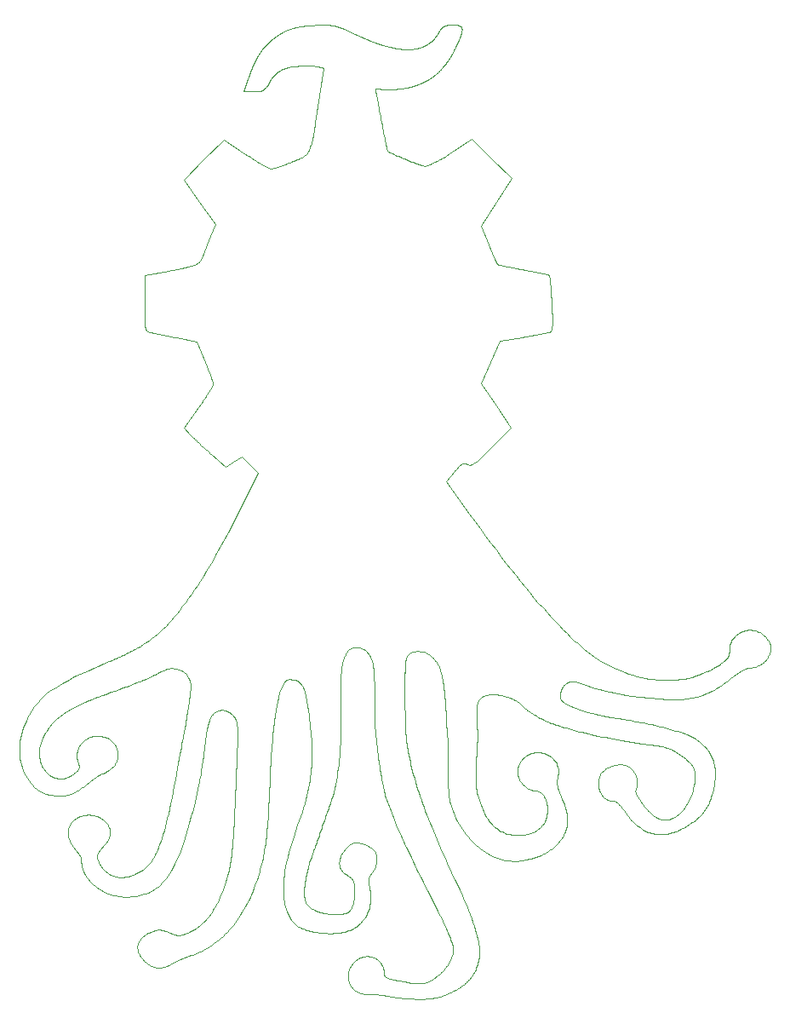
<source format=gm1>
%TF.GenerationSoftware,KiCad,Pcbnew,no-vcs-found-d190aa4~59~ubuntu16.04.1*%
%TF.CreationDate,2017-09-30T09:09:17-06:00*%
%TF.ProjectId,001,3030312E6B696361645F706362000000,rev?*%
%TF.SameCoordinates,Original*%
%TF.FileFunction,Profile,NP*%
%FSLAX46Y46*%
G04 Gerber Fmt 4.6, Leading zero omitted, Abs format (unit mm)*
G04 Created by KiCad (PCBNEW no-vcs-found-d190aa4~59~ubuntu16.04.1) date Sat Sep 30 09:09:17 2017*
%MOMM*%
%LPD*%
G01*
G04 APERTURE LIST*
%ADD10C,0.100000*%
G04 APERTURE END LIST*
D10*
X135021752Y-138830367D02*
X134964430Y-138823552D01*
X135078271Y-138836761D02*
X135021752Y-138830367D01*
X135134040Y-138842757D02*
X135078271Y-138836761D01*
X135189114Y-138848380D02*
X135134040Y-138842757D01*
X135243546Y-138853654D02*
X135189114Y-138848380D01*
X135297390Y-138858600D02*
X135243546Y-138853654D01*
X135350699Y-138863244D02*
X135297390Y-138858600D01*
X135403528Y-138867608D02*
X135350699Y-138863244D01*
X135455930Y-138871716D02*
X135403528Y-138867608D01*
X135507959Y-138875592D02*
X135455930Y-138871716D01*
X135559669Y-138879259D02*
X135507959Y-138875592D01*
X135611113Y-138882741D02*
X135559669Y-138879259D01*
X135662345Y-138886061D02*
X135611113Y-138882741D01*
X135713419Y-138889243D02*
X135662345Y-138886061D01*
X135764388Y-138892310D02*
X135713419Y-138889243D01*
X135815307Y-138895286D02*
X135764388Y-138892310D01*
X135866230Y-138898194D02*
X135815307Y-138895286D01*
X135917208Y-138901058D02*
X135866230Y-138898194D01*
X135968298Y-138903902D02*
X135917208Y-138901058D01*
X136019552Y-138906748D02*
X135968298Y-138903902D01*
X136071024Y-138909622D02*
X136019552Y-138906748D01*
X136122768Y-138912545D02*
X136071024Y-138909622D01*
X136174838Y-138915542D02*
X136122768Y-138912545D01*
X136227286Y-138918636D02*
X136174838Y-138915542D01*
X136280168Y-138921851D02*
X136227286Y-138918636D01*
X136333537Y-138925210D02*
X136280168Y-138921851D01*
X136387447Y-138928737D02*
X136333537Y-138925210D01*
X136441950Y-138932455D02*
X136387447Y-138928737D01*
X136497102Y-138936388D02*
X136441950Y-138932455D01*
X136552956Y-138940559D02*
X136497102Y-138936388D01*
X136609565Y-138944992D02*
X136552956Y-138940559D01*
X136658788Y-138948663D02*
X136609565Y-138944992D01*
X136708414Y-138951818D02*
X136658788Y-138948663D01*
X136758437Y-138954467D02*
X136708414Y-138951818D01*
X136808850Y-138956620D02*
X136758437Y-138954467D01*
X136859646Y-138958286D02*
X136808850Y-138956620D01*
X136910820Y-138959477D02*
X136859646Y-138958286D01*
X136962363Y-138960202D02*
X136910820Y-138959477D01*
X137014271Y-138960472D02*
X136962363Y-138960202D01*
X137066536Y-138960296D02*
X137014271Y-138960472D01*
X137119152Y-138959685D02*
X137066536Y-138960296D01*
X137172113Y-138958649D02*
X137119152Y-138959685D01*
X137225411Y-138957197D02*
X137172113Y-138958649D01*
X137279040Y-138955341D02*
X137225411Y-138957197D01*
X137332994Y-138953090D02*
X137279040Y-138955341D01*
X137387266Y-138950455D02*
X137332994Y-138953090D01*
X137441850Y-138947445D02*
X137387266Y-138950455D01*
X137496740Y-138944070D02*
X137441850Y-138947445D01*
X137551927Y-138940342D02*
X137496740Y-138944070D01*
X137607407Y-138936269D02*
X137551927Y-138940342D01*
X137663172Y-138931863D02*
X137607407Y-138936269D01*
X137719217Y-138927132D02*
X137663172Y-138931863D01*
X137775533Y-138922088D02*
X137719217Y-138927132D01*
X137832116Y-138916740D02*
X137775533Y-138922088D01*
X137888958Y-138911099D02*
X137832116Y-138916740D01*
X137946053Y-138905175D02*
X137888958Y-138911099D01*
X138003395Y-138898978D02*
X137946053Y-138905175D01*
X138060976Y-138892517D02*
X138003395Y-138898978D01*
X138118790Y-138885804D02*
X138060976Y-138892517D01*
X138176832Y-138878848D02*
X138118790Y-138885804D01*
X138235093Y-138871659D02*
X138176832Y-138878848D01*
X138293568Y-138864248D02*
X138235093Y-138871659D01*
X138341369Y-138858184D02*
X138293568Y-138864248D01*
X138388521Y-138852272D02*
X138341369Y-138858184D01*
X138435222Y-138846380D02*
X138388521Y-138852272D01*
X138481672Y-138840379D02*
X138435222Y-138846380D01*
X138528072Y-138834138D02*
X138481672Y-138840379D01*
X138574621Y-138827524D02*
X138528072Y-138834138D01*
X138621518Y-138820409D02*
X138574621Y-138827524D01*
X138668964Y-138812661D02*
X138621518Y-138820409D01*
X138717157Y-138804149D02*
X138668964Y-138812661D01*
X138766299Y-138794743D02*
X138717157Y-138804149D01*
X138816589Y-138784312D02*
X138766299Y-138794743D01*
X138868225Y-138772725D02*
X138816589Y-138784312D01*
X138921409Y-138759851D02*
X138868225Y-138772725D01*
X138976339Y-138745560D02*
X138921409Y-138759851D01*
X139033216Y-138729720D02*
X138976339Y-138745560D01*
X139092240Y-138712202D02*
X139033216Y-138729720D01*
X139153609Y-138692874D02*
X139092240Y-138712202D01*
X139217524Y-138671605D02*
X139153609Y-138692874D01*
X139284184Y-138648265D02*
X139217524Y-138671605D01*
X139353790Y-138622723D02*
X139284184Y-138648265D01*
X139426540Y-138594849D02*
X139353790Y-138622723D01*
X139502635Y-138564510D02*
X139426540Y-138594849D01*
X139582275Y-138531578D02*
X139502635Y-138564510D01*
X139665658Y-138495920D02*
X139582275Y-138531578D01*
X139752985Y-138457407D02*
X139665658Y-138495920D01*
X139844456Y-138415907D02*
X139752985Y-138457407D01*
X139940271Y-138371290D02*
X139844456Y-138415907D01*
X140040628Y-138323424D02*
X139940271Y-138371290D01*
X140145728Y-138272180D02*
X140040628Y-138323424D01*
X140255770Y-138217426D02*
X140145728Y-138272180D01*
X140370955Y-138159032D02*
X140255770Y-138217426D01*
X140468047Y-138108767D02*
X140370955Y-138159032D01*
X140562392Y-138058670D02*
X140468047Y-138108767D01*
X140654047Y-138008692D02*
X140562392Y-138058670D01*
X140743072Y-137958785D02*
X140654047Y-138008692D01*
X140829522Y-137908899D02*
X140743072Y-137958785D01*
X140913455Y-137858984D02*
X140829522Y-137908899D01*
X140994929Y-137808993D02*
X140913455Y-137858984D01*
X141074002Y-137758875D02*
X140994929Y-137808993D01*
X141150730Y-137708582D02*
X141074002Y-137758875D01*
X141225172Y-137658065D02*
X141150730Y-137708582D01*
X141297384Y-137607275D02*
X141225172Y-137658065D01*
X141367425Y-137556161D02*
X141297384Y-137607275D01*
X141435351Y-137504677D02*
X141367425Y-137556161D01*
X141501220Y-137452771D02*
X141435351Y-137504677D01*
X141565090Y-137400396D02*
X141501220Y-137452771D01*
X141627018Y-137347502D02*
X141565090Y-137400396D01*
X141687062Y-137294040D02*
X141627018Y-137347502D01*
X141745279Y-137239960D02*
X141687062Y-137294040D01*
X141801726Y-137185215D02*
X141745279Y-137239960D01*
X141856462Y-137129755D02*
X141801726Y-137185215D01*
X141909543Y-137073530D02*
X141856462Y-137129755D01*
X141961027Y-137016491D02*
X141909543Y-137073530D01*
X142010971Y-136958591D02*
X141961027Y-137016491D01*
X142059434Y-136899778D02*
X142010971Y-136958591D01*
X142106472Y-136840005D02*
X142059434Y-136899778D01*
X142152142Y-136779223D02*
X142106472Y-136840005D01*
X142196504Y-136717381D02*
X142152142Y-136779223D01*
X142239613Y-136654432D02*
X142196504Y-136717381D01*
X142281527Y-136590325D02*
X142239613Y-136654432D01*
X142322304Y-136525013D02*
X142281527Y-136590325D01*
X142362002Y-136458445D02*
X142322304Y-136525013D01*
X142446392Y-136309938D02*
X142362002Y-136458445D01*
X142526187Y-136160727D02*
X142446392Y-136309938D01*
X142600923Y-136009926D02*
X142526187Y-136160727D01*
X142670134Y-135856649D02*
X142600923Y-136009926D01*
X142733354Y-135700009D02*
X142670134Y-135856649D01*
X142790117Y-135539119D02*
X142733354Y-135700009D01*
X142839959Y-135373094D02*
X142790117Y-135539119D01*
X142882413Y-135201047D02*
X142839959Y-135373094D01*
X142917014Y-135022091D02*
X142882413Y-135201047D01*
X142943297Y-134835341D02*
X142917014Y-135022091D01*
X142960796Y-134639909D02*
X142943297Y-134835341D01*
X142969045Y-134434910D02*
X142960796Y-134639909D01*
X142967578Y-134219456D02*
X142969045Y-134434910D01*
X142955931Y-133992663D02*
X142967578Y-134219456D01*
X142933638Y-133753642D02*
X142955931Y-133992663D01*
X142900233Y-133501508D02*
X142933638Y-133753642D01*
X142855250Y-133235374D02*
X142900233Y-133501508D01*
X142798225Y-132954355D02*
X142855250Y-133235374D01*
X142728691Y-132657562D02*
X142798225Y-132954355D01*
X142646183Y-132344112D02*
X142728691Y-132657562D01*
X142550235Y-132013115D02*
X142646183Y-132344112D01*
X142440382Y-131663688D02*
X142550235Y-132013115D01*
X142316159Y-131294942D02*
X142440382Y-131663688D01*
X142177099Y-130905991D02*
X142316159Y-131294942D01*
X142022737Y-130495950D02*
X142177099Y-130905991D01*
X141852608Y-130063932D02*
X142022737Y-130495950D01*
X141666246Y-129609050D02*
X141852608Y-130063932D01*
X141463186Y-129130418D02*
X141666246Y-129609050D01*
X141242961Y-128627150D02*
X141463186Y-129130418D01*
X141005107Y-128098358D02*
X141242961Y-128627150D01*
X140749158Y-127543158D02*
X141005107Y-128098358D01*
X140523766Y-127058601D02*
X140749158Y-127543158D01*
X140303328Y-126582243D02*
X140523766Y-127058601D01*
X140087846Y-126113850D02*
X140303328Y-126582243D01*
X139877322Y-125653189D02*
X140087846Y-126113850D01*
X139671759Y-125200026D02*
X139877322Y-125653189D01*
X139471158Y-124754130D02*
X139671759Y-125200026D01*
X139275523Y-124315266D02*
X139471158Y-124754130D01*
X139084856Y-123883201D02*
X139275523Y-124315266D01*
X138899158Y-123457703D02*
X139084856Y-123883201D01*
X138718433Y-123038538D02*
X138899158Y-123457703D01*
X138542682Y-122625474D02*
X138718433Y-123038538D01*
X138371907Y-122218276D02*
X138542682Y-122625474D01*
X138206112Y-121816713D02*
X138371907Y-122218276D01*
X138045298Y-121420550D02*
X138206112Y-121816713D01*
X137889468Y-121029555D02*
X138045298Y-121420550D01*
X137738623Y-120643494D02*
X137889468Y-121029555D01*
X137592767Y-120262135D02*
X137738623Y-120643494D01*
X137451902Y-119885244D02*
X137592767Y-120262135D01*
X137316029Y-119512589D02*
X137451902Y-119885244D01*
X137185151Y-119143935D02*
X137316029Y-119512589D01*
X137059271Y-118779051D02*
X137185151Y-119143935D01*
X136938391Y-118417702D02*
X137059271Y-118779051D01*
X136822513Y-118059656D02*
X136938391Y-118417702D01*
X136711639Y-117704680D02*
X136822513Y-118059656D01*
X136605772Y-117352540D02*
X136711639Y-117704680D01*
X136504914Y-117003003D02*
X136605772Y-117352540D01*
X136409067Y-116655837D02*
X136504914Y-117003003D01*
X136318233Y-116310808D02*
X136409067Y-116655837D01*
X136232416Y-115967683D02*
X136318233Y-116310808D01*
X136151617Y-115626229D02*
X136232416Y-115967683D01*
X136075838Y-115286213D02*
X136151617Y-115626229D01*
X136035212Y-115097122D02*
X136075838Y-115286213D01*
X135996697Y-114915450D02*
X136035212Y-115097122D01*
X135960237Y-114740156D02*
X135996697Y-114915450D01*
X135925780Y-114570196D02*
X135960237Y-114740156D01*
X135893270Y-114404527D02*
X135925780Y-114570196D01*
X135862652Y-114242106D02*
X135893270Y-114404527D01*
X135833873Y-114081890D02*
X135862652Y-114242106D01*
X135806878Y-113922835D02*
X135833873Y-114081890D01*
X135781612Y-113763900D02*
X135806878Y-113922835D01*
X135758022Y-113604039D02*
X135781612Y-113763900D01*
X135736051Y-113442211D02*
X135758022Y-113604039D01*
X135715647Y-113277373D02*
X135736051Y-113442211D01*
X135696755Y-113108481D02*
X135715647Y-113277373D01*
X135679320Y-112934492D02*
X135696755Y-113108481D01*
X135663287Y-112754363D02*
X135679320Y-112934492D01*
X135648603Y-112567051D02*
X135663287Y-112754363D01*
X135635213Y-112371513D02*
X135648603Y-112567051D01*
X135623062Y-112166706D02*
X135635213Y-112371513D01*
X135612096Y-111951587D02*
X135623062Y-112166706D01*
X135602261Y-111725112D02*
X135612096Y-111951587D01*
X135593502Y-111486239D02*
X135602261Y-111725112D01*
X135585764Y-111233924D02*
X135593502Y-111486239D01*
X135578994Y-110967125D02*
X135585764Y-111233924D01*
X135573136Y-110684799D02*
X135578994Y-110967125D01*
X135568136Y-110385901D02*
X135573136Y-110684799D01*
X135563941Y-110069390D02*
X135568136Y-110385901D01*
X135560494Y-109734221D02*
X135563941Y-110069390D01*
X135557743Y-109379353D02*
X135560494Y-109734221D01*
X135555632Y-109003742D02*
X135557743Y-109379353D01*
X135554107Y-108606344D02*
X135555632Y-109003742D01*
X135553114Y-108186117D02*
X135554107Y-108606344D01*
X135552719Y-107918399D02*
X135553114Y-108186117D01*
X135552499Y-107680425D02*
X135552719Y-107918399D01*
X135552449Y-107470468D02*
X135552499Y-107680425D01*
X135552559Y-107286800D02*
X135552449Y-107470468D01*
X135552822Y-107127693D02*
X135552559Y-107286800D01*
X135553231Y-106991420D02*
X135552822Y-107127693D01*
X135553777Y-106876252D02*
X135553231Y-106991420D01*
X135554453Y-106780464D02*
X135553777Y-106876252D01*
X135555252Y-106702326D02*
X135554453Y-106780464D01*
X135556165Y-106640112D02*
X135555252Y-106702326D01*
X135557185Y-106592093D02*
X135556165Y-106640112D01*
X135558304Y-106556542D02*
X135557185Y-106592093D01*
X135559514Y-106531731D02*
X135558304Y-106556542D01*
X135560809Y-106515933D02*
X135559514Y-106531731D01*
X135562179Y-106507421D02*
X135560809Y-106515933D01*
X135563618Y-106504465D02*
X135562179Y-106507421D01*
X135565117Y-106505340D02*
X135563618Y-106504465D01*
X135566669Y-106508317D02*
X135565117Y-106505340D01*
X135568267Y-106511668D02*
X135566669Y-106508317D01*
X135569902Y-106513667D02*
X135568267Y-106511668D01*
X135571567Y-106512585D02*
X135569902Y-106513667D01*
X135573254Y-106506694D02*
X135571567Y-106512585D01*
X135574955Y-106494268D02*
X135573254Y-106506694D01*
X135576664Y-106473578D02*
X135574955Y-106494268D01*
X135578371Y-106442898D02*
X135576664Y-106473578D01*
X135580069Y-106400498D02*
X135578371Y-106442898D01*
X135581751Y-106344652D02*
X135580069Y-106400498D01*
X135583409Y-106273632D02*
X135581751Y-106344652D01*
X135585035Y-106185710D02*
X135583409Y-106273632D01*
X135586622Y-106079160D02*
X135585035Y-106185710D01*
X135588161Y-105952252D02*
X135586622Y-106079160D01*
X135591553Y-105812915D02*
X135588161Y-105952252D01*
X135598562Y-105681600D02*
X135591553Y-105812915D01*
X135609163Y-105558096D02*
X135598562Y-105681600D01*
X135623331Y-105442190D02*
X135609163Y-105558096D01*
X135641040Y-105333669D02*
X135623331Y-105442190D01*
X135662265Y-105232323D02*
X135641040Y-105333669D01*
X135686981Y-105137939D02*
X135662265Y-105232323D01*
X135715162Y-105050305D02*
X135686981Y-105137939D01*
X135746784Y-104969209D02*
X135715162Y-105050305D01*
X135781821Y-104894438D02*
X135746784Y-104969209D01*
X135820248Y-104825780D02*
X135781821Y-104894438D01*
X135862040Y-104763024D02*
X135820248Y-104825780D01*
X135907171Y-104705958D02*
X135862040Y-104763024D01*
X135955617Y-104654369D02*
X135907171Y-104705958D01*
X136007351Y-104608044D02*
X135955617Y-104654369D01*
X136062350Y-104566773D02*
X136007351Y-104608044D01*
X136120586Y-104530343D02*
X136062350Y-104566773D01*
X136182037Y-104498542D02*
X136120586Y-104530343D01*
X136246675Y-104471157D02*
X136182037Y-104498542D01*
X136314476Y-104447978D02*
X136246675Y-104471157D01*
X136385415Y-104428790D02*
X136314476Y-104447978D01*
X136459466Y-104413384D02*
X136385415Y-104428790D01*
X136536604Y-104401545D02*
X136459466Y-104413384D01*
X136616804Y-104393063D02*
X136536604Y-104401545D01*
X136700041Y-104387725D02*
X136616804Y-104393063D01*
X136786289Y-104385319D02*
X136700041Y-104387725D01*
X136875524Y-104385633D02*
X136786289Y-104385319D01*
X136967720Y-104388456D02*
X136875524Y-104385633D01*
X137062851Y-104393573D02*
X136967720Y-104388456D01*
X137160893Y-104400775D02*
X137062851Y-104393573D01*
X137261820Y-104409848D02*
X137160893Y-104400775D01*
X137328250Y-104418943D02*
X137261820Y-104409848D01*
X137395988Y-104433314D02*
X137328250Y-104418943D01*
X137464836Y-104452724D02*
X137395988Y-104433314D01*
X137534598Y-104476940D02*
X137464836Y-104452724D01*
X137605077Y-104505727D02*
X137534598Y-104476940D01*
X137676076Y-104538849D02*
X137605077Y-104505727D01*
X137747397Y-104576073D02*
X137676076Y-104538849D01*
X137818845Y-104617164D02*
X137747397Y-104576073D01*
X137890221Y-104661887D02*
X137818845Y-104617164D01*
X137961329Y-104710008D02*
X137890221Y-104661887D01*
X138031972Y-104761291D02*
X137961329Y-104710008D01*
X138101953Y-104815502D02*
X138031972Y-104761291D01*
X138171076Y-104872406D02*
X138101953Y-104815502D01*
X138239142Y-104931769D02*
X138171076Y-104872406D01*
X138305955Y-104993357D02*
X138239142Y-104931769D01*
X138371319Y-105056933D02*
X138305955Y-104993357D01*
X138435036Y-105122265D02*
X138371319Y-105056933D01*
X138496909Y-105189116D02*
X138435036Y-105122265D01*
X138556742Y-105257252D02*
X138496909Y-105189116D01*
X138614336Y-105326440D02*
X138556742Y-105257252D01*
X138669497Y-105396443D02*
X138614336Y-105326440D01*
X138722025Y-105467027D02*
X138669497Y-105396443D01*
X138771725Y-105537958D02*
X138722025Y-105467027D01*
X138818400Y-105609002D02*
X138771725Y-105537958D01*
X138861852Y-105679922D02*
X138818400Y-105609002D01*
X138901885Y-105750485D02*
X138861852Y-105679922D01*
X138938301Y-105820456D02*
X138901885Y-105750485D01*
X138970904Y-105889600D02*
X138938301Y-105820456D01*
X138999497Y-105957683D02*
X138970904Y-105889600D01*
X139023883Y-106024469D02*
X138999497Y-105957683D01*
X139043864Y-106089725D02*
X139023883Y-106024469D01*
X139105533Y-106321902D02*
X139043864Y-106089725D01*
X139162597Y-106552656D02*
X139105533Y-106321902D01*
X139215263Y-106781931D02*
X139162597Y-106552656D01*
X139263738Y-107009671D02*
X139215263Y-106781931D01*
X139308230Y-107235819D02*
X139263738Y-107009671D01*
X139348945Y-107460320D02*
X139308230Y-107235819D01*
X139386091Y-107683117D02*
X139348945Y-107460320D01*
X139419874Y-107904154D02*
X139386091Y-107683117D01*
X139450501Y-108123375D02*
X139419874Y-107904154D01*
X139478180Y-108340723D02*
X139450501Y-108123375D01*
X139503118Y-108556143D02*
X139478180Y-108340723D01*
X139525521Y-108769577D02*
X139503118Y-108556143D01*
X139545597Y-108980970D02*
X139525521Y-108769577D01*
X139563553Y-109190266D02*
X139545597Y-108980970D01*
X139579595Y-109397409D02*
X139563553Y-109190266D01*
X139593931Y-109602341D02*
X139579595Y-109397409D01*
X139606768Y-109805007D02*
X139593931Y-109602341D01*
X139618313Y-110005351D02*
X139606768Y-109805007D01*
X139628773Y-110203317D02*
X139618313Y-110005351D01*
X139638355Y-110398848D02*
X139628773Y-110203317D01*
X139647265Y-110591888D02*
X139638355Y-110398848D01*
X139655712Y-110782380D02*
X139647265Y-110591888D01*
X139663901Y-110970270D02*
X139655712Y-110782380D01*
X139672041Y-111155499D02*
X139663901Y-110970270D01*
X139680338Y-111338013D02*
X139672041Y-111155499D01*
X139688999Y-111517755D02*
X139680338Y-111338013D01*
X139698231Y-111694669D02*
X139688999Y-111517755D01*
X139708241Y-111868697D02*
X139698231Y-111694669D01*
X139719237Y-112039786D02*
X139708241Y-111868697D01*
X139731425Y-112207877D02*
X139719237Y-112039786D01*
X139745012Y-112372915D02*
X139731425Y-112207877D01*
X139776151Y-112758318D02*
X139745012Y-112372915D01*
X139801220Y-113131847D02*
X139776151Y-112758318D01*
X139820828Y-113493982D02*
X139801220Y-113131847D01*
X139835582Y-113845201D02*
X139820828Y-113493982D01*
X139846089Y-114185983D02*
X139835582Y-113845201D01*
X139852958Y-114516806D02*
X139846089Y-114185983D01*
X139856796Y-114838151D02*
X139852958Y-114516806D01*
X139858211Y-115150495D02*
X139856796Y-114838151D01*
X139857811Y-115454317D02*
X139858211Y-115150495D01*
X139856203Y-115750097D02*
X139857811Y-115454317D01*
X139853996Y-116038312D02*
X139856203Y-115750097D01*
X139851796Y-116319443D02*
X139853996Y-116038312D01*
X139850211Y-116593967D02*
X139851796Y-116319443D01*
X139849850Y-116862364D02*
X139850211Y-116593967D01*
X139851320Y-117125112D02*
X139849850Y-116862364D01*
X139855229Y-117382690D02*
X139851320Y-117125112D01*
X139862184Y-117635578D02*
X139855229Y-117382690D01*
X139872794Y-117884254D02*
X139862184Y-117635578D01*
X139887665Y-118129196D02*
X139872794Y-117884254D01*
X139907406Y-118370884D02*
X139887665Y-118129196D01*
X139932624Y-118609796D02*
X139907406Y-118370884D01*
X139963927Y-118846412D02*
X139932624Y-118609796D01*
X140001923Y-119081210D02*
X139963927Y-118846412D01*
X140047220Y-119314669D02*
X140001923Y-119081210D01*
X140100425Y-119547268D02*
X140047220Y-119314669D01*
X140162145Y-119779485D02*
X140100425Y-119547268D01*
X140232990Y-120011800D02*
X140162145Y-119779485D01*
X140313566Y-120244692D02*
X140232990Y-120011800D01*
X140404481Y-120478638D02*
X140313566Y-120244692D01*
X140506343Y-120714119D02*
X140404481Y-120478638D01*
X140619759Y-120951612D02*
X140506343Y-120714119D01*
X140774297Y-121248755D02*
X140619759Y-120951612D01*
X140935746Y-121536414D02*
X140774297Y-121248755D01*
X141103871Y-121814446D02*
X140935746Y-121536414D01*
X141278436Y-122082712D02*
X141103871Y-121814446D01*
X141459207Y-122341069D02*
X141278436Y-122082712D01*
X141645947Y-122589377D02*
X141459207Y-122341069D01*
X141838422Y-122827494D02*
X141645947Y-122589377D01*
X142036397Y-123055279D02*
X141838422Y-122827494D01*
X142239635Y-123272592D02*
X142036397Y-123055279D01*
X142447901Y-123479290D02*
X142239635Y-123272592D01*
X142660961Y-123675233D02*
X142447901Y-123479290D01*
X142878578Y-123860280D02*
X142660961Y-123675233D01*
X143100518Y-124034289D02*
X142878578Y-123860280D01*
X143326545Y-124197119D02*
X143100518Y-124034289D01*
X143556423Y-124348629D02*
X143326545Y-124197119D01*
X143789918Y-124488678D02*
X143556423Y-124348629D01*
X144026794Y-124617124D02*
X143789918Y-124488678D01*
X144266815Y-124733828D02*
X144026794Y-124617124D01*
X144509747Y-124838646D02*
X144266815Y-124733828D01*
X144755353Y-124931439D02*
X144509747Y-124838646D01*
X145003399Y-125012064D02*
X144755353Y-124931439D01*
X145253649Y-125080382D02*
X145003399Y-125012064D01*
X145505868Y-125136250D02*
X145253649Y-125080382D01*
X145759820Y-125179528D02*
X145505868Y-125136250D01*
X146015271Y-125210074D02*
X145759820Y-125179528D01*
X146271984Y-125227747D02*
X146015271Y-125210074D01*
X146529724Y-125232406D02*
X146271984Y-125227747D01*
X146788257Y-125223910D02*
X146529724Y-125232406D01*
X147047346Y-125202118D02*
X146788257Y-125223910D01*
X147306757Y-125166888D02*
X147047346Y-125202118D01*
X147566253Y-125118079D02*
X147306757Y-125166888D01*
X147721782Y-125083870D02*
X147566253Y-125118079D01*
X147872350Y-125048974D02*
X147721782Y-125083870D01*
X148018149Y-125013286D02*
X147872350Y-125048974D01*
X148159367Y-124976702D02*
X148018149Y-125013286D01*
X148296194Y-124939117D02*
X148159367Y-124976702D01*
X148428819Y-124900429D02*
X148296194Y-124939117D01*
X148557433Y-124860533D02*
X148428819Y-124900429D01*
X148682224Y-124819325D02*
X148557433Y-124860533D01*
X148803383Y-124776700D02*
X148682224Y-124819325D01*
X148921099Y-124732555D02*
X148803383Y-124776700D01*
X149035562Y-124686786D02*
X148921099Y-124732555D01*
X149146962Y-124639288D02*
X149035562Y-124686786D01*
X149255487Y-124589958D02*
X149146962Y-124639288D01*
X149361328Y-124538692D02*
X149255487Y-124589958D01*
X149464675Y-124485384D02*
X149361328Y-124538692D01*
X149565716Y-124429933D02*
X149464675Y-124485384D01*
X149664642Y-124372232D02*
X149565716Y-124429933D01*
X149761642Y-124312179D02*
X149664642Y-124372232D01*
X149856906Y-124249668D02*
X149761642Y-124312179D01*
X149950624Y-124184597D02*
X149856906Y-124249668D01*
X150042985Y-124116861D02*
X149950624Y-124184597D01*
X150134178Y-124046356D02*
X150042985Y-124116861D01*
X150224394Y-123972978D02*
X150134178Y-124046356D01*
X150313821Y-123896623D02*
X150224394Y-123972978D01*
X150402651Y-123817186D02*
X150313821Y-123896623D01*
X150491071Y-123734564D02*
X150402651Y-123817186D01*
X150579273Y-123648653D02*
X150491071Y-123734564D01*
X150667445Y-123559349D02*
X150579273Y-123648653D01*
X150755777Y-123466547D02*
X150667445Y-123559349D01*
X150844459Y-123370143D02*
X150755777Y-123466547D01*
X150933681Y-123270034D02*
X150844459Y-123370143D01*
X151024997Y-123161644D02*
X150933681Y-123270034D01*
X151110654Y-123050931D02*
X151024997Y-123161644D01*
X151190652Y-122937904D02*
X151110654Y-123050931D01*
X151264991Y-122822571D02*
X151190652Y-122937904D01*
X151333669Y-122704941D02*
X151264991Y-122822571D01*
X151396687Y-122585020D02*
X151333669Y-122704941D01*
X151454044Y-122462818D02*
X151396687Y-122585020D01*
X151505740Y-122338342D02*
X151454044Y-122462818D01*
X151551775Y-122211601D02*
X151505740Y-122338342D01*
X151592147Y-122082603D02*
X151551775Y-122211601D01*
X151626858Y-121951357D02*
X151592147Y-122082603D01*
X151655906Y-121817869D02*
X151626858Y-121951357D01*
X151679290Y-121682149D02*
X151655906Y-121817869D01*
X151697012Y-121544205D02*
X151679290Y-121682149D01*
X151709070Y-121404045D02*
X151697012Y-121544205D01*
X151715464Y-121261676D02*
X151709070Y-121404045D01*
X151716193Y-121117108D02*
X151715464Y-121261676D01*
X151711258Y-120970348D02*
X151716193Y-121117108D01*
X151700657Y-120821405D02*
X151711258Y-120970348D01*
X151684391Y-120670286D02*
X151700657Y-120821405D01*
X151662459Y-120517000D02*
X151684391Y-120670286D01*
X151634861Y-120361555D02*
X151662459Y-120517000D01*
X151601596Y-120203960D02*
X151634861Y-120361555D01*
X151562664Y-120044222D02*
X151601596Y-120203960D01*
X151518065Y-119882349D02*
X151562664Y-120044222D01*
X151467798Y-119718350D02*
X151518065Y-119882349D01*
X151411863Y-119552234D02*
X151467798Y-119718350D01*
X151350259Y-119384007D02*
X151411863Y-119552234D01*
X151282987Y-119213678D02*
X151350259Y-119384007D01*
X151210045Y-119041256D02*
X151282987Y-119213678D01*
X151131434Y-118866749D02*
X151210045Y-119041256D01*
X151092169Y-118781196D02*
X151131434Y-118866749D01*
X151054855Y-118697972D02*
X151092169Y-118781196D01*
X151019476Y-118616999D02*
X151054855Y-118697972D01*
X150986016Y-118538199D02*
X151019476Y-118616999D01*
X150954461Y-118461495D02*
X150986016Y-118538199D01*
X150924794Y-118386810D02*
X150954461Y-118461495D01*
X150897002Y-118314066D02*
X150924794Y-118386810D01*
X150871068Y-118243186D02*
X150897002Y-118314066D01*
X150846977Y-118174092D02*
X150871068Y-118243186D01*
X150824714Y-118106707D02*
X150846977Y-118174092D01*
X150804263Y-118040954D02*
X150824714Y-118106707D01*
X150785609Y-117976755D02*
X150804263Y-118040954D01*
X150768738Y-117914033D02*
X150785609Y-117976755D01*
X150753633Y-117852710D02*
X150768738Y-117914033D01*
X150740279Y-117792709D02*
X150753633Y-117852710D01*
X150728662Y-117733953D02*
X150740279Y-117792709D01*
X150718765Y-117676364D02*
X150728662Y-117733953D01*
X150710573Y-117619864D02*
X150718765Y-117676364D01*
X150704072Y-117564377D02*
X150710573Y-117619864D01*
X150699245Y-117509824D02*
X150704072Y-117564377D01*
X150696078Y-117456129D02*
X150699245Y-117509824D01*
X150694554Y-117403215D02*
X150696078Y-117456129D01*
X150694660Y-117351002D02*
X150694554Y-117403215D01*
X150696379Y-117299415D02*
X150694660Y-117351002D01*
X150699697Y-117248376D02*
X150696379Y-117299415D01*
X150704597Y-117197807D02*
X150699697Y-117248376D01*
X150711066Y-117147631D02*
X150704597Y-117197807D01*
X150719086Y-117097771D02*
X150711066Y-117147631D01*
X150728643Y-117048149D02*
X150719086Y-117097771D01*
X150739722Y-116998687D02*
X150728643Y-117048149D01*
X150752308Y-116949309D02*
X150739722Y-116998687D01*
X150801944Y-116724176D02*
X150752308Y-116949309D01*
X150828029Y-116506849D02*
X150801944Y-116724176D01*
X150831805Y-116297770D02*
X150828029Y-116506849D01*
X150814516Y-116097381D02*
X150831805Y-116297770D01*
X150777405Y-115906125D02*
X150814516Y-116097381D01*
X150721713Y-115724445D02*
X150777405Y-115906125D01*
X150648686Y-115552781D02*
X150721713Y-115724445D01*
X150559564Y-115391577D02*
X150648686Y-115552781D01*
X150455592Y-115241275D02*
X150559564Y-115391577D01*
X150338012Y-115102317D02*
X150455592Y-115241275D01*
X150208066Y-114975146D02*
X150338012Y-115102317D01*
X150066999Y-114860203D02*
X150208066Y-114975146D01*
X149916052Y-114757931D02*
X150066999Y-114860203D01*
X149756469Y-114668772D02*
X149916052Y-114757931D01*
X149589492Y-114593169D02*
X149756469Y-114668772D01*
X149416365Y-114531564D02*
X149589492Y-114593169D01*
X149238331Y-114484399D02*
X149416365Y-114531564D01*
X149056631Y-114452116D02*
X149238331Y-114484399D01*
X148872510Y-114435157D02*
X149056631Y-114452116D01*
X148687209Y-114433966D02*
X148872510Y-114435157D01*
X148501973Y-114448983D02*
X148687209Y-114433966D01*
X148318043Y-114480652D02*
X148501973Y-114448983D01*
X148136664Y-114529415D02*
X148318043Y-114480652D01*
X147959077Y-114595713D02*
X148136664Y-114529415D01*
X147786525Y-114679990D02*
X147959077Y-114595713D01*
X147620252Y-114782688D02*
X147786525Y-114679990D01*
X147461500Y-114904248D02*
X147620252Y-114782688D01*
X147311513Y-115045113D02*
X147461500Y-114904248D01*
X147171532Y-115205726D02*
X147311513Y-115045113D01*
X147042802Y-115386528D02*
X147171532Y-115205726D01*
X146926565Y-115587962D02*
X147042802Y-115386528D01*
X146873846Y-115700459D02*
X146926565Y-115587962D01*
X146830762Y-115814857D02*
X146873846Y-115700459D01*
X146797065Y-115930776D02*
X146830762Y-115814857D01*
X146772508Y-116047838D02*
X146797065Y-115930776D01*
X146756845Y-116165663D02*
X146772508Y-116047838D01*
X146749830Y-116283873D02*
X146756845Y-116165663D01*
X146751215Y-116402089D02*
X146749830Y-116283873D01*
X146760754Y-116519931D02*
X146751215Y-116402089D01*
X146778201Y-116637022D02*
X146760754Y-116519931D01*
X146803308Y-116752981D02*
X146778201Y-116637022D01*
X146835828Y-116867430D02*
X146803308Y-116752981D01*
X146875516Y-116979990D02*
X146835828Y-116867430D01*
X146922125Y-117090282D02*
X146875516Y-116979990D01*
X146975407Y-117197928D02*
X146922125Y-117090282D01*
X147035116Y-117302547D02*
X146975407Y-117197928D01*
X147101006Y-117403762D02*
X147035116Y-117302547D01*
X147172829Y-117501193D02*
X147101006Y-117403762D01*
X147250339Y-117594462D02*
X147172829Y-117501193D01*
X147333290Y-117683189D02*
X147250339Y-117594462D01*
X147421435Y-117766995D02*
X147333290Y-117683189D01*
X147514526Y-117845502D02*
X147421435Y-117766995D01*
X147612318Y-117918331D02*
X147514526Y-117845502D01*
X147714564Y-117985102D02*
X147612318Y-117918331D01*
X147821016Y-118045437D02*
X147714564Y-117985102D01*
X147931429Y-118098957D02*
X147821016Y-118045437D01*
X148045555Y-118145282D02*
X147931429Y-118098957D01*
X148163148Y-118184035D02*
X148045555Y-118145282D01*
X148283962Y-118214835D02*
X148163148Y-118184035D01*
X148407748Y-118237305D02*
X148283962Y-118214835D01*
X148534262Y-118251064D02*
X148407748Y-118237305D01*
X148663256Y-118255735D02*
X148534262Y-118251064D01*
X148759485Y-118262871D02*
X148663256Y-118255735D01*
X148852087Y-118283789D02*
X148759485Y-118262871D01*
X148940918Y-118317755D02*
X148852087Y-118283789D01*
X149025835Y-118364036D02*
X148940918Y-118317755D01*
X149106694Y-118421899D02*
X149025835Y-118364036D01*
X149183352Y-118490609D02*
X149106694Y-118421899D01*
X149255665Y-118569432D02*
X149183352Y-118490609D01*
X149323491Y-118657636D02*
X149255665Y-118569432D01*
X149386684Y-118754486D02*
X149323491Y-118657636D01*
X149445103Y-118859249D02*
X149386684Y-118754486D01*
X149498603Y-118971191D02*
X149445103Y-118859249D01*
X149547042Y-119089578D02*
X149498603Y-118971191D01*
X149590274Y-119213676D02*
X149547042Y-119089578D01*
X149628158Y-119342753D02*
X149590274Y-119213676D01*
X149660550Y-119476073D02*
X149628158Y-119342753D01*
X149687306Y-119612904D02*
X149660550Y-119476073D01*
X149708282Y-119752512D02*
X149687306Y-119612904D01*
X149723336Y-119894163D02*
X149708282Y-119752512D01*
X149732324Y-120037123D02*
X149723336Y-119894163D01*
X149735101Y-120180659D02*
X149732324Y-120037123D01*
X149731526Y-120324037D02*
X149735101Y-120180659D01*
X149721454Y-120466523D02*
X149731526Y-120324037D01*
X149704742Y-120607383D02*
X149721454Y-120466523D01*
X149681246Y-120745885D02*
X149704742Y-120607383D01*
X149650824Y-120881294D02*
X149681246Y-120745885D01*
X149613331Y-121012876D02*
X149650824Y-120881294D01*
X149568623Y-121139898D02*
X149613331Y-121012876D01*
X149516559Y-121261626D02*
X149568623Y-121139898D01*
X149456993Y-121377327D02*
X149516559Y-121261626D01*
X149389784Y-121486266D02*
X149456993Y-121377327D01*
X149314786Y-121587710D02*
X149389784Y-121486266D01*
X149254910Y-121659744D02*
X149314786Y-121587710D01*
X149194206Y-121728994D02*
X149254910Y-121659744D01*
X149132607Y-121795489D02*
X149194206Y-121728994D01*
X149070045Y-121859257D02*
X149132607Y-121795489D01*
X149006452Y-121920327D02*
X149070045Y-121859257D01*
X148941761Y-121978726D02*
X149006452Y-121920327D01*
X148875904Y-122034485D02*
X148941761Y-121978726D01*
X148808815Y-122087630D02*
X148875904Y-122034485D01*
X148740424Y-122138191D02*
X148808815Y-122087630D01*
X148670665Y-122186195D02*
X148740424Y-122138191D01*
X148599471Y-122231672D02*
X148670665Y-122186195D01*
X148526773Y-122274649D02*
X148599471Y-122231672D01*
X148452504Y-122315155D02*
X148526773Y-122274649D01*
X148376597Y-122353218D02*
X148452504Y-122315155D01*
X148298983Y-122388868D02*
X148376597Y-122353218D01*
X148219596Y-122422132D02*
X148298983Y-122388868D01*
X148138368Y-122453038D02*
X148219596Y-122422132D01*
X148055232Y-122481615D02*
X148138368Y-122453038D01*
X147970119Y-122507893D02*
X148055232Y-122481615D01*
X147882962Y-122531898D02*
X147970119Y-122507893D01*
X147793694Y-122553659D02*
X147882962Y-122531898D01*
X147702247Y-122573205D02*
X147793694Y-122553659D01*
X147608553Y-122590565D02*
X147702247Y-122573205D01*
X147512546Y-122605766D02*
X147608553Y-122590565D01*
X147414157Y-122618837D02*
X147512546Y-122605766D01*
X147313319Y-122629806D02*
X147414157Y-122618837D01*
X147209964Y-122638703D02*
X147313319Y-122629806D01*
X147104025Y-122645555D02*
X147209964Y-122638703D01*
X146995435Y-122650390D02*
X147104025Y-122645555D01*
X146884125Y-122653238D02*
X146995435Y-122650390D01*
X146770028Y-122654126D02*
X146884125Y-122653238D01*
X146581649Y-122650123D02*
X146770028Y-122654126D01*
X146397880Y-122638398D02*
X146581649Y-122650123D01*
X146218655Y-122618884D02*
X146397880Y-122638398D01*
X146043905Y-122591515D02*
X146218655Y-122618884D01*
X145873565Y-122556223D02*
X146043905Y-122591515D01*
X145707568Y-122512940D02*
X145873565Y-122556223D01*
X145545846Y-122461600D02*
X145707568Y-122512940D01*
X145388332Y-122402136D02*
X145545846Y-122461600D01*
X145234961Y-122334479D02*
X145388332Y-122402136D01*
X145085664Y-122258563D02*
X145234961Y-122334479D01*
X144940376Y-122174321D02*
X145085664Y-122258563D01*
X144799028Y-122081684D02*
X144940376Y-122174321D01*
X144661555Y-121980587D02*
X144799028Y-122081684D01*
X144527888Y-121870962D02*
X144661555Y-121980587D01*
X144397963Y-121752742D02*
X144527888Y-121870962D01*
X144271710Y-121625859D02*
X144397963Y-121752742D01*
X144149065Y-121490246D02*
X144271710Y-121625859D01*
X144029959Y-121345836D02*
X144149065Y-121490246D01*
X143914325Y-121192562D02*
X144029959Y-121345836D01*
X143802098Y-121030356D02*
X143914325Y-121192562D01*
X143693210Y-120859151D02*
X143802098Y-121030356D01*
X143587594Y-120678881D02*
X143693210Y-120859151D01*
X143485182Y-120489477D02*
X143587594Y-120678881D01*
X143385910Y-120290873D02*
X143485182Y-120489477D01*
X143289708Y-120083001D02*
X143385910Y-120290873D01*
X143196511Y-119865794D02*
X143289708Y-120083001D01*
X143106252Y-119639185D02*
X143196511Y-119865794D01*
X143018864Y-119403106D02*
X143106252Y-119639185D01*
X142934279Y-119157491D02*
X143018864Y-119403106D01*
X142852431Y-118902272D02*
X142934279Y-119157491D01*
X142773253Y-118637382D02*
X142852431Y-118902272D01*
X142740282Y-118505626D02*
X142773253Y-118637382D01*
X142711974Y-118356456D02*
X142740282Y-118505626D01*
X142688076Y-118191261D02*
X142711974Y-118356456D01*
X142668339Y-118011430D02*
X142688076Y-118191261D01*
X142652509Y-117818352D02*
X142668339Y-118011430D01*
X142640335Y-117613416D02*
X142652509Y-117818352D01*
X142631566Y-117398009D02*
X142640335Y-117613416D01*
X142625950Y-117173522D02*
X142631566Y-117398009D01*
X142623235Y-116941343D02*
X142625950Y-117173522D01*
X142623169Y-116702860D02*
X142623235Y-116941343D01*
X142625500Y-116459463D02*
X142623169Y-116702860D01*
X142629978Y-116212541D02*
X142625500Y-116459463D01*
X142636350Y-115963481D02*
X142629978Y-116212541D01*
X142644365Y-115713674D02*
X142636350Y-115963481D01*
X142653770Y-115464508D02*
X142644365Y-115713674D01*
X142664315Y-115217371D02*
X142653770Y-115464508D01*
X142675747Y-114973653D02*
X142664315Y-115217371D01*
X142687815Y-114734742D02*
X142675747Y-114973653D01*
X142700267Y-114502028D02*
X142687815Y-114734742D01*
X142712852Y-114276898D02*
X142700267Y-114502028D01*
X142725318Y-114060742D02*
X142712852Y-114276898D01*
X142737412Y-113854949D02*
X142725318Y-114060742D01*
X142748884Y-113660907D02*
X142737412Y-113854949D01*
X142759482Y-113480006D02*
X142748884Y-113660907D01*
X142768953Y-113313633D02*
X142759482Y-113480006D01*
X142777047Y-113163179D02*
X142768953Y-113313633D01*
X142783512Y-113030031D02*
X142777047Y-113163179D01*
X142788095Y-112915578D02*
X142783512Y-113030031D01*
X142790546Y-112821210D02*
X142788095Y-112915578D01*
X142790612Y-112748316D02*
X142790546Y-112821210D01*
X142788042Y-112698283D02*
X142790612Y-112748316D01*
X142783614Y-112651578D02*
X142788042Y-112698283D01*
X142779710Y-112601848D02*
X142783614Y-112651578D01*
X142776295Y-112549248D02*
X142779710Y-112601848D01*
X142773333Y-112493931D02*
X142776295Y-112549248D01*
X142770788Y-112436051D02*
X142773333Y-112493931D01*
X142768625Y-112375761D02*
X142770788Y-112436051D01*
X142766806Y-112313215D02*
X142768625Y-112375761D01*
X142765298Y-112248567D02*
X142766806Y-112313215D01*
X142764062Y-112181970D02*
X142765298Y-112248567D01*
X142763065Y-112113579D02*
X142764062Y-112181970D01*
X142762269Y-112043547D02*
X142763065Y-112113579D01*
X142761640Y-111972027D02*
X142762269Y-112043547D01*
X142761140Y-111899174D02*
X142761640Y-111972027D01*
X142760735Y-111825141D02*
X142761140Y-111899174D01*
X142760388Y-111750082D02*
X142760735Y-111825141D01*
X142760064Y-111674150D02*
X142760388Y-111750082D01*
X142759726Y-111597499D02*
X142760064Y-111674150D01*
X142759340Y-111520283D02*
X142759726Y-111597499D01*
X142758868Y-111442656D02*
X142759340Y-111520283D01*
X142758276Y-111364771D02*
X142758868Y-111442656D01*
X142757526Y-111286781D02*
X142758276Y-111364771D01*
X142756584Y-111208842D02*
X142757526Y-111286781D01*
X142755414Y-111131106D02*
X142756584Y-111208842D01*
X142753979Y-111053727D02*
X142755414Y-111131106D01*
X142752244Y-110976858D02*
X142753979Y-111053727D01*
X142750173Y-110900655D02*
X142752244Y-110976858D01*
X142747730Y-110825269D02*
X142750173Y-110900655D01*
X142744880Y-110750855D02*
X142747730Y-110825269D01*
X142741585Y-110677567D02*
X142744880Y-110750855D01*
X142737811Y-110605558D02*
X142741585Y-110677567D01*
X142733522Y-110534982D02*
X142737811Y-110605558D01*
X142727460Y-110429086D02*
X142733522Y-110534982D01*
X142723408Y-110327010D02*
X142727460Y-110429086D01*
X142721438Y-110228682D02*
X142723408Y-110327010D01*
X142721624Y-110134034D02*
X142721438Y-110228682D01*
X142724038Y-110042995D02*
X142721624Y-110134034D01*
X142728753Y-109955494D02*
X142724038Y-110042995D01*
X142735844Y-109871461D02*
X142728753Y-109955494D01*
X142745382Y-109790827D02*
X142735844Y-109871461D01*
X142757442Y-109713521D02*
X142745382Y-109790827D01*
X142772096Y-109639472D02*
X142757442Y-109713521D01*
X142789417Y-109568611D02*
X142772096Y-109639472D01*
X142809478Y-109500867D02*
X142789417Y-109568611D01*
X142832353Y-109436171D02*
X142809478Y-109500867D01*
X142858115Y-109374451D02*
X142832353Y-109436171D01*
X142886836Y-109315638D02*
X142858115Y-109374451D01*
X142918590Y-109259662D02*
X142886836Y-109315638D01*
X142953451Y-109206452D02*
X142918590Y-109259662D01*
X142991490Y-109155938D02*
X142953451Y-109206452D01*
X143032782Y-109108050D02*
X142991490Y-109155938D01*
X143077399Y-109062717D02*
X143032782Y-109108050D01*
X143125415Y-109019870D02*
X143077399Y-109062717D01*
X143176902Y-108979439D02*
X143125415Y-109019870D01*
X143231934Y-108941352D02*
X143176902Y-108979439D01*
X143290584Y-108905540D02*
X143231934Y-108941352D01*
X143352925Y-108871933D02*
X143290584Y-108905540D01*
X143419031Y-108840460D02*
X143352925Y-108871933D01*
X143488973Y-108811052D02*
X143419031Y-108840460D01*
X143562826Y-108783637D02*
X143488973Y-108811052D01*
X143640662Y-108758147D02*
X143562826Y-108783637D01*
X143722554Y-108734510D02*
X143640662Y-108758147D01*
X143808577Y-108712656D02*
X143722554Y-108734510D01*
X143883551Y-108697252D02*
X143808577Y-108712656D01*
X143964251Y-108685292D02*
X143883551Y-108697252D01*
X144050281Y-108676721D02*
X143964251Y-108685292D01*
X144141245Y-108671485D02*
X144050281Y-108676721D01*
X144236746Y-108669531D02*
X144141245Y-108671485D01*
X144336391Y-108670804D02*
X144236746Y-108669531D01*
X144439781Y-108675251D02*
X144336391Y-108670804D01*
X144546523Y-108682818D02*
X144439781Y-108675251D01*
X144656220Y-108693451D02*
X144546523Y-108682818D01*
X144768476Y-108707095D02*
X144656220Y-108693451D01*
X144882896Y-108723698D02*
X144768476Y-108707095D01*
X144999083Y-108743205D02*
X144882896Y-108723698D01*
X145116642Y-108765562D02*
X144999083Y-108743205D01*
X145235178Y-108790715D02*
X145116642Y-108765562D01*
X145354294Y-108818611D02*
X145235178Y-108790715D01*
X145473595Y-108849195D02*
X145354294Y-108818611D01*
X145592685Y-108882414D02*
X145473595Y-108849195D01*
X145711167Y-108918213D02*
X145592685Y-108882414D01*
X145828648Y-108956539D02*
X145711167Y-108918213D01*
X145944729Y-108997338D02*
X145828648Y-108956539D01*
X146059017Y-109040556D02*
X145944729Y-108997338D01*
X146171115Y-109086139D02*
X146059017Y-109040556D01*
X146280627Y-109134033D02*
X146171115Y-109086139D01*
X146387157Y-109184184D02*
X146280627Y-109134033D01*
X146490310Y-109236539D02*
X146387157Y-109184184D01*
X146589690Y-109291043D02*
X146490310Y-109236539D01*
X146684901Y-109347642D02*
X146589690Y-109291043D01*
X146775548Y-109406283D02*
X146684901Y-109347642D01*
X146861235Y-109466911D02*
X146775548Y-109406283D01*
X146941565Y-109529473D02*
X146861235Y-109466911D01*
X147016143Y-109593915D02*
X146941565Y-109529473D01*
X147055228Y-109629923D02*
X147016143Y-109593915D01*
X147094711Y-109666804D02*
X147055228Y-109629923D01*
X147134807Y-109704578D02*
X147094711Y-109666804D01*
X147175732Y-109743265D02*
X147134807Y-109704578D01*
X147217700Y-109782889D02*
X147175732Y-109743265D01*
X147260927Y-109823468D02*
X147217700Y-109782889D01*
X147305628Y-109865025D02*
X147260927Y-109823468D01*
X147352018Y-109907581D02*
X147305628Y-109865025D01*
X147400312Y-109951156D02*
X147352018Y-109907581D01*
X147450727Y-109995773D02*
X147400312Y-109951156D01*
X147503476Y-110041451D02*
X147450727Y-109995773D01*
X147558776Y-110088212D02*
X147503476Y-110041451D01*
X147616840Y-110136077D02*
X147558776Y-110088212D01*
X147677886Y-110185067D02*
X147616840Y-110136077D01*
X147742127Y-110235204D02*
X147677886Y-110185067D01*
X147809779Y-110286508D02*
X147742127Y-110235204D01*
X147881058Y-110339000D02*
X147809779Y-110286508D01*
X147956178Y-110392702D02*
X147881058Y-110339000D01*
X148035355Y-110447634D02*
X147956178Y-110392702D01*
X148118803Y-110503818D02*
X148035355Y-110447634D01*
X148206739Y-110561275D02*
X148118803Y-110503818D01*
X148299377Y-110620026D02*
X148206739Y-110561275D01*
X148396933Y-110680092D02*
X148299377Y-110620026D01*
X148499622Y-110741494D02*
X148396933Y-110680092D01*
X148607658Y-110804253D02*
X148499622Y-110741494D01*
X148721258Y-110868390D02*
X148607658Y-110804253D01*
X148840636Y-110933927D02*
X148721258Y-110868390D01*
X148966009Y-111000884D02*
X148840636Y-110933927D01*
X149097589Y-111069283D02*
X148966009Y-111000884D01*
X149235595Y-111139144D02*
X149097589Y-111069283D01*
X149380239Y-111210489D02*
X149235595Y-111139144D01*
X149477447Y-111256609D02*
X149380239Y-111210489D01*
X149583745Y-111304640D02*
X149477447Y-111256609D01*
X149699233Y-111354519D02*
X149583745Y-111304640D01*
X149824015Y-111406184D02*
X149699233Y-111354519D01*
X149958193Y-111459573D02*
X149824015Y-111406184D01*
X150101869Y-111514622D02*
X149958193Y-111459573D01*
X150255146Y-111571270D02*
X150101869Y-111514622D01*
X150418126Y-111629455D02*
X150255146Y-111571270D01*
X150590912Y-111689113D02*
X150418126Y-111629455D01*
X150773605Y-111750182D02*
X150590912Y-111689113D01*
X150966308Y-111812600D02*
X150773605Y-111750182D01*
X151169123Y-111876305D02*
X150966308Y-111812600D01*
X151382153Y-111941234D02*
X151169123Y-111876305D01*
X151605501Y-112007325D02*
X151382153Y-111941234D01*
X151839267Y-112074514D02*
X151605501Y-112007325D01*
X152083556Y-112142741D02*
X151839267Y-112074514D01*
X152338468Y-112211942D02*
X152083556Y-112142741D01*
X152604107Y-112282055D02*
X152338468Y-112211942D01*
X152880575Y-112353017D02*
X152604107Y-112282055D01*
X153167974Y-112424767D02*
X152880575Y-112353017D01*
X153466407Y-112497241D02*
X153167974Y-112424767D01*
X153775975Y-112570378D02*
X153466407Y-112497241D01*
X154096782Y-112644115D02*
X153775975Y-112570378D01*
X154428929Y-112718388D02*
X154096782Y-112644115D01*
X154772519Y-112793137D02*
X154428929Y-112718388D01*
X155127654Y-112868299D02*
X154772519Y-112793137D01*
X155494437Y-112943811D02*
X155127654Y-112868299D01*
X155872970Y-113019610D02*
X155494437Y-112943811D01*
X156263355Y-113095635D02*
X155872970Y-113019610D01*
X156665694Y-113171823D02*
X156263355Y-113095635D01*
X157080091Y-113248111D02*
X156665694Y-113171823D01*
X157254409Y-113279200D02*
X157080091Y-113248111D01*
X157429278Y-113309342D02*
X157254409Y-113279200D01*
X157604387Y-113338562D02*
X157429278Y-113309342D01*
X157779424Y-113366886D02*
X157604387Y-113338562D01*
X157954080Y-113394339D02*
X157779424Y-113366886D01*
X158128043Y-113420947D02*
X157954080Y-113394339D01*
X158301002Y-113446736D02*
X158128043Y-113420947D01*
X158472646Y-113471732D02*
X158301002Y-113446736D01*
X158642664Y-113495959D02*
X158472646Y-113471732D01*
X158810746Y-113519445D02*
X158642664Y-113495959D01*
X158976580Y-113542213D02*
X158810746Y-113519445D01*
X159139856Y-113564291D02*
X158976580Y-113542213D01*
X159300262Y-113585704D02*
X159139856Y-113564291D01*
X159457488Y-113606477D02*
X159300262Y-113585704D01*
X159611222Y-113626636D02*
X159457488Y-113606477D01*
X159761154Y-113646206D02*
X159611222Y-113626636D01*
X159906973Y-113665214D02*
X159761154Y-113646206D01*
X160048368Y-113683685D02*
X159906973Y-113665214D01*
X160185028Y-113701645D02*
X160048368Y-113683685D01*
X160316642Y-113719119D02*
X160185028Y-113701645D01*
X160442898Y-113736134D02*
X160316642Y-113719119D01*
X160563487Y-113752713D02*
X160442898Y-113736134D01*
X160678097Y-113768885D02*
X160563487Y-113752713D01*
X160786418Y-113784673D02*
X160678097Y-113768885D01*
X160888137Y-113800104D02*
X160786418Y-113784673D01*
X160982945Y-113815203D02*
X160888137Y-113800104D01*
X161070531Y-113829996D02*
X160982945Y-113815203D01*
X161150583Y-113844509D02*
X161070531Y-113829996D01*
X161222790Y-113858767D02*
X161150583Y-113844509D01*
X161286842Y-113872796D02*
X161222790Y-113858767D01*
X161342428Y-113886622D02*
X161286842Y-113872796D01*
X161471241Y-113923785D02*
X161342428Y-113886622D01*
X161602466Y-113966792D02*
X161471241Y-113923785D01*
X161735654Y-114015376D02*
X161602466Y-113966792D01*
X161870354Y-114069275D02*
X161735654Y-114015376D01*
X162006117Y-114128224D02*
X161870354Y-114069275D01*
X162142493Y-114191959D02*
X162006117Y-114128224D01*
X162279031Y-114260215D02*
X162142493Y-114191959D01*
X162415282Y-114332729D02*
X162279031Y-114260215D01*
X162550796Y-114409236D02*
X162415282Y-114332729D01*
X162685123Y-114489472D02*
X162550796Y-114409236D01*
X162817814Y-114573173D02*
X162685123Y-114489472D01*
X162948417Y-114660074D02*
X162817814Y-114573173D01*
X163076484Y-114749911D02*
X162948417Y-114660074D01*
X163201563Y-114842421D02*
X163076484Y-114749911D01*
X163323207Y-114937338D02*
X163201563Y-114842421D01*
X163440963Y-115034399D02*
X163323207Y-114937338D01*
X163554383Y-115133339D02*
X163440963Y-115034399D01*
X163663017Y-115233894D02*
X163554383Y-115133339D01*
X163766415Y-115335801D02*
X163663017Y-115233894D01*
X163864126Y-115438794D02*
X163766415Y-115335801D01*
X163955701Y-115542609D02*
X163864126Y-115438794D01*
X164040690Y-115646983D02*
X163955701Y-115542609D01*
X164118643Y-115751651D02*
X164040690Y-115646983D01*
X164189110Y-115856348D02*
X164118643Y-115751651D01*
X164251641Y-115960812D02*
X164189110Y-115856348D01*
X164305787Y-116064776D02*
X164251641Y-115960812D01*
X164351097Y-116167978D02*
X164305787Y-116064776D01*
X164387121Y-116270153D02*
X164351097Y-116167978D01*
X164413409Y-116371036D02*
X164387121Y-116270153D01*
X164429512Y-116470364D02*
X164413409Y-116371036D01*
X164434980Y-116567872D02*
X164429512Y-116470364D01*
X164427829Y-116851498D02*
X164434980Y-116567872D01*
X164406725Y-117134206D02*
X164427829Y-116851498D01*
X164372189Y-117415016D02*
X164406725Y-117134206D01*
X164324743Y-117692945D02*
X164372189Y-117415016D01*
X164264909Y-117967013D02*
X164324743Y-117692945D01*
X164193207Y-118236237D02*
X164264909Y-117967013D01*
X164110160Y-118499636D02*
X164193207Y-118236237D01*
X164016289Y-118756228D02*
X164110160Y-118499636D01*
X163912116Y-119005033D02*
X164016289Y-118756228D01*
X163798163Y-119245067D02*
X163912116Y-119005033D01*
X163674951Y-119475350D02*
X163798163Y-119245067D01*
X163543002Y-119694901D02*
X163674951Y-119475350D01*
X163402837Y-119902737D02*
X163543002Y-119694901D01*
X163254978Y-120097877D02*
X163402837Y-119902737D01*
X163099947Y-120279340D02*
X163254978Y-120097877D01*
X162938265Y-120446143D02*
X163099947Y-120279340D01*
X162770454Y-120597306D02*
X162938265Y-120446143D01*
X162597036Y-120731846D02*
X162770454Y-120597306D01*
X162418532Y-120848783D02*
X162597036Y-120731846D01*
X162235463Y-120947134D02*
X162418532Y-120848783D01*
X162048353Y-121025919D02*
X162235463Y-120947134D01*
X161857721Y-121084154D02*
X162048353Y-121025919D01*
X161664090Y-121120860D02*
X161857721Y-121084154D01*
X161467981Y-121135054D02*
X161664090Y-121120860D01*
X161269916Y-121125755D02*
X161467981Y-121135054D01*
X161070416Y-121091982D02*
X161269916Y-121125755D01*
X160870004Y-121032751D02*
X161070416Y-121091982D01*
X160669201Y-120947083D02*
X160870004Y-121032751D01*
X160468528Y-120833996D02*
X160669201Y-120947083D01*
X160268507Y-120692507D02*
X160468528Y-120833996D01*
X160069660Y-120521636D02*
X160268507Y-120692507D01*
X160019176Y-120473335D02*
X160069660Y-120521636D01*
X159964537Y-120419277D02*
X160019176Y-120473335D01*
X159906177Y-120359860D02*
X159964537Y-120419277D01*
X159844531Y-120295483D02*
X159906177Y-120359860D01*
X159780034Y-120226546D02*
X159844531Y-120295483D01*
X159713120Y-120153445D02*
X159780034Y-120226546D01*
X159644225Y-120076582D02*
X159713120Y-120153445D01*
X159573784Y-119996353D02*
X159644225Y-120076582D01*
X159502230Y-119913159D02*
X159573784Y-119996353D01*
X159430000Y-119827397D02*
X159502230Y-119913159D01*
X159357528Y-119739466D02*
X159430000Y-119827397D01*
X159285248Y-119649766D02*
X159357528Y-119739466D01*
X159213596Y-119558695D02*
X159285248Y-119649766D01*
X159143006Y-119466651D02*
X159213596Y-119558695D01*
X159073914Y-119374034D02*
X159143006Y-119466651D01*
X159006753Y-119281242D02*
X159073914Y-119374034D01*
X158941960Y-119188674D02*
X159006753Y-119281242D01*
X158879968Y-119096728D02*
X158941960Y-119188674D01*
X158821213Y-119005804D02*
X158879968Y-119096728D01*
X158766130Y-118916300D02*
X158821213Y-119005804D01*
X158715153Y-118828615D02*
X158766130Y-118916300D01*
X158668717Y-118743148D02*
X158715153Y-118828615D01*
X158627257Y-118660297D02*
X158668717Y-118743148D01*
X158591207Y-118580462D02*
X158627257Y-118660297D01*
X158561004Y-118504040D02*
X158591207Y-118580462D01*
X158537081Y-118431431D02*
X158561004Y-118504040D01*
X158519873Y-118363034D02*
X158537081Y-118431431D01*
X158509815Y-118299246D02*
X158519873Y-118363034D01*
X158507343Y-118240468D02*
X158509815Y-118299246D01*
X158512890Y-118187097D02*
X158507343Y-118240468D01*
X158526892Y-118139533D02*
X158512890Y-118187097D01*
X158544087Y-118095628D02*
X158526892Y-118139533D01*
X158560774Y-118048306D02*
X158544087Y-118095628D01*
X158576773Y-117997747D02*
X158560774Y-118048306D01*
X158591901Y-117944129D02*
X158576773Y-117997747D01*
X158605975Y-117887631D02*
X158591901Y-117944129D01*
X158618815Y-117828433D02*
X158605975Y-117887631D01*
X158630237Y-117766713D02*
X158618815Y-117828433D01*
X158640060Y-117702651D02*
X158630237Y-117766713D01*
X158648102Y-117636425D02*
X158640060Y-117702651D01*
X158654181Y-117568215D02*
X158648102Y-117636425D01*
X158658115Y-117498200D02*
X158654181Y-117568215D01*
X158659721Y-117426559D02*
X158658115Y-117498200D01*
X158658818Y-117353470D02*
X158659721Y-117426559D01*
X158655224Y-117279113D02*
X158658818Y-117353470D01*
X158648756Y-117203667D02*
X158655224Y-117279113D01*
X158639233Y-117127311D02*
X158648756Y-117203667D01*
X158626472Y-117050224D02*
X158639233Y-117127311D01*
X158610292Y-116972586D02*
X158626472Y-117050224D01*
X158590511Y-116894574D02*
X158610292Y-116972586D01*
X158566945Y-116816368D02*
X158590511Y-116894574D01*
X158539415Y-116738148D02*
X158566945Y-116816368D01*
X158507737Y-116660092D02*
X158539415Y-116738148D01*
X158471729Y-116582379D02*
X158507737Y-116660092D01*
X158431210Y-116505189D02*
X158471729Y-116582379D01*
X158385997Y-116428700D02*
X158431210Y-116505189D01*
X158335908Y-116353091D02*
X158385997Y-116428700D01*
X158280762Y-116278542D02*
X158335908Y-116353091D01*
X158220375Y-116205232D02*
X158280762Y-116278542D01*
X158154567Y-116133339D02*
X158220375Y-116205232D01*
X158083156Y-116063043D02*
X158154567Y-116133339D01*
X158005958Y-115994523D02*
X158083156Y-116063043D01*
X157931596Y-115935991D02*
X158005958Y-115994523D01*
X157854525Y-115883270D02*
X157931596Y-115935991D01*
X157774962Y-115836200D02*
X157854525Y-115883270D01*
X157693121Y-115794622D02*
X157774962Y-115836200D01*
X157609217Y-115758376D02*
X157693121Y-115794622D01*
X157523466Y-115727304D02*
X157609217Y-115758376D01*
X157436082Y-115701244D02*
X157523466Y-115727304D01*
X157347280Y-115680039D02*
X157436082Y-115701244D01*
X157257276Y-115663528D02*
X157347280Y-115680039D01*
X157166284Y-115651552D02*
X157257276Y-115663528D01*
X157074520Y-115643952D02*
X157166284Y-115651552D01*
X156982198Y-115640568D02*
X157074520Y-115643952D01*
X156889534Y-115641241D02*
X156982198Y-115640568D01*
X156796743Y-115645811D02*
X156889534Y-115641241D01*
X156704040Y-115654119D02*
X156796743Y-115645811D01*
X156611639Y-115666005D02*
X156704040Y-115654119D01*
X156519757Y-115681310D02*
X156611639Y-115666005D01*
X156428607Y-115699875D02*
X156519757Y-115681310D01*
X156338405Y-115721539D02*
X156428607Y-115699875D01*
X156249367Y-115746144D02*
X156338405Y-115721539D01*
X156161706Y-115773530D02*
X156249367Y-115746144D01*
X156075639Y-115803537D02*
X156161706Y-115773530D01*
X155991379Y-115836007D02*
X156075639Y-115803537D01*
X155909143Y-115870780D02*
X155991379Y-115836007D01*
X155829146Y-115907695D02*
X155909143Y-115870780D01*
X155751601Y-115946595D02*
X155829146Y-115907695D01*
X155676725Y-115987318D02*
X155751601Y-115946595D01*
X155604733Y-116029707D02*
X155676725Y-115987318D01*
X155535839Y-116073601D02*
X155604733Y-116029707D01*
X155470259Y-116118841D02*
X155535839Y-116073601D01*
X155408207Y-116165267D02*
X155470259Y-116118841D01*
X155299106Y-116258773D02*
X155408207Y-116165267D01*
X155201549Y-116359484D02*
X155299106Y-116258773D01*
X155115262Y-116466690D02*
X155201549Y-116359484D01*
X155039975Y-116579683D02*
X155115262Y-116466690D01*
X154975414Y-116697752D02*
X155039975Y-116579683D01*
X154921308Y-116820190D02*
X154975414Y-116697752D01*
X154877385Y-116946286D02*
X154921308Y-116820190D01*
X154843373Y-117075333D02*
X154877385Y-116946286D01*
X154818999Y-117206619D02*
X154843373Y-117075333D01*
X154803992Y-117339437D02*
X154818999Y-117206619D01*
X154798080Y-117473078D02*
X154803992Y-117339437D01*
X154800990Y-117606831D02*
X154798080Y-117473078D01*
X154812450Y-117739988D02*
X154800990Y-117606831D01*
X154832189Y-117871840D02*
X154812450Y-117739988D01*
X154859933Y-118001678D02*
X154832189Y-117871840D01*
X154895412Y-118128792D02*
X154859933Y-118001678D01*
X154938354Y-118252473D02*
X154895412Y-118128792D01*
X154988485Y-118372013D02*
X154938354Y-118252473D01*
X155045534Y-118486702D02*
X154988485Y-118372013D01*
X155109229Y-118595830D02*
X155045534Y-118486702D01*
X155179298Y-118698689D02*
X155109229Y-118595830D01*
X155255469Y-118794570D02*
X155179298Y-118698689D01*
X155337469Y-118882763D02*
X155255469Y-118794570D01*
X155425027Y-118962559D02*
X155337469Y-118882763D01*
X155517871Y-119033250D02*
X155425027Y-118962559D01*
X155615728Y-119094125D02*
X155517871Y-119033250D01*
X155718327Y-119144476D02*
X155615728Y-119094125D01*
X155825395Y-119183594D02*
X155718327Y-119144476D01*
X155936660Y-119210770D02*
X155825395Y-119183594D01*
X156051851Y-119225293D02*
X155936660Y-119210770D01*
X156170695Y-119226456D02*
X156051851Y-119225293D01*
X156236365Y-119227798D02*
X156170695Y-119226456D01*
X156302165Y-119237778D02*
X156236365Y-119227798D01*
X156368067Y-119255937D02*
X156302165Y-119237778D01*
X156434041Y-119281814D02*
X156368067Y-119255937D01*
X156500056Y-119314950D02*
X156434041Y-119281814D01*
X156566083Y-119354886D02*
X156500056Y-119314950D01*
X156632092Y-119401162D02*
X156566083Y-119354886D01*
X156698054Y-119453318D02*
X156632092Y-119401162D01*
X156763939Y-119510894D02*
X156698054Y-119453318D01*
X156829716Y-119573432D02*
X156763939Y-119510894D01*
X156895357Y-119640470D02*
X156829716Y-119573432D01*
X156960830Y-119711551D02*
X156895357Y-119640470D01*
X157026108Y-119786213D02*
X156960830Y-119711551D01*
X157091159Y-119863998D02*
X157026108Y-119786213D01*
X157155955Y-119944445D02*
X157091159Y-119863998D01*
X157220464Y-120027095D02*
X157155955Y-119944445D01*
X157284659Y-120111489D02*
X157220464Y-120027095D01*
X157348508Y-120197167D02*
X157284659Y-120111489D01*
X157411982Y-120283668D02*
X157348508Y-120197167D01*
X157475051Y-120370534D02*
X157411982Y-120283668D01*
X157537686Y-120457305D02*
X157475051Y-120370534D01*
X157599856Y-120543521D02*
X157537686Y-120457305D01*
X157661533Y-120628723D02*
X157599856Y-120543521D01*
X157722686Y-120712450D02*
X157661533Y-120628723D01*
X157783285Y-120794244D02*
X157722686Y-120712450D01*
X157843300Y-120873644D02*
X157783285Y-120794244D01*
X157902703Y-120950191D02*
X157843300Y-120873644D01*
X157961463Y-121023426D02*
X157902703Y-120950191D01*
X158019550Y-121092888D02*
X157961463Y-121023426D01*
X158076934Y-121158118D02*
X158019550Y-121092888D01*
X158133587Y-121218657D02*
X158076934Y-121158118D01*
X158296240Y-121380560D02*
X158133587Y-121218657D01*
X158458998Y-121531080D02*
X158296240Y-121380560D01*
X158621819Y-121670464D02*
X158458998Y-121531080D01*
X158784657Y-121798958D02*
X158621819Y-121670464D01*
X158947469Y-121916809D02*
X158784657Y-121798958D01*
X159110209Y-122024264D02*
X158947469Y-121916809D01*
X159272834Y-122121569D02*
X159110209Y-122024264D01*
X159435299Y-122208972D02*
X159272834Y-122121569D01*
X159597560Y-122286719D02*
X159435299Y-122208972D01*
X159759572Y-122355058D02*
X159597560Y-122286719D01*
X159921292Y-122414234D02*
X159759572Y-122355058D01*
X160082674Y-122464496D02*
X159921292Y-122414234D01*
X160243675Y-122506089D02*
X160082674Y-122464496D01*
X160404250Y-122539260D02*
X160243675Y-122506089D01*
X160564355Y-122564256D02*
X160404250Y-122539260D01*
X160723946Y-122581325D02*
X160564355Y-122564256D01*
X160882977Y-122590712D02*
X160723946Y-122581325D01*
X161041406Y-122592665D02*
X160882977Y-122590712D01*
X161199187Y-122587431D02*
X161041406Y-122592665D01*
X161356276Y-122575256D02*
X161199187Y-122587431D01*
X161512628Y-122556386D02*
X161356276Y-122575256D01*
X161668200Y-122531070D02*
X161512628Y-122556386D01*
X161822948Y-122499554D02*
X161668200Y-122531070D01*
X161976826Y-122462084D02*
X161822948Y-122499554D01*
X162129790Y-122418907D02*
X161976826Y-122462084D01*
X162281797Y-122370271D02*
X162129790Y-122418907D01*
X162432801Y-122316421D02*
X162281797Y-122370271D01*
X162582759Y-122257605D02*
X162432801Y-122316421D01*
X162731626Y-122194070D02*
X162582759Y-122257605D01*
X162879357Y-122126063D02*
X162731626Y-122194070D01*
X163025909Y-122053829D02*
X162879357Y-122126063D01*
X163153607Y-121988074D02*
X163025909Y-122053829D01*
X163280145Y-121921228D02*
X163153607Y-121988074D01*
X163405431Y-121853148D02*
X163280145Y-121921228D01*
X163529374Y-121783693D02*
X163405431Y-121853148D01*
X163651881Y-121712719D02*
X163529374Y-121783693D01*
X163772860Y-121640083D02*
X163651881Y-121712719D01*
X163892220Y-121565643D02*
X163772860Y-121640083D01*
X164009867Y-121489256D02*
X163892220Y-121565643D01*
X164125711Y-121410780D02*
X164009867Y-121489256D01*
X164239660Y-121330071D02*
X164125711Y-121410780D01*
X164351620Y-121246987D02*
X164239660Y-121330071D01*
X164461501Y-121161385D02*
X164351620Y-121246987D01*
X164569210Y-121073122D02*
X164461501Y-121161385D01*
X164674656Y-120982057D02*
X164569210Y-121073122D01*
X164777745Y-120888045D02*
X164674656Y-120982057D01*
X164878388Y-120790945D02*
X164777745Y-120888045D01*
X164976490Y-120690613D02*
X164878388Y-120790945D01*
X165071961Y-120586907D02*
X164976490Y-120690613D01*
X165164708Y-120479684D02*
X165071961Y-120586907D01*
X165254639Y-120368802D02*
X165164708Y-120479684D01*
X165341663Y-120254118D02*
X165254639Y-120368802D01*
X165425687Y-120135488D02*
X165341663Y-120254118D01*
X165506619Y-120012771D02*
X165425687Y-120135488D01*
X165584368Y-119885823D02*
X165506619Y-120012771D01*
X165658841Y-119754502D02*
X165584368Y-119885823D01*
X165729947Y-119618666D02*
X165658841Y-119754502D01*
X165797593Y-119478170D02*
X165729947Y-119618666D01*
X165861687Y-119332874D02*
X165797593Y-119478170D01*
X165922138Y-119182633D02*
X165861687Y-119332874D01*
X165978853Y-119027306D02*
X165922138Y-119182633D01*
X166031740Y-118866749D02*
X165978853Y-119027306D01*
X166101840Y-118633338D02*
X166031740Y-118866749D01*
X166165527Y-118402527D02*
X166101840Y-118633338D01*
X166222632Y-118174375D02*
X166165527Y-118402527D01*
X166272984Y-117948941D02*
X166222632Y-118174375D01*
X166316416Y-117726281D02*
X166272984Y-117948941D01*
X166352757Y-117506455D02*
X166316416Y-117726281D01*
X166381838Y-117289521D02*
X166352757Y-117506455D01*
X166403491Y-117075537D02*
X166381838Y-117289521D01*
X166417546Y-116864562D02*
X166403491Y-117075537D01*
X166423834Y-116656652D02*
X166417546Y-116864562D01*
X166422186Y-116451868D02*
X166423834Y-116656652D01*
X166412431Y-116250266D02*
X166422186Y-116451868D01*
X166394402Y-116051906D02*
X166412431Y-116250266D01*
X166367929Y-115856845D02*
X166394402Y-116051906D01*
X166332843Y-115665141D02*
X166367929Y-115856845D01*
X166288974Y-115476854D02*
X166332843Y-115665141D01*
X166236153Y-115292040D02*
X166288974Y-115476854D01*
X166174211Y-115110759D02*
X166236153Y-115292040D01*
X166102979Y-114933069D02*
X166174211Y-115110759D01*
X166022288Y-114759027D02*
X166102979Y-114933069D01*
X165931968Y-114588693D02*
X166022288Y-114759027D01*
X165831850Y-114422123D02*
X165931968Y-114588693D01*
X165721765Y-114259378D02*
X165831850Y-114422123D01*
X165601544Y-114100514D02*
X165721765Y-114259378D01*
X165471017Y-113945590D02*
X165601544Y-114100514D01*
X165330015Y-113794664D02*
X165471017Y-113945590D01*
X165178370Y-113647795D02*
X165330015Y-113794664D01*
X165015911Y-113505040D02*
X165178370Y-113647795D01*
X164842470Y-113366459D02*
X165015911Y-113505040D01*
X164657877Y-113232108D02*
X164842470Y-113366459D01*
X164461963Y-113102047D02*
X164657877Y-113232108D01*
X164311310Y-113011317D02*
X164461963Y-113102047D01*
X164148307Y-112922158D02*
X164311310Y-113011317D01*
X163973591Y-112834584D02*
X164148307Y-112922158D01*
X163787797Y-112748609D02*
X163973591Y-112834584D01*
X163591561Y-112664245D02*
X163787797Y-112748609D01*
X163385518Y-112581507D02*
X163591561Y-112664245D01*
X163170303Y-112500408D02*
X163385518Y-112581507D01*
X162946553Y-112420961D02*
X163170303Y-112500408D01*
X162714902Y-112343181D02*
X162946553Y-112420961D01*
X162475987Y-112267081D02*
X162714902Y-112343181D01*
X162230443Y-112192675D02*
X162475987Y-112267081D01*
X161978905Y-112119975D02*
X162230443Y-112192675D01*
X161722009Y-112048997D02*
X161978905Y-112119975D01*
X161460392Y-111979752D02*
X161722009Y-112048997D01*
X161194687Y-111912255D02*
X161460392Y-111979752D01*
X160925531Y-111846520D02*
X161194687Y-111912255D01*
X160653560Y-111782560D02*
X160925531Y-111846520D01*
X160379409Y-111720389D02*
X160653560Y-111782560D01*
X160103713Y-111660019D02*
X160379409Y-111720389D01*
X159827108Y-111601466D02*
X160103713Y-111660019D01*
X159550230Y-111544742D02*
X159827108Y-111601466D01*
X159273714Y-111489861D02*
X159550230Y-111544742D01*
X158998196Y-111436837D02*
X159273714Y-111489861D01*
X158724311Y-111385682D02*
X158998196Y-111436837D01*
X158452696Y-111336412D02*
X158724311Y-111385682D01*
X158183985Y-111289039D02*
X158452696Y-111336412D01*
X157918814Y-111243577D02*
X158183985Y-111289039D01*
X157657818Y-111200039D02*
X157918814Y-111243577D01*
X157401634Y-111158440D02*
X157657818Y-111200039D01*
X157150897Y-111118792D02*
X157401634Y-111158440D01*
X156906242Y-111081110D02*
X157150897Y-111118792D01*
X156763900Y-111059085D02*
X156906242Y-111081110D01*
X156621394Y-111036283D02*
X156763900Y-111059085D01*
X156478945Y-111012770D02*
X156621394Y-111036283D01*
X156336773Y-110988613D02*
X156478945Y-111012770D01*
X156195098Y-110963880D02*
X156336773Y-110988613D01*
X156054141Y-110938636D02*
X156195098Y-110963880D01*
X155914123Y-110912949D02*
X156054141Y-110938636D01*
X155775264Y-110886885D02*
X155914123Y-110912949D01*
X155637785Y-110860513D02*
X155775264Y-110886885D01*
X155501906Y-110833898D02*
X155637785Y-110860513D01*
X155367847Y-110807107D02*
X155501906Y-110833898D01*
X155235830Y-110780208D02*
X155367847Y-110807107D01*
X155106074Y-110753267D02*
X155235830Y-110780208D01*
X154978800Y-110726351D02*
X155106074Y-110753267D01*
X154854228Y-110699527D02*
X154978800Y-110726351D01*
X154732580Y-110672863D02*
X154854228Y-110699527D01*
X154614076Y-110646424D02*
X154732580Y-110672863D01*
X154498935Y-110620277D02*
X154614076Y-110646424D01*
X154387379Y-110594491D02*
X154498935Y-110620277D01*
X154279629Y-110569131D02*
X154387379Y-110594491D01*
X154175903Y-110544264D02*
X154279629Y-110569131D01*
X154076424Y-110519958D02*
X154175903Y-110544264D01*
X153981412Y-110496279D02*
X154076424Y-110519958D01*
X153891087Y-110473295D02*
X153981412Y-110496279D01*
X153805669Y-110451071D02*
X153891087Y-110473295D01*
X153725380Y-110429675D02*
X153805669Y-110451071D01*
X153650439Y-110409174D02*
X153725380Y-110429675D01*
X153581067Y-110389635D02*
X153650439Y-110409174D01*
X153517485Y-110371125D02*
X153581067Y-110389635D01*
X153459913Y-110353710D02*
X153517485Y-110371125D01*
X153408572Y-110337458D02*
X153459913Y-110353710D01*
X153363670Y-110322730D02*
X153408572Y-110337458D01*
X153317673Y-110307385D02*
X153363670Y-110322730D01*
X153270706Y-110291475D02*
X153317673Y-110307385D01*
X153222890Y-110275055D02*
X153270706Y-110291475D01*
X153174350Y-110258176D02*
X153222890Y-110275055D01*
X153125208Y-110240891D02*
X153174350Y-110258176D01*
X153075587Y-110223255D02*
X153125208Y-110240891D01*
X153025611Y-110205319D02*
X153075587Y-110223255D01*
X152975403Y-110187137D02*
X153025611Y-110205319D01*
X152925086Y-110168761D02*
X152975403Y-110187137D01*
X152874782Y-110150244D02*
X152925086Y-110168761D01*
X152824616Y-110131641D02*
X152874782Y-110150244D01*
X152774710Y-110113002D02*
X152824616Y-110131641D01*
X152725187Y-110094382D02*
X152774710Y-110113002D01*
X152676170Y-110075834D02*
X152725187Y-110094382D01*
X152627784Y-110057410D02*
X152676170Y-110075834D01*
X152580149Y-110039163D02*
X152627784Y-110057410D01*
X152533391Y-110021146D02*
X152580149Y-110039163D01*
X152487632Y-110003413D02*
X152533391Y-110021146D01*
X152442994Y-109986016D02*
X152487632Y-110003413D01*
X152399602Y-109969008D02*
X152442994Y-109986016D01*
X152357578Y-109952442D02*
X152399602Y-109969008D01*
X152317045Y-109936371D02*
X152357578Y-109952442D01*
X152278127Y-109920848D02*
X152317045Y-109936371D01*
X152240947Y-109905926D02*
X152278127Y-109920848D01*
X152205628Y-109891659D02*
X152240947Y-109905926D01*
X152172292Y-109878098D02*
X152205628Y-109891659D01*
X152141063Y-109865297D02*
X152172292Y-109878098D01*
X152112065Y-109853309D02*
X152141063Y-109865297D01*
X152085420Y-109842187D02*
X152112065Y-109853309D01*
X152061251Y-109831984D02*
X152085420Y-109842187D01*
X152018759Y-109813900D02*
X152061251Y-109831984D01*
X151974853Y-109795084D02*
X152018759Y-109813900D01*
X151929735Y-109775510D02*
X151974853Y-109795084D01*
X151883609Y-109755152D02*
X151929735Y-109775510D01*
X151836679Y-109733987D02*
X151883609Y-109755152D01*
X151789147Y-109711988D02*
X151836679Y-109733987D01*
X151741216Y-109689129D02*
X151789147Y-109711988D01*
X151693091Y-109665387D02*
X151741216Y-109689129D01*
X151644975Y-109640734D02*
X151693091Y-109665387D01*
X151597071Y-109615147D02*
X151644975Y-109640734D01*
X151549582Y-109588599D02*
X151597071Y-109615147D01*
X151502712Y-109561065D02*
X151549582Y-109588599D01*
X151456664Y-109532521D02*
X151502712Y-109561065D01*
X151411641Y-109502939D02*
X151456664Y-109532521D01*
X151367847Y-109472297D02*
X151411641Y-109502939D01*
X151325485Y-109440567D02*
X151367847Y-109472297D01*
X151284758Y-109407725D02*
X151325485Y-109440567D01*
X151245870Y-109373745D02*
X151284758Y-109407725D01*
X151209025Y-109338602D02*
X151245870Y-109373745D01*
X151174424Y-109302270D02*
X151209025Y-109338602D01*
X151142273Y-109264725D02*
X151174424Y-109302270D01*
X151112774Y-109225941D02*
X151142273Y-109264725D01*
X151086130Y-109185892D02*
X151112774Y-109225941D01*
X151062546Y-109144554D02*
X151086130Y-109185892D01*
X151042223Y-109101901D02*
X151062546Y-109144554D01*
X151025366Y-109057907D02*
X151042223Y-109101901D01*
X151012178Y-109012548D02*
X151025366Y-109057907D01*
X151002863Y-108965797D02*
X151012178Y-109012548D01*
X150997623Y-108917630D02*
X151002863Y-108965797D01*
X150996662Y-108868022D02*
X150997623Y-108917630D01*
X151000183Y-108816946D02*
X150996662Y-108868022D01*
X151003538Y-108786927D02*
X151000183Y-108816946D01*
X151007049Y-108755650D02*
X151003538Y-108786927D01*
X151010798Y-108723189D02*
X151007049Y-108755650D01*
X151014868Y-108689616D02*
X151010798Y-108723189D01*
X151019339Y-108655004D02*
X151014868Y-108689616D01*
X151024295Y-108619424D02*
X151019339Y-108655004D01*
X151029816Y-108582950D02*
X151024295Y-108619424D01*
X151035986Y-108545654D02*
X151029816Y-108582950D01*
X151042885Y-108507608D02*
X151035986Y-108545654D01*
X151050597Y-108468886D02*
X151042885Y-108507608D01*
X151059202Y-108429560D02*
X151050597Y-108468886D01*
X151068783Y-108389701D02*
X151059202Y-108429560D01*
X151079423Y-108349384D02*
X151068783Y-108389701D01*
X151091202Y-108308679D02*
X151079423Y-108349384D01*
X151104202Y-108267661D02*
X151091202Y-108308679D01*
X151118507Y-108226401D02*
X151104202Y-108267661D01*
X151134197Y-108184971D02*
X151118507Y-108226401D01*
X151151356Y-108143446D02*
X151134197Y-108184971D01*
X151170064Y-108101896D02*
X151151356Y-108143446D01*
X151190403Y-108060394D02*
X151170064Y-108101896D01*
X151212456Y-108019014D02*
X151190403Y-108060394D01*
X151236305Y-107977827D02*
X151212456Y-108019014D01*
X151262032Y-107936906D02*
X151236305Y-107977827D01*
X151289718Y-107896324D02*
X151262032Y-107936906D01*
X151319446Y-107856154D02*
X151289718Y-107896324D01*
X151351297Y-107816466D02*
X151319446Y-107856154D01*
X151385354Y-107777335D02*
X151351297Y-107816466D01*
X151421698Y-107738833D02*
X151385354Y-107777335D01*
X151460412Y-107701033D02*
X151421698Y-107738833D01*
X151501577Y-107664006D02*
X151460412Y-107701033D01*
X151545276Y-107627825D02*
X151501577Y-107664006D01*
X151587063Y-107595694D02*
X151545276Y-107627825D01*
X151628599Y-107565880D02*
X151587063Y-107595694D01*
X151669939Y-107538345D02*
X151628599Y-107565880D01*
X151711141Y-107513051D02*
X151669939Y-107538345D01*
X151752260Y-107489958D02*
X151711141Y-107513051D01*
X151793353Y-107469029D02*
X151752260Y-107489958D01*
X151834477Y-107450225D02*
X151793353Y-107469029D01*
X151875687Y-107433508D02*
X151834477Y-107450225D01*
X151917040Y-107418838D02*
X151875687Y-107433508D01*
X151958593Y-107406179D02*
X151917040Y-107418838D01*
X152000402Y-107395491D02*
X151958593Y-107406179D01*
X152042523Y-107386735D02*
X152000402Y-107395491D01*
X152085013Y-107379874D02*
X152042523Y-107386735D01*
X152127927Y-107374869D02*
X152085013Y-107379874D01*
X152171324Y-107371681D02*
X152127927Y-107374869D01*
X152215258Y-107370273D02*
X152171324Y-107371681D01*
X152259786Y-107370605D02*
X152215258Y-107370273D01*
X152304966Y-107372639D02*
X152259786Y-107370605D01*
X152350852Y-107376337D02*
X152304966Y-107372639D01*
X152397502Y-107381660D02*
X152350852Y-107376337D01*
X152444971Y-107388570D02*
X152397502Y-107381660D01*
X152493317Y-107397028D02*
X152444971Y-107388570D01*
X152542595Y-107406996D02*
X152493317Y-107397028D01*
X152592863Y-107418436D02*
X152542595Y-107406996D01*
X152644175Y-107431309D02*
X152592863Y-107418436D01*
X152696590Y-107445576D02*
X152644175Y-107431309D01*
X152750163Y-107461200D02*
X152696590Y-107445576D01*
X152804950Y-107478141D02*
X152750163Y-107461200D01*
X152861009Y-107496362D02*
X152804950Y-107478141D01*
X152918394Y-107515823D02*
X152861009Y-107496362D01*
X152977164Y-107536487D02*
X152918394Y-107515823D01*
X153025439Y-107553700D02*
X152977164Y-107536487D01*
X153070913Y-107569846D02*
X153025439Y-107553700D01*
X153113788Y-107585005D02*
X153070913Y-107569846D01*
X153154263Y-107599253D02*
X153113788Y-107585005D01*
X153192537Y-107612671D02*
X153154263Y-107599253D01*
X153228810Y-107625336D02*
X153192537Y-107612671D01*
X153263282Y-107637327D02*
X153228810Y-107625336D01*
X153296154Y-107648722D02*
X153263282Y-107637327D01*
X153327624Y-107659599D02*
X153296154Y-107648722D01*
X153357892Y-107670037D02*
X153327624Y-107659599D01*
X153387158Y-107680115D02*
X153357892Y-107670037D01*
X153415623Y-107689911D02*
X153387158Y-107680115D01*
X153443485Y-107699504D02*
X153415623Y-107689911D01*
X153470945Y-107708971D02*
X153443485Y-107699504D01*
X153498202Y-107718392D02*
X153470945Y-107708971D01*
X153525457Y-107727844D02*
X153498202Y-107718392D01*
X153552908Y-107737406D02*
X153525457Y-107727844D01*
X153580756Y-107747157D02*
X153552908Y-107737406D01*
X153609200Y-107757175D02*
X153580756Y-107747157D01*
X153638441Y-107767539D02*
X153609200Y-107757175D01*
X153668677Y-107778326D02*
X153638441Y-107767539D01*
X153700110Y-107789616D02*
X153668677Y-107778326D01*
X153732938Y-107801487D02*
X153700110Y-107789616D01*
X153767362Y-107814017D02*
X153732938Y-107801487D01*
X153803580Y-107827284D02*
X153767362Y-107814017D01*
X153841794Y-107841368D02*
X153803580Y-107827284D01*
X153882202Y-107856346D02*
X153841794Y-107841368D01*
X153925005Y-107872298D02*
X153882202Y-107856346D01*
X153970403Y-107889301D02*
X153925005Y-107872298D01*
X154018594Y-107907434D02*
X153970403Y-107889301D01*
X154069779Y-107926775D02*
X154018594Y-107907434D01*
X154133744Y-107950107D02*
X154069779Y-107926775D01*
X154203300Y-107973843D02*
X154133744Y-107950107D01*
X154278099Y-107997941D02*
X154203300Y-107973843D01*
X154357794Y-108022356D02*
X154278099Y-107997941D01*
X154442036Y-108047047D02*
X154357794Y-108022356D01*
X154530478Y-108071971D02*
X154442036Y-108047047D01*
X154622772Y-108097084D02*
X154530478Y-108071971D01*
X154718569Y-108122344D02*
X154622772Y-108097084D01*
X154817522Y-108147708D02*
X154718569Y-108122344D01*
X154919284Y-108173133D02*
X154817522Y-108147708D01*
X155023505Y-108198576D02*
X154919284Y-108173133D01*
X155129839Y-108223995D02*
X155023505Y-108198576D01*
X155237937Y-108249346D02*
X155129839Y-108223995D01*
X155347451Y-108274587D02*
X155237937Y-108249346D01*
X155458034Y-108299675D02*
X155347451Y-108274587D01*
X155569338Y-108324566D02*
X155458034Y-108299675D01*
X155681014Y-108349219D02*
X155569338Y-108324566D01*
X155792716Y-108373590D02*
X155681014Y-108349219D01*
X155904094Y-108397636D02*
X155792716Y-108373590D01*
X156014801Y-108421314D02*
X155904094Y-108397636D01*
X156124490Y-108444583D02*
X156014801Y-108421314D01*
X156232812Y-108467398D02*
X156124490Y-108444583D01*
X156339419Y-108489717D02*
X156232812Y-108467398D01*
X156443964Y-108511496D02*
X156339419Y-108489717D01*
X156546099Y-108532695D02*
X156443964Y-108511496D01*
X156645475Y-108553268D02*
X156546099Y-108532695D01*
X156741745Y-108573174D02*
X156645475Y-108553268D01*
X156834561Y-108592369D02*
X156741745Y-108573174D01*
X156923575Y-108610811D02*
X156834561Y-108592369D01*
X157008439Y-108628457D02*
X156923575Y-108610811D01*
X157088806Y-108645264D02*
X157008439Y-108628457D01*
X157206540Y-108669922D02*
X157088806Y-108645264D01*
X157315081Y-108692499D02*
X157206540Y-108669922D01*
X157415380Y-108713140D02*
X157315081Y-108692499D01*
X157508392Y-108731985D02*
X157415380Y-108713140D01*
X157595067Y-108749177D02*
X157508392Y-108731985D01*
X157676360Y-108764859D02*
X157595067Y-108749177D01*
X157753223Y-108779173D02*
X157676360Y-108764859D01*
X157826608Y-108792261D02*
X157753223Y-108779173D01*
X157897469Y-108804266D02*
X157826608Y-108792261D01*
X157966759Y-108815330D02*
X157897469Y-108804266D01*
X158035430Y-108825596D02*
X157966759Y-108815330D01*
X158104434Y-108835206D02*
X158035430Y-108825596D01*
X158174725Y-108844302D02*
X158104434Y-108835206D01*
X158247256Y-108853026D02*
X158174725Y-108844302D01*
X158322979Y-108861522D02*
X158247256Y-108853026D01*
X158402847Y-108869931D02*
X158322979Y-108861522D01*
X158487813Y-108878396D02*
X158402847Y-108869931D01*
X158578830Y-108887059D02*
X158487813Y-108878396D01*
X158676850Y-108896062D02*
X158578830Y-108887059D01*
X158782826Y-108905548D02*
X158676850Y-108896062D01*
X158897711Y-108915660D02*
X158782826Y-108905548D01*
X159022458Y-108926539D02*
X158897711Y-108915660D01*
X159158020Y-108938329D02*
X159022458Y-108926539D01*
X159305349Y-108951171D02*
X159158020Y-108938329D01*
X159465397Y-108965207D02*
X159305349Y-108951171D01*
X159639119Y-108980581D02*
X159465397Y-108965207D01*
X159827467Y-108997435D02*
X159639119Y-108980581D01*
X160031393Y-109015910D02*
X159827467Y-108997435D01*
X160251850Y-109036150D02*
X160031393Y-109015910D01*
X160489791Y-109058296D02*
X160251850Y-109036150D01*
X160746169Y-109082492D02*
X160489791Y-109058296D01*
X161101263Y-109113421D02*
X160746169Y-109082492D01*
X161442683Y-109137416D02*
X161101263Y-109113421D01*
X161771025Y-109154516D02*
X161442683Y-109137416D01*
X162086883Y-109164761D02*
X161771025Y-109154516D01*
X162390853Y-109168190D02*
X162086883Y-109164761D01*
X162683531Y-109164844D02*
X162390853Y-109168190D01*
X162965511Y-109154761D02*
X162683531Y-109164844D01*
X163237389Y-109137983D02*
X162965511Y-109154761D01*
X163499760Y-109114548D02*
X163237389Y-109137983D01*
X163753220Y-109084496D02*
X163499760Y-109114548D01*
X163998365Y-109047868D02*
X163753220Y-109084496D01*
X164235788Y-109004702D02*
X163998365Y-109047868D01*
X164466086Y-108955038D02*
X164235788Y-109004702D01*
X164689853Y-108898917D02*
X164466086Y-108955038D01*
X164907686Y-108836378D02*
X164689853Y-108898917D01*
X165120180Y-108767460D02*
X164907686Y-108836378D01*
X165327929Y-108692204D02*
X165120180Y-108767460D01*
X165531530Y-108610649D02*
X165327929Y-108692204D01*
X165731577Y-108522835D02*
X165531530Y-108610649D01*
X165928665Y-108428802D02*
X165731577Y-108522835D01*
X166123391Y-108328589D02*
X165928665Y-108428802D01*
X166316350Y-108222236D02*
X166123391Y-108328589D01*
X166508136Y-108109783D02*
X166316350Y-108222236D01*
X166699345Y-107991270D02*
X166508136Y-108109783D01*
X166890573Y-107866736D02*
X166699345Y-107991270D01*
X167082414Y-107736221D02*
X166890573Y-107866736D01*
X167275464Y-107599765D02*
X167082414Y-107736221D01*
X167470319Y-107457407D02*
X167275464Y-107599765D01*
X167667573Y-107309188D02*
X167470319Y-107457407D01*
X167867822Y-107155147D02*
X167667573Y-107309188D01*
X168071662Y-106995323D02*
X167867822Y-107155147D01*
X168136577Y-106944544D02*
X168071662Y-106995323D01*
X168201975Y-106894432D02*
X168136577Y-106944544D01*
X168267737Y-106845054D02*
X168201975Y-106894432D01*
X168333743Y-106796479D02*
X168267737Y-106845054D01*
X168399873Y-106748774D02*
X168333743Y-106796479D01*
X168466007Y-106702006D02*
X168399873Y-106748774D01*
X168532026Y-106656243D02*
X168466007Y-106702006D01*
X168597810Y-106611554D02*
X168532026Y-106656243D01*
X168663238Y-106568005D02*
X168597810Y-106611554D01*
X168728192Y-106525665D02*
X168663238Y-106568005D01*
X168792552Y-106484600D02*
X168728192Y-106525665D01*
X168856197Y-106444879D02*
X168792552Y-106484600D01*
X168919009Y-106406569D02*
X168856197Y-106444879D01*
X168980866Y-106369738D02*
X168919009Y-106406569D01*
X169041651Y-106334454D02*
X168980866Y-106369738D01*
X169101242Y-106300784D02*
X169041651Y-106334454D01*
X169159520Y-106268796D02*
X169101242Y-106300784D01*
X169216365Y-106238557D02*
X169159520Y-106268796D01*
X169271658Y-106210136D02*
X169216365Y-106238557D01*
X169325279Y-106183599D02*
X169271658Y-106210136D01*
X169377108Y-106159015D02*
X169325279Y-106183599D01*
X169427024Y-106136451D02*
X169377108Y-106159015D01*
X169474910Y-106115976D02*
X169427024Y-106136451D01*
X169520644Y-106097655D02*
X169474910Y-106115976D01*
X169564107Y-106081558D02*
X169520644Y-106097655D01*
X169605180Y-106067752D02*
X169564107Y-106081558D01*
X169643742Y-106056304D02*
X169605180Y-106067752D01*
X169679674Y-106047282D02*
X169643742Y-106056304D01*
X169712856Y-106040754D02*
X169679674Y-106047282D01*
X169743168Y-106036788D02*
X169712856Y-106040754D01*
X169770490Y-106035451D02*
X169743168Y-106036788D01*
X169847718Y-106033891D02*
X169770490Y-106035451D01*
X169925227Y-106029260D02*
X169847718Y-106033891D01*
X170002889Y-106021634D02*
X169925227Y-106029260D01*
X170080575Y-106011087D02*
X170002889Y-106021634D01*
X170158157Y-105997696D02*
X170080575Y-106011087D01*
X170235506Y-105981535D02*
X170158157Y-105997696D01*
X170312494Y-105962679D02*
X170235506Y-105981535D01*
X170388992Y-105941203D02*
X170312494Y-105962679D01*
X170464871Y-105917184D02*
X170388992Y-105941203D01*
X170540003Y-105890695D02*
X170464871Y-105917184D01*
X170614259Y-105861812D02*
X170540003Y-105890695D01*
X170687511Y-105830610D02*
X170614259Y-105861812D01*
X170759630Y-105797165D02*
X170687511Y-105830610D01*
X170830487Y-105761551D02*
X170759630Y-105797165D01*
X170899955Y-105723844D02*
X170830487Y-105761551D01*
X170967904Y-105684119D02*
X170899955Y-105723844D01*
X171034205Y-105642450D02*
X170967904Y-105684119D01*
X171098731Y-105598914D02*
X171034205Y-105642450D01*
X171161353Y-105553586D02*
X171098731Y-105598914D01*
X171221942Y-105506539D02*
X171161353Y-105553586D01*
X171280369Y-105457851D02*
X171221942Y-105506539D01*
X171336507Y-105407595D02*
X171280369Y-105457851D01*
X171390225Y-105355847D02*
X171336507Y-105407595D01*
X171441397Y-105302683D02*
X171390225Y-105355847D01*
X171489893Y-105248177D02*
X171441397Y-105302683D01*
X171535584Y-105192405D02*
X171489893Y-105248177D01*
X171578342Y-105135441D02*
X171535584Y-105192405D01*
X171618039Y-105077361D02*
X171578342Y-105135441D01*
X171654546Y-105018240D02*
X171618039Y-105077361D01*
X171687735Y-104958153D02*
X171654546Y-105018240D01*
X171717476Y-104897176D02*
X171687735Y-104958153D01*
X171754150Y-104815235D02*
X171717476Y-104897176D01*
X171788009Y-104736405D02*
X171754150Y-104815235D01*
X171819021Y-104660496D02*
X171788009Y-104736405D01*
X171847158Y-104587316D02*
X171819021Y-104660496D01*
X171872387Y-104516674D02*
X171847158Y-104587316D01*
X171894681Y-104448380D02*
X171872387Y-104516674D01*
X171914007Y-104382242D02*
X171894681Y-104448380D01*
X171930337Y-104318068D02*
X171914007Y-104382242D01*
X171943640Y-104255670D02*
X171930337Y-104318068D01*
X171953886Y-104194854D02*
X171943640Y-104255670D01*
X171961045Y-104135430D02*
X171953886Y-104194854D01*
X171965086Y-104077208D02*
X171961045Y-104135430D01*
X171965980Y-104019995D02*
X171965086Y-104077208D01*
X171963696Y-103963602D02*
X171965980Y-104019995D01*
X171958204Y-103907837D02*
X171963696Y-103963602D01*
X171949475Y-103852508D02*
X171958204Y-103907837D01*
X171937477Y-103797426D02*
X171949475Y-103852508D01*
X171922182Y-103742398D02*
X171937477Y-103797426D01*
X171903557Y-103687235D02*
X171922182Y-103742398D01*
X171881575Y-103631744D02*
X171903557Y-103687235D01*
X171856204Y-103575736D02*
X171881575Y-103631744D01*
X171827414Y-103519018D02*
X171856204Y-103575736D01*
X171795175Y-103461400D02*
X171827414Y-103519018D01*
X171759458Y-103402690D02*
X171795175Y-103461400D01*
X171720231Y-103342699D02*
X171759458Y-103402690D01*
X171677465Y-103281234D02*
X171720231Y-103342699D01*
X171631129Y-103218105D02*
X171677465Y-103281234D01*
X171581194Y-103153121D02*
X171631129Y-103218105D01*
X171527629Y-103086090D02*
X171581194Y-103153121D01*
X171470405Y-103016822D02*
X171527629Y-103086090D01*
X171409490Y-102945126D02*
X171470405Y-103016822D01*
X171290758Y-102818269D02*
X171409490Y-102945126D01*
X171165278Y-102705186D02*
X171290758Y-102818269D01*
X171033771Y-102605616D02*
X171165278Y-102705186D01*
X170896958Y-102519296D02*
X171033771Y-102605616D01*
X170755561Y-102445965D02*
X170896958Y-102519296D01*
X170610301Y-102385362D02*
X170755561Y-102445965D01*
X170461901Y-102337225D02*
X170610301Y-102385362D01*
X170311080Y-102301292D02*
X170461901Y-102337225D01*
X170158562Y-102277302D02*
X170311080Y-102301292D01*
X170005067Y-102264994D02*
X170158562Y-102277302D01*
X169851318Y-102264104D02*
X170005067Y-102264994D01*
X169698035Y-102274373D02*
X169851318Y-102264104D01*
X169545940Y-102295538D02*
X169698035Y-102274373D01*
X169395754Y-102327338D02*
X169545940Y-102295538D01*
X169248200Y-102369510D02*
X169395754Y-102327338D01*
X169103999Y-102421795D02*
X169248200Y-102369510D01*
X168963872Y-102483929D02*
X169103999Y-102421795D01*
X168828540Y-102555651D02*
X168963872Y-102483929D01*
X168698726Y-102636700D02*
X168828540Y-102555651D01*
X168575150Y-102726815D02*
X168698726Y-102636700D01*
X168458535Y-102825732D02*
X168575150Y-102726815D01*
X168349602Y-102933192D02*
X168458535Y-102825732D01*
X168249071Y-103048931D02*
X168349602Y-102933192D01*
X168157666Y-103172690D02*
X168249071Y-103048931D01*
X168076108Y-103304205D02*
X168157666Y-103172690D01*
X168005117Y-103443216D02*
X168076108Y-103304205D01*
X167945415Y-103589461D02*
X168005117Y-103443216D01*
X167897725Y-103742677D02*
X167945415Y-103589461D01*
X167862767Y-103902605D02*
X167897725Y-103742677D01*
X167841263Y-104068981D02*
X167862767Y-103902605D01*
X167833935Y-104241545D02*
X167841263Y-104068981D01*
X167833408Y-104304813D02*
X167833935Y-104241545D01*
X167831768Y-104365620D02*
X167833408Y-104304813D01*
X167828926Y-104424101D02*
X167831768Y-104365620D01*
X167824794Y-104480392D02*
X167828926Y-104424101D01*
X167819283Y-104534628D02*
X167824794Y-104480392D01*
X167812304Y-104586945D02*
X167819283Y-104534628D01*
X167803768Y-104637478D02*
X167812304Y-104586945D01*
X167793587Y-104686365D02*
X167803768Y-104637478D01*
X167781673Y-104733739D02*
X167793587Y-104686365D01*
X167767935Y-104779737D02*
X167781673Y-104733739D01*
X167752287Y-104824494D02*
X167767935Y-104779737D01*
X167734638Y-104868146D02*
X167752287Y-104824494D01*
X167714901Y-104910829D02*
X167734638Y-104868146D01*
X167692987Y-104952679D02*
X167714901Y-104910829D01*
X167668806Y-104993830D02*
X167692987Y-104952679D01*
X167642271Y-105034420D02*
X167668806Y-104993830D01*
X167613292Y-105074582D02*
X167642271Y-105034420D01*
X167581782Y-105114454D02*
X167613292Y-105074582D01*
X167547650Y-105154170D02*
X167581782Y-105114454D01*
X167510809Y-105193867D02*
X167547650Y-105154170D01*
X167471170Y-105233680D02*
X167510809Y-105193867D01*
X167428644Y-105273744D02*
X167471170Y-105233680D01*
X167383142Y-105314196D02*
X167428644Y-105273744D01*
X167334576Y-105355171D02*
X167383142Y-105314196D01*
X167282857Y-105396805D02*
X167334576Y-105355171D01*
X167227897Y-105439233D02*
X167282857Y-105396805D01*
X167169606Y-105482591D02*
X167227897Y-105439233D01*
X167107896Y-105527015D02*
X167169606Y-105482591D01*
X167042678Y-105572640D02*
X167107896Y-105527015D01*
X166973864Y-105619602D02*
X167042678Y-105572640D01*
X166901365Y-105668037D02*
X166973864Y-105619602D01*
X166568734Y-105878895D02*
X166901365Y-105668037D01*
X166230835Y-106074786D02*
X166568734Y-105878895D01*
X165887850Y-106255718D02*
X166230835Y-106074786D01*
X165539958Y-106421695D02*
X165887850Y-106255718D01*
X165187339Y-106572725D02*
X165539958Y-106421695D01*
X164830173Y-106708811D02*
X165187339Y-106572725D01*
X164468641Y-106829962D02*
X164830173Y-106708811D01*
X164102923Y-106936183D02*
X164468641Y-106829962D01*
X163733198Y-107027479D02*
X164102923Y-106936183D01*
X163359648Y-107103856D02*
X163733198Y-107027479D01*
X162982451Y-107165322D02*
X163359648Y-107103856D01*
X162601789Y-107211880D02*
X162982451Y-107165322D01*
X162217841Y-107243539D02*
X162601789Y-107211880D01*
X161830787Y-107260303D02*
X162217841Y-107243539D01*
X161440808Y-107262178D02*
X161830787Y-107260303D01*
X161048083Y-107249171D02*
X161440808Y-107262178D01*
X160652793Y-107221287D02*
X161048083Y-107249171D01*
X160255118Y-107178533D02*
X160652793Y-107221287D01*
X159855238Y-107120914D02*
X160255118Y-107178533D01*
X159453333Y-107048436D02*
X159855238Y-107120914D01*
X159049584Y-106961106D02*
X159453333Y-107048436D01*
X158644169Y-106858929D02*
X159049584Y-106961106D01*
X158237271Y-106741911D02*
X158644169Y-106858929D01*
X157829068Y-106610058D02*
X158237271Y-106741911D01*
X157419740Y-106463376D02*
X157829068Y-106610058D01*
X157009469Y-106301872D02*
X157419740Y-106463376D01*
X156598433Y-106125550D02*
X157009469Y-106301872D01*
X156186814Y-105934418D02*
X156598433Y-106125550D01*
X155774790Y-105728481D02*
X156186814Y-105934418D01*
X155362543Y-105507744D02*
X155774790Y-105728481D01*
X154950253Y-105272215D02*
X155362543Y-105507744D01*
X154665086Y-105096791D02*
X154950253Y-105272215D01*
X154370455Y-104901038D02*
X154665086Y-105096791D01*
X154066424Y-104685029D02*
X154370455Y-104901038D01*
X153753057Y-104448836D02*
X154066424Y-104685029D01*
X153430417Y-104192531D02*
X153753057Y-104448836D01*
X153098570Y-103916187D02*
X153430417Y-104192531D01*
X152757579Y-103619874D02*
X153098570Y-103916187D01*
X152407508Y-103303666D02*
X152757579Y-103619874D01*
X152048422Y-102967634D02*
X152407508Y-103303666D01*
X151680384Y-102611851D02*
X152048422Y-102967634D01*
X151303459Y-102236388D02*
X151680384Y-102611851D01*
X150917710Y-101841318D02*
X151303459Y-102236388D01*
X150523202Y-101426712D02*
X150917710Y-101841318D01*
X150119999Y-100992643D02*
X150523202Y-101426712D01*
X149708165Y-100539184D02*
X150119999Y-100992643D01*
X149287764Y-100066405D02*
X149708165Y-100539184D01*
X148858860Y-99574379D02*
X149287764Y-100066405D01*
X148421517Y-99063178D02*
X148858860Y-99574379D01*
X147975800Y-98532874D02*
X148421517Y-99063178D01*
X147521772Y-97983540D02*
X147975800Y-98532874D01*
X147059498Y-97415247D02*
X147521772Y-97983540D01*
X146589041Y-96828067D02*
X147059498Y-97415247D01*
X146110466Y-96222073D02*
X146589041Y-96828067D01*
X145623836Y-95597337D02*
X146110466Y-96222073D01*
X145129217Y-94953930D02*
X145623836Y-95597337D01*
X144626671Y-94291925D02*
X145129217Y-94953930D01*
X144116264Y-93611394D02*
X144626671Y-94291925D01*
X143598059Y-92912409D02*
X144116264Y-93611394D01*
X143072120Y-92195042D02*
X143598059Y-92912409D01*
X142538511Y-91459365D02*
X143072120Y-92195042D01*
X141997297Y-90705450D02*
X142538511Y-91459365D01*
X140561039Y-86435064D02*
X140497137Y-86510751D01*
X140622166Y-86363591D02*
X140561039Y-86435064D01*
X140680650Y-86296259D02*
X140622166Y-86363591D01*
X140736618Y-86232996D02*
X140680650Y-86296259D01*
X140790202Y-86173728D02*
X140736618Y-86232996D01*
X140841531Y-86118384D02*
X140790202Y-86173728D01*
X140890734Y-86066890D02*
X140841531Y-86118384D01*
X140937942Y-86019175D02*
X140890734Y-86066890D01*
X140983284Y-85975164D02*
X140937942Y-86019175D01*
X141026890Y-85934786D02*
X140983284Y-85975164D01*
X141068889Y-85897969D02*
X141026890Y-85934786D01*
X141109412Y-85864638D02*
X141068889Y-85897969D01*
X141148589Y-85834722D02*
X141109412Y-85864638D01*
X141186548Y-85808148D02*
X141148589Y-85834722D01*
X141223420Y-85784844D02*
X141186548Y-85808148D01*
X141259334Y-85764736D02*
X141223420Y-85784844D01*
X141294421Y-85747753D02*
X141259334Y-85764736D01*
X141328809Y-85733821D02*
X141294421Y-85747753D01*
X141362629Y-85722868D02*
X141328809Y-85733821D01*
X141396011Y-85714821D02*
X141362629Y-85722868D01*
X141429084Y-85709607D02*
X141396011Y-85714821D01*
X141461979Y-85707154D02*
X141429084Y-85709607D01*
X141494823Y-85707390D02*
X141461979Y-85707154D01*
X141527749Y-85710241D02*
X141494823Y-85707390D01*
X141560884Y-85715635D02*
X141527749Y-85710241D01*
X141594360Y-85723499D02*
X141560884Y-85715635D01*
X141628306Y-85733761D02*
X141594360Y-85723499D01*
X141662851Y-85746348D02*
X141628306Y-85733761D01*
X141698125Y-85761187D02*
X141662851Y-85746348D01*
X141734259Y-85778206D02*
X141698125Y-85761187D01*
X141771381Y-85797332D02*
X141734259Y-85778206D01*
X141809737Y-85816425D02*
X141771381Y-85797332D01*
X141848110Y-85832433D02*
X141809737Y-85816425D01*
X141886771Y-85845166D02*
X141848110Y-85832433D01*
X141925990Y-85854432D02*
X141886771Y-85845166D01*
X141966040Y-85860041D02*
X141925990Y-85854432D01*
X142007192Y-85861802D02*
X141966040Y-85860041D01*
X142049716Y-85859525D02*
X142007192Y-85861802D01*
X142093884Y-85853017D02*
X142049716Y-85859525D01*
X142139966Y-85842088D02*
X142093884Y-85853017D01*
X142188236Y-85826548D02*
X142139966Y-85842088D01*
X142238962Y-85806206D02*
X142188236Y-85826548D01*
X142292417Y-85780870D02*
X142238962Y-85806206D01*
X142348872Y-85750349D02*
X142292417Y-85780870D01*
X142408597Y-85714454D02*
X142348872Y-85750349D01*
X142471865Y-85672992D02*
X142408597Y-85714454D01*
X142538946Y-85625774D02*
X142471865Y-85672992D01*
X142610112Y-85572607D02*
X142538946Y-85625774D01*
X142685633Y-85513302D02*
X142610112Y-85572607D01*
X142765781Y-85447667D02*
X142685633Y-85513302D01*
X142850828Y-85375511D02*
X142765781Y-85447667D01*
X142941043Y-85296644D02*
X142850828Y-85375511D01*
X143036699Y-85210875D02*
X142941043Y-85296644D01*
X143138066Y-85118013D02*
X143036699Y-85210875D01*
X143245417Y-85017866D02*
X143138066Y-85118013D01*
X143359021Y-84910244D02*
X143245417Y-85017866D01*
X143479150Y-84794957D02*
X143359021Y-84910244D01*
X143606076Y-84671813D02*
X143479150Y-84794957D01*
X143740070Y-84540621D02*
X143606076Y-84671813D01*
X143881402Y-84401190D02*
X143740070Y-84540621D01*
X144030344Y-84253330D02*
X143881402Y-84401190D01*
X144187167Y-84096850D02*
X144030344Y-84253330D01*
X147427161Y-73136501D02*
X147303854Y-73157866D01*
X147549790Y-73115117D02*
X147427161Y-73136501D01*
X147671555Y-73093749D02*
X147549790Y-73115117D01*
X147792267Y-73072434D02*
X147671555Y-73093749D01*
X147911739Y-73051208D02*
X147792267Y-73072434D01*
X148029782Y-73030106D02*
X147911739Y-73051208D01*
X148146210Y-73009165D02*
X148029782Y-73030106D01*
X148260834Y-72988419D02*
X148146210Y-73009165D01*
X148373466Y-72967907D02*
X148260834Y-72988419D01*
X148483919Y-72947662D02*
X148373466Y-72967907D01*
X148592005Y-72927721D02*
X148483919Y-72947662D01*
X148697536Y-72908121D02*
X148592005Y-72927721D01*
X148800325Y-72888896D02*
X148697536Y-72908121D01*
X148900184Y-72870084D02*
X148800325Y-72888896D01*
X148996924Y-72851719D02*
X148900184Y-72870084D01*
X149090359Y-72833838D02*
X148996924Y-72851719D01*
X149180300Y-72816477D02*
X149090359Y-72833838D01*
X149266559Y-72799672D02*
X149180300Y-72816477D01*
X149348950Y-72783458D02*
X149266559Y-72799672D01*
X149427284Y-72767872D02*
X149348950Y-72783458D01*
X149501373Y-72752949D02*
X149427284Y-72767872D01*
X149571029Y-72738725D02*
X149501373Y-72752949D01*
X149636066Y-72725237D02*
X149571029Y-72738725D01*
X149696295Y-72712520D02*
X149636066Y-72725237D01*
X149751528Y-72700611D02*
X149696295Y-72712520D01*
X149801577Y-72689544D02*
X149751528Y-72700611D01*
X149846255Y-72679357D02*
X149801577Y-72689544D01*
X149885375Y-72670084D02*
X149846255Y-72679357D01*
X149918747Y-72661763D02*
X149885375Y-72670084D01*
X149946185Y-72654428D02*
X149918747Y-72661763D01*
X149967501Y-72648116D02*
X149946185Y-72654428D01*
X149993587Y-72638153D02*
X149967501Y-72648116D01*
X150018194Y-72625176D02*
X149993587Y-72638153D01*
X150041340Y-72608937D02*
X150018194Y-72625176D01*
X150063041Y-72589193D02*
X150041340Y-72608937D01*
X150083315Y-72565696D02*
X150063041Y-72589193D01*
X150102179Y-72538201D02*
X150083315Y-72565696D01*
X150119651Y-72506462D02*
X150102179Y-72538201D01*
X150135748Y-72470232D02*
X150119651Y-72506462D01*
X150150487Y-72429267D02*
X150135748Y-72470232D01*
X150163887Y-72383320D02*
X150150487Y-72429267D01*
X150175963Y-72332144D02*
X150163887Y-72383320D01*
X150186735Y-72275496D02*
X150175963Y-72332144D01*
X150196218Y-72213127D02*
X150186735Y-72275496D01*
X150204430Y-72144793D02*
X150196218Y-72213127D01*
X150211389Y-72070247D02*
X150204430Y-72144793D01*
X150217113Y-71989244D02*
X150211389Y-72070247D01*
X150221618Y-71901537D02*
X150217113Y-71989244D01*
X150224921Y-71806882D02*
X150221618Y-71901537D01*
X150227041Y-71705031D02*
X150224921Y-71806882D01*
X150227995Y-71595739D02*
X150227041Y-71705031D01*
X150227799Y-71478760D02*
X150227995Y-71595739D01*
X150226472Y-71353848D02*
X150227799Y-71478760D01*
X150224031Y-71220757D02*
X150226472Y-71353848D01*
X150220492Y-71079242D02*
X150224031Y-71220757D01*
X150215874Y-70929055D02*
X150220492Y-71079242D01*
X150210194Y-70769953D02*
X150215874Y-70929055D01*
X150203470Y-70601687D02*
X150210194Y-70769953D01*
X150195718Y-70424014D02*
X150203470Y-70601687D01*
X150186956Y-70236686D02*
X150195718Y-70424014D01*
X150177201Y-70039457D02*
X150186956Y-70236686D01*
X150166471Y-69832083D02*
X150177201Y-70039457D01*
X150158760Y-69688708D02*
X150166471Y-69832083D01*
X150150843Y-69546908D02*
X150158760Y-69688708D01*
X150142738Y-69406882D02*
X150150843Y-69546908D01*
X150134462Y-69268830D02*
X150142738Y-69406882D01*
X150126034Y-69132949D02*
X150134462Y-69268830D01*
X150117471Y-68999438D02*
X150126034Y-69132949D01*
X150108791Y-68868497D02*
X150117471Y-68999438D01*
X150100012Y-68740323D02*
X150108791Y-68868497D01*
X150091153Y-68615116D02*
X150100012Y-68740323D01*
X150082230Y-68493074D02*
X150091153Y-68615116D01*
X150073263Y-68374396D02*
X150082230Y-68493074D01*
X150064269Y-68259280D02*
X150073263Y-68374396D01*
X150055265Y-68147926D02*
X150064269Y-68259280D01*
X150046271Y-68040532D02*
X150055265Y-68147926D01*
X150037303Y-67937296D02*
X150046271Y-68040532D01*
X150028380Y-67838418D02*
X150037303Y-67937296D01*
X150019519Y-67744096D02*
X150028380Y-67838418D01*
X150010739Y-67654528D02*
X150019519Y-67744096D01*
X150002058Y-67569915D02*
X150010739Y-67654528D01*
X149993493Y-67490453D02*
X150002058Y-67569915D01*
X149985062Y-67416342D02*
X149993493Y-67490453D01*
X149976784Y-67347781D02*
X149985062Y-67416342D01*
X149968676Y-67284969D02*
X149976784Y-67347781D01*
X149960756Y-67228103D02*
X149968676Y-67284969D01*
X149953043Y-67177383D02*
X149960756Y-67228103D01*
X149945553Y-67133007D02*
X149953043Y-67177383D01*
X149938305Y-67095175D02*
X149945553Y-67133007D01*
X149931317Y-67064085D02*
X149938305Y-67095175D01*
X149924608Y-67039935D02*
X149931317Y-67064085D01*
X149918193Y-67022924D02*
X149924608Y-67039935D01*
X149912093Y-67013251D02*
X149918193Y-67022924D01*
X149902733Y-67006728D02*
X149912093Y-67013251D01*
X149886651Y-66999061D02*
X149902733Y-67006728D01*
X149864028Y-66990290D02*
X149886651Y-66999061D01*
X149835049Y-66980453D02*
X149864028Y-66990290D01*
X149799896Y-66969591D02*
X149835049Y-66980453D01*
X149758752Y-66957742D02*
X149799896Y-66969591D01*
X149711799Y-66944945D02*
X149758752Y-66957742D01*
X149659221Y-66931240D02*
X149711799Y-66944945D01*
X149601201Y-66916667D02*
X149659221Y-66931240D01*
X149537921Y-66901264D02*
X149601201Y-66916667D01*
X149469564Y-66885071D02*
X149537921Y-66901264D01*
X149396313Y-66868127D02*
X149469564Y-66885071D01*
X149318351Y-66850471D02*
X149396313Y-66868127D01*
X149235861Y-66832143D02*
X149318351Y-66850471D01*
X149149025Y-66813182D02*
X149235861Y-66832143D01*
X149058027Y-66793628D02*
X149149025Y-66813182D01*
X148963050Y-66773519D02*
X149058027Y-66793628D01*
X148864275Y-66752894D02*
X148963050Y-66773519D01*
X148761887Y-66731794D02*
X148864275Y-66752894D01*
X148656068Y-66710258D02*
X148761887Y-66731794D01*
X148547000Y-66688324D02*
X148656068Y-66710258D01*
X148434868Y-66666032D02*
X148547000Y-66688324D01*
X148319853Y-66643422D02*
X148434868Y-66666032D01*
X148202138Y-66620532D02*
X148319853Y-66643422D01*
X148081907Y-66597402D02*
X148202138Y-66620532D01*
X147959342Y-66574072D02*
X148081907Y-66597402D01*
X147834626Y-66550580D02*
X147959342Y-66574072D01*
X147707941Y-66526966D02*
X147834626Y-66550580D01*
X147579472Y-66503269D02*
X147707941Y-66526966D01*
X147449400Y-66479528D02*
X147579472Y-66503269D01*
X147317909Y-66455783D02*
X147449400Y-66479528D01*
X147186460Y-66432069D02*
X147317909Y-66455783D01*
X147056511Y-66408419D02*
X147186460Y-66432069D01*
X146928243Y-66384871D02*
X147056511Y-66408419D01*
X146801838Y-66361463D02*
X146928243Y-66384871D01*
X146677476Y-66338233D02*
X146801838Y-66361463D01*
X146555337Y-66315219D02*
X146677476Y-66338233D01*
X146435603Y-66292458D02*
X146555337Y-66315219D01*
X146318454Y-66269987D02*
X146435603Y-66292458D01*
X146204071Y-66247845D02*
X146318454Y-66269987D01*
X146092635Y-66226070D02*
X146204071Y-66247845D01*
X145984327Y-66204699D02*
X146092635Y-66226070D01*
X145879327Y-66183770D02*
X145984327Y-66204699D01*
X145777817Y-66163321D02*
X145879327Y-66183770D01*
X145679976Y-66143389D02*
X145777817Y-66163321D01*
X145585986Y-66124012D02*
X145679976Y-66143389D01*
X145496027Y-66105228D02*
X145585986Y-66124012D01*
X145410281Y-66087075D02*
X145496027Y-66105228D01*
X145328928Y-66069590D02*
X145410281Y-66087075D01*
X145252149Y-66052811D02*
X145328928Y-66069590D01*
X145180124Y-66036777D02*
X145252149Y-66052811D01*
X145113034Y-66021524D02*
X145180124Y-66036777D01*
X145051061Y-66007090D02*
X145113034Y-66021524D01*
X144994385Y-65993514D02*
X145051061Y-66007090D01*
X144943186Y-65980832D02*
X144994385Y-65993514D01*
X144897646Y-65969084D02*
X144943186Y-65980832D01*
X144857946Y-65958305D02*
X144897646Y-65969084D01*
X144824265Y-65948535D02*
X144857946Y-65958305D01*
X144796785Y-65939811D02*
X144824265Y-65948535D01*
X144775687Y-65932170D02*
X144796785Y-65939811D01*
X144761151Y-65925651D02*
X144775687Y-65932170D01*
X144753358Y-65920291D02*
X144761151Y-65925651D01*
X144747945Y-65912945D02*
X144753358Y-65920291D01*
X144740467Y-65900535D02*
X144747945Y-65912945D01*
X144730985Y-65883200D02*
X144740467Y-65900535D01*
X144719559Y-65861077D02*
X144730985Y-65883200D01*
X144706249Y-65834305D02*
X144719559Y-65861077D01*
X144691116Y-65803023D02*
X144706249Y-65834305D01*
X144674220Y-65767368D02*
X144691116Y-65803023D01*
X144655622Y-65727478D02*
X144674220Y-65767368D01*
X144635381Y-65683493D02*
X144655622Y-65727478D01*
X144613559Y-65635549D02*
X144635381Y-65683493D01*
X144590215Y-65583786D02*
X144613559Y-65635549D01*
X144565411Y-65528341D02*
X144590215Y-65583786D01*
X144539206Y-65469353D02*
X144565411Y-65528341D01*
X144511660Y-65406961D02*
X144539206Y-65469353D01*
X144482835Y-65341301D02*
X144511660Y-65406961D01*
X144452790Y-65272513D02*
X144482835Y-65341301D01*
X144421586Y-65200735D02*
X144452790Y-65272513D01*
X144389284Y-65126105D02*
X144421586Y-65200735D01*
X144355943Y-65048760D02*
X144389284Y-65126105D01*
X144321624Y-64968841D02*
X144355943Y-65048760D01*
X144286388Y-64886484D02*
X144321624Y-64968841D01*
X144250294Y-64801828D02*
X144286388Y-64886484D01*
X144213403Y-64715011D02*
X144250294Y-64801828D01*
X144175777Y-64626171D02*
X144213403Y-64715011D01*
X144137474Y-64535447D02*
X144175777Y-64626171D01*
X144098555Y-64442977D02*
X144137474Y-64535447D01*
X144059081Y-64348899D02*
X144098555Y-64442977D01*
X144019112Y-64253352D02*
X144059081Y-64348899D01*
X143978708Y-64156473D02*
X144019112Y-64253352D01*
X143937931Y-64058400D02*
X143978708Y-64156473D01*
X143896839Y-63959273D02*
X143937931Y-64058400D01*
X139894954Y-55005293D02*
X140012716Y-54927064D01*
X139778296Y-55080938D02*
X139894954Y-55005293D01*
X139662890Y-55154001D02*
X139778296Y-55080938D01*
X139548886Y-55224483D02*
X139662890Y-55154001D01*
X139436432Y-55292385D02*
X139548886Y-55224483D01*
X139325677Y-55357709D02*
X139436432Y-55292385D01*
X139216769Y-55420456D02*
X139325677Y-55357709D01*
X139109859Y-55480627D02*
X139216769Y-55420456D01*
X139005094Y-55538223D02*
X139109859Y-55480627D01*
X138902624Y-55593246D02*
X139005094Y-55538223D01*
X138802598Y-55645697D02*
X138902624Y-55593246D01*
X138705163Y-55695577D02*
X138802598Y-55645697D01*
X138610470Y-55742887D02*
X138705163Y-55695577D01*
X138518667Y-55787629D02*
X138610470Y-55742887D01*
X138429902Y-55829803D02*
X138518667Y-55787629D01*
X138344326Y-55869412D02*
X138429902Y-55829803D01*
X138262086Y-55906457D02*
X138344326Y-55869412D01*
X138183332Y-55940938D02*
X138262086Y-55906457D01*
X138108212Y-55972857D02*
X138183332Y-55940938D01*
X138036875Y-56002215D02*
X138108212Y-55972857D01*
X137969470Y-56029014D02*
X138036875Y-56002215D01*
X137906147Y-56053254D02*
X137969470Y-56029014D01*
X137847053Y-56074938D02*
X137906147Y-56053254D01*
X137792338Y-56094066D02*
X137847053Y-56074938D01*
X137742151Y-56110639D02*
X137792338Y-56094066D01*
X137696640Y-56124659D02*
X137742151Y-56110639D01*
X137655954Y-56136127D02*
X137696640Y-56124659D01*
X137620243Y-56145045D02*
X137655954Y-56136127D01*
X137589655Y-56151413D02*
X137620243Y-56145045D01*
X137564338Y-56155233D02*
X137589655Y-56151413D01*
X137544443Y-56156506D02*
X137564338Y-56155233D01*
X137504683Y-56152576D02*
X137544443Y-56156506D01*
X137448207Y-56141103D02*
X137504683Y-56152576D01*
X137376191Y-56122561D02*
X137448207Y-56141103D01*
X137289810Y-56097422D02*
X137376191Y-56122561D01*
X137190238Y-56066160D02*
X137289810Y-56097422D01*
X137078652Y-56029250D02*
X137190238Y-56066160D01*
X136956226Y-55987165D02*
X137078652Y-56029250D01*
X136824135Y-55940378D02*
X136956226Y-55987165D01*
X136683556Y-55889364D02*
X136824135Y-55940378D01*
X136535662Y-55834595D02*
X136683556Y-55889364D01*
X136381630Y-55776546D02*
X136535662Y-55834595D01*
X136222635Y-55715690D02*
X136381630Y-55776546D01*
X136059850Y-55652501D02*
X136222635Y-55715690D01*
X135894453Y-55587452D02*
X136059850Y-55652501D01*
X135727618Y-55521017D02*
X135894453Y-55587452D01*
X135560521Y-55453670D02*
X135727618Y-55521017D01*
X135394336Y-55385885D02*
X135560521Y-55453670D01*
X135230238Y-55318135D02*
X135394336Y-55385885D01*
X135069404Y-55250893D02*
X135230238Y-55318135D01*
X134913008Y-55184634D02*
X135069404Y-55250893D01*
X134762225Y-55119831D02*
X134913008Y-55184634D01*
X134618231Y-55056958D02*
X134762225Y-55119831D01*
X134482201Y-54996488D02*
X134618231Y-55056958D01*
X134355310Y-54938895D02*
X134482201Y-54996488D01*
X134238733Y-54884653D02*
X134355310Y-54938895D01*
X134133646Y-54834236D02*
X134238733Y-54884653D01*
X134041224Y-54788116D02*
X134133646Y-54834236D01*
X133962641Y-54746768D02*
X134041224Y-54788116D01*
X133899074Y-54710666D02*
X133962641Y-54746768D01*
X133851697Y-54680282D02*
X133899074Y-54710666D01*
X133821686Y-54656091D02*
X133851697Y-54680282D01*
X133810360Y-54630434D02*
X133821686Y-54656091D01*
X133793143Y-54571438D02*
X133810360Y-54630434D01*
X133770459Y-54481347D02*
X133793143Y-54571438D01*
X133742732Y-54362405D02*
X133770459Y-54481347D01*
X133710384Y-54216857D02*
X133742732Y-54362405D01*
X133673841Y-54046946D02*
X133710384Y-54216857D01*
X133633526Y-53854916D02*
X133673841Y-54046946D01*
X133589861Y-53643012D02*
X133633526Y-53854916D01*
X133543272Y-53413478D02*
X133589861Y-53643012D01*
X133494182Y-53168558D02*
X133543272Y-53413478D01*
X133443014Y-52910496D02*
X133494182Y-53168558D01*
X133390193Y-52641535D02*
X133443014Y-52910496D01*
X133336141Y-52363921D02*
X133390193Y-52641535D01*
X133281283Y-52079898D02*
X133336141Y-52363921D01*
X133226043Y-51791708D02*
X133281283Y-52079898D01*
X133170843Y-51501597D02*
X133226043Y-51791708D01*
X133116109Y-51211809D02*
X133170843Y-51501597D01*
X133062262Y-50924587D02*
X133116109Y-51211809D01*
X133009728Y-50642176D02*
X133062262Y-50924587D01*
X132958930Y-50366820D02*
X133009728Y-50642176D01*
X132910292Y-50100763D02*
X132958930Y-50366820D01*
X132864237Y-49846249D02*
X132910292Y-50100763D01*
X132821189Y-49605522D02*
X132864237Y-49846249D01*
X132781571Y-49380826D02*
X132821189Y-49605522D01*
X132745808Y-49174406D02*
X132781571Y-49380826D01*
X132714324Y-48988505D02*
X132745808Y-49174406D01*
X132687541Y-48825368D02*
X132714324Y-48988505D01*
X132665883Y-48687238D02*
X132687541Y-48825368D01*
X132649775Y-48576361D02*
X132665883Y-48687238D01*
X132639640Y-48494979D02*
X132649775Y-48576361D01*
X132635902Y-48445337D02*
X132639640Y-48494979D01*
X132634693Y-48445111D02*
X132635902Y-48445337D01*
X132633793Y-48444883D02*
X132634693Y-48445111D01*
X132633205Y-48444659D02*
X132633793Y-48444883D01*
X132632931Y-48444442D02*
X132633205Y-48444659D01*
X132632974Y-48444238D02*
X132632931Y-48444442D01*
X132633337Y-48444049D02*
X132632974Y-48444238D01*
X132634022Y-48443882D02*
X132633337Y-48444049D01*
X132635033Y-48443740D02*
X132634022Y-48443882D01*
X132636373Y-48443628D02*
X132635033Y-48443740D01*
X132638043Y-48443550D02*
X132636373Y-48443628D01*
X132640048Y-48443512D02*
X132638043Y-48443550D01*
X132642389Y-48443516D02*
X132640048Y-48443512D01*
X132645070Y-48443568D02*
X132642389Y-48443516D01*
X132648093Y-48443672D02*
X132645070Y-48443568D01*
X132651461Y-48443833D02*
X132648093Y-48443672D01*
X132655177Y-48444055D02*
X132651461Y-48443833D01*
X132659244Y-48444343D02*
X132655177Y-48444055D01*
X132663664Y-48444701D02*
X132659244Y-48444343D01*
X132668441Y-48445133D02*
X132663664Y-48444701D01*
X132673577Y-48445644D02*
X132668441Y-48445133D01*
X132679074Y-48446239D02*
X132673577Y-48445644D01*
X132684937Y-48446921D02*
X132679074Y-48446239D01*
X132691167Y-48447696D02*
X132684937Y-48446921D01*
X132697767Y-48448568D02*
X132691167Y-48447696D01*
X132704740Y-48449541D02*
X132697767Y-48448568D01*
X132712090Y-48450619D02*
X132704740Y-48449541D01*
X132719818Y-48451808D02*
X132712090Y-48450619D01*
X132727927Y-48453112D02*
X132719818Y-48451808D01*
X132736421Y-48454534D02*
X132727927Y-48453112D01*
X132745302Y-48456081D02*
X132736421Y-48454534D01*
X132754573Y-48457755D02*
X132745302Y-48456081D01*
X132763501Y-48459391D02*
X132754573Y-48457755D01*
X132772884Y-48461094D02*
X132763501Y-48459391D01*
X132782710Y-48462860D02*
X132772884Y-48461094D01*
X132792966Y-48464684D02*
X132782710Y-48462860D01*
X132803641Y-48466558D02*
X132792966Y-48464684D01*
X132814723Y-48468479D02*
X132803641Y-48466558D01*
X132826199Y-48470439D02*
X132814723Y-48468479D01*
X132838059Y-48472434D02*
X132826199Y-48470439D01*
X132850289Y-48474458D02*
X132838059Y-48472434D01*
X132862879Y-48476505D02*
X132850289Y-48474458D01*
X132875816Y-48478570D02*
X132862879Y-48476505D01*
X132889087Y-48480647D02*
X132875816Y-48478570D01*
X132902682Y-48482731D02*
X132889087Y-48480647D01*
X132916589Y-48484815D02*
X132902682Y-48482731D01*
X132930794Y-48486895D02*
X132916589Y-48484815D01*
X132945287Y-48488965D02*
X132930794Y-48486895D01*
X132960056Y-48491018D02*
X132945287Y-48488965D01*
X132975088Y-48493050D02*
X132960056Y-48491018D01*
X132990372Y-48495055D02*
X132975088Y-48493050D01*
X133005895Y-48497028D02*
X132990372Y-48495055D01*
X133021646Y-48498962D02*
X133005895Y-48497028D01*
X133037613Y-48500852D02*
X133021646Y-48498962D01*
X133053784Y-48502692D02*
X133037613Y-48500852D01*
X133070147Y-48504478D02*
X133053784Y-48502692D01*
X133086690Y-48506202D02*
X133070147Y-48504478D01*
X133103400Y-48507861D02*
X133086690Y-48506202D01*
X133120267Y-48509447D02*
X133103400Y-48507861D01*
X133137278Y-48510956D02*
X133120267Y-48509447D01*
X133154421Y-48512382D02*
X133137278Y-48510956D01*
X133171685Y-48513718D02*
X133154421Y-48512382D01*
X133189057Y-48514961D02*
X133171685Y-48513718D01*
X133205721Y-48516052D02*
X133189057Y-48514961D01*
X133222647Y-48517066D02*
X133205721Y-48516052D01*
X133239831Y-48518007D02*
X133222647Y-48517066D01*
X133257267Y-48518879D02*
X133239831Y-48518007D01*
X133274949Y-48519686D02*
X133257267Y-48518879D01*
X133292872Y-48520432D02*
X133274949Y-48519686D01*
X133311030Y-48521120D02*
X133292872Y-48520432D01*
X133329417Y-48521754D02*
X133311030Y-48521120D01*
X133348027Y-48522339D02*
X133329417Y-48521754D01*
X133366856Y-48522877D02*
X133348027Y-48522339D01*
X133385898Y-48523374D02*
X133366856Y-48522877D01*
X133405146Y-48523832D02*
X133385898Y-48523374D01*
X133424596Y-48524256D02*
X133405146Y-48523832D01*
X133444242Y-48524650D02*
X133424596Y-48524256D01*
X133464077Y-48525017D02*
X133444242Y-48524650D01*
X133484098Y-48525361D02*
X133464077Y-48525017D01*
X133504297Y-48525686D02*
X133484098Y-48525361D01*
X133524669Y-48525997D02*
X133504297Y-48525686D01*
X133545209Y-48526296D02*
X133524669Y-48525997D01*
X133565911Y-48526588D02*
X133545209Y-48526296D01*
X133586770Y-48526877D02*
X133565911Y-48526588D01*
X133607779Y-48527166D02*
X133586770Y-48526877D01*
X133628934Y-48527460D02*
X133607779Y-48527166D01*
X133650228Y-48527761D02*
X133628934Y-48527460D01*
X133671656Y-48528075D02*
X133650228Y-48527761D01*
X133693213Y-48528405D02*
X133671656Y-48528075D01*
X133714893Y-48528754D02*
X133693213Y-48528405D01*
X133736690Y-48529127D02*
X133714893Y-48528754D01*
X133758598Y-48529528D02*
X133736690Y-48529127D01*
X133780612Y-48529960D02*
X133758598Y-48529528D01*
X133802727Y-48530427D02*
X133780612Y-48529960D01*
X133824827Y-48530921D02*
X133802727Y-48530427D01*
X133847146Y-48531413D02*
X133824827Y-48530921D01*
X133869673Y-48531898D02*
X133847146Y-48531413D01*
X133892397Y-48532373D02*
X133869673Y-48531898D01*
X133915307Y-48532835D02*
X133892397Y-48532373D01*
X133938391Y-48533279D02*
X133915307Y-48532835D01*
X133961637Y-48533702D02*
X133938391Y-48533279D01*
X133985036Y-48534100D02*
X133961637Y-48533702D01*
X134008574Y-48534469D02*
X133985036Y-48534100D01*
X134032242Y-48534807D02*
X134008574Y-48534469D01*
X134056027Y-48535108D02*
X134032242Y-48534807D01*
X134079919Y-48535370D02*
X134056027Y-48535108D01*
X134103905Y-48535588D02*
X134079919Y-48535370D01*
X134127976Y-48535759D02*
X134103905Y-48535588D01*
X134152119Y-48535880D02*
X134127976Y-48535759D01*
X134176323Y-48535946D02*
X134152119Y-48535880D01*
X134200577Y-48535954D02*
X134176323Y-48535946D01*
X134224870Y-48535900D02*
X134200577Y-48535954D01*
X134249189Y-48535780D02*
X134224870Y-48535900D01*
X134273525Y-48535592D02*
X134249189Y-48535780D01*
X134297866Y-48535330D02*
X134273525Y-48535592D01*
X134322199Y-48534992D02*
X134297866Y-48535330D01*
X134346515Y-48534573D02*
X134322199Y-48534992D01*
X134370802Y-48534070D02*
X134346515Y-48534573D01*
X134395048Y-48533480D02*
X134370802Y-48534070D01*
X134419242Y-48532798D02*
X134395048Y-48533480D01*
X134443373Y-48532021D02*
X134419242Y-48532798D01*
X134467429Y-48531145D02*
X134443373Y-48532021D01*
X134491400Y-48530166D02*
X134467429Y-48531145D01*
X134515274Y-48529082D02*
X134491400Y-48530166D01*
X134539039Y-48527887D02*
X134515274Y-48529082D01*
X134562592Y-48526616D02*
X134539039Y-48527887D01*
X134585848Y-48525301D02*
X134562592Y-48526616D01*
X134608825Y-48523944D02*
X134585848Y-48525301D01*
X134631538Y-48522544D02*
X134608825Y-48523944D01*
X134654004Y-48521101D02*
X134631538Y-48522544D01*
X134676241Y-48519616D02*
X134654004Y-48521101D01*
X134698265Y-48518089D02*
X134676241Y-48519616D01*
X134720092Y-48516520D02*
X134698265Y-48518089D01*
X134741740Y-48514909D02*
X134720092Y-48516520D01*
X134763226Y-48513257D02*
X134741740Y-48514909D01*
X134784565Y-48511564D02*
X134763226Y-48513257D01*
X134805775Y-48509829D02*
X134784565Y-48511564D01*
X134826873Y-48508053D02*
X134805775Y-48509829D01*
X134847875Y-48506237D02*
X134826873Y-48508053D01*
X134868798Y-48504380D02*
X134847875Y-48506237D01*
X134889658Y-48502482D02*
X134868798Y-48504380D01*
X134910473Y-48500544D02*
X134889658Y-48502482D01*
X134931260Y-48498567D02*
X134910473Y-48500544D01*
X134952034Y-48496549D02*
X134931260Y-48498567D01*
X134972813Y-48494492D02*
X134952034Y-48496549D01*
X134993614Y-48492396D02*
X134972813Y-48494492D01*
X135014453Y-48490260D02*
X134993614Y-48492396D01*
X135035347Y-48488085D02*
X135014453Y-48490260D01*
X135056313Y-48485871D02*
X135035347Y-48488085D01*
X135077367Y-48483619D02*
X135056313Y-48485871D01*
X135098526Y-48481328D02*
X135077367Y-48483619D01*
X135119808Y-48478999D02*
X135098526Y-48481328D01*
X135141228Y-48476631D02*
X135119808Y-48478999D01*
X135162804Y-48474226D02*
X135141228Y-48476631D01*
X135184552Y-48471783D02*
X135162804Y-48474226D01*
X135206489Y-48469303D02*
X135184552Y-48471783D01*
X135228037Y-48466789D02*
X135206489Y-48469303D01*
X135250169Y-48464068D02*
X135228037Y-48466789D01*
X135272835Y-48461153D02*
X135250169Y-48464068D01*
X135295985Y-48458055D02*
X135272835Y-48461153D01*
X135319570Y-48454785D02*
X135295985Y-48458055D01*
X135343541Y-48451353D02*
X135319570Y-48454785D01*
X135367848Y-48447772D02*
X135343541Y-48451353D01*
X135392441Y-48444053D02*
X135367848Y-48447772D01*
X135417271Y-48440208D02*
X135392441Y-48444053D01*
X135442289Y-48436246D02*
X135417271Y-48440208D01*
X135467445Y-48432180D02*
X135442289Y-48436246D01*
X135492690Y-48428022D02*
X135467445Y-48432180D01*
X135517974Y-48423781D02*
X135492690Y-48428022D01*
X135543247Y-48419470D02*
X135517974Y-48423781D01*
X135568461Y-48415100D02*
X135543247Y-48419470D01*
X135593565Y-48410683D02*
X135568461Y-48415100D01*
X135618510Y-48406228D02*
X135593565Y-48410683D01*
X135643247Y-48401749D02*
X135618510Y-48406228D01*
X135667727Y-48397256D02*
X135643247Y-48401749D01*
X135691899Y-48392760D02*
X135667727Y-48397256D01*
X135715714Y-48388272D02*
X135691899Y-48392760D01*
X135739123Y-48383805D02*
X135715714Y-48388272D01*
X135762076Y-48379369D02*
X135739123Y-48383805D01*
X135784525Y-48374976D02*
X135762076Y-48379369D01*
X135806418Y-48370636D02*
X135784525Y-48374976D01*
X135827707Y-48366362D02*
X135806418Y-48370636D01*
X135848343Y-48362164D02*
X135827707Y-48366362D01*
X135868275Y-48358054D02*
X135848343Y-48362164D01*
X135887455Y-48354043D02*
X135868275Y-48358054D01*
X135905833Y-48350143D02*
X135887455Y-48354043D01*
X135923359Y-48346364D02*
X135905833Y-48350143D01*
X135939792Y-48342745D02*
X135923359Y-48346364D01*
X135955996Y-48339086D02*
X135939792Y-48342745D01*
X135971971Y-48335395D02*
X135955996Y-48339086D01*
X135987717Y-48331676D02*
X135971971Y-48335395D01*
X136003234Y-48327936D02*
X135987717Y-48331676D01*
X136018523Y-48324182D02*
X136003234Y-48327936D01*
X136033582Y-48320419D02*
X136018523Y-48324182D01*
X136048413Y-48316654D02*
X136033582Y-48320419D01*
X136063014Y-48312894D02*
X136048413Y-48316654D01*
X136077386Y-48309143D02*
X136063014Y-48312894D01*
X136091530Y-48305409D02*
X136077386Y-48309143D01*
X136105444Y-48301697D02*
X136091530Y-48305409D01*
X136119129Y-48298015D02*
X136105444Y-48301697D01*
X136132585Y-48294367D02*
X136119129Y-48298015D01*
X136145812Y-48290761D02*
X136132585Y-48294367D01*
X136158810Y-48287203D02*
X136145812Y-48290761D01*
X136171578Y-48283698D02*
X136158810Y-48287203D01*
X136184117Y-48280253D02*
X136171578Y-48283698D01*
X136196427Y-48276875D02*
X136184117Y-48280253D01*
X136208507Y-48273569D02*
X136196427Y-48276875D01*
X136220359Y-48270341D02*
X136208507Y-48273569D01*
X136231980Y-48267199D02*
X136220359Y-48270341D01*
X136243373Y-48264147D02*
X136231980Y-48267199D01*
X136254536Y-48261193D02*
X136243373Y-48264147D01*
X136265470Y-48258342D02*
X136254536Y-48261193D01*
X136276174Y-48255601D02*
X136265470Y-48258342D01*
X136286648Y-48252976D02*
X136276174Y-48255601D01*
X136296893Y-48250473D02*
X136286648Y-48252976D01*
X136306909Y-48248099D02*
X136296893Y-48250473D01*
X136316695Y-48245859D02*
X136306909Y-48248099D01*
X136326251Y-48243760D02*
X136316695Y-48245859D01*
X136333757Y-48242182D02*
X136326251Y-48243760D01*
X136340965Y-48240729D02*
X136333757Y-48242182D01*
X136347907Y-48239382D02*
X136340965Y-48240729D01*
X136354614Y-48238126D02*
X136347907Y-48239382D01*
X136361121Y-48236942D02*
X136354614Y-48238126D01*
X136367458Y-48235813D02*
X136361121Y-48236942D01*
X136373659Y-48234723D02*
X136367458Y-48235813D01*
X136379756Y-48233655D02*
X136373659Y-48234723D01*
X136385781Y-48232590D02*
X136379756Y-48233655D01*
X136391767Y-48231512D02*
X136385781Y-48232590D01*
X136397747Y-48230405D02*
X136391767Y-48231512D01*
X136403752Y-48229249D02*
X136397747Y-48230405D01*
X136409815Y-48228030D02*
X136403752Y-48229249D01*
X136415969Y-48226728D02*
X136409815Y-48228030D01*
X136422246Y-48225328D02*
X136415969Y-48226728D01*
X136428678Y-48223812D02*
X136422246Y-48225328D01*
X136435299Y-48222163D02*
X136428678Y-48223812D01*
X136442140Y-48220363D02*
X136435299Y-48222163D01*
X136449234Y-48218396D02*
X136442140Y-48220363D01*
X136456613Y-48216245D02*
X136449234Y-48218396D01*
X136464309Y-48213892D02*
X136456613Y-48216245D01*
X136472356Y-48211319D02*
X136464309Y-48213892D01*
X136480786Y-48208511D02*
X136472356Y-48211319D01*
X136489631Y-48205450D02*
X136480786Y-48208511D01*
X136498923Y-48202118D02*
X136489631Y-48205450D01*
X136508695Y-48198499D02*
X136498923Y-48202118D01*
X136518980Y-48194575D02*
X136508695Y-48198499D01*
X136529809Y-48190329D02*
X136518980Y-48194575D01*
X136541216Y-48185745D02*
X136529809Y-48190329D01*
X136553232Y-48180804D02*
X136541216Y-48185745D01*
X136565891Y-48175490D02*
X136553232Y-48180804D01*
X136581082Y-48169147D02*
X136565891Y-48175490D01*
X136597399Y-48162509D02*
X136581082Y-48169147D01*
X136614773Y-48155590D02*
X136597399Y-48162509D01*
X136633132Y-48148405D02*
X136614773Y-48155590D01*
X136652406Y-48140970D02*
X136633132Y-48148405D01*
X136672524Y-48133298D02*
X136652406Y-48140970D01*
X136693417Y-48125406D02*
X136672524Y-48133298D01*
X136715013Y-48117308D02*
X136693417Y-48125406D01*
X136737242Y-48109019D02*
X136715013Y-48117308D01*
X136760033Y-48100553D02*
X136737242Y-48109019D01*
X136783317Y-48091926D02*
X136760033Y-48100553D01*
X136807022Y-48083153D02*
X136783317Y-48091926D01*
X136831079Y-48074249D02*
X136807022Y-48083153D01*
X136855416Y-48065227D02*
X136831079Y-48074249D01*
X136879963Y-48056105D02*
X136855416Y-48065227D01*
X136904649Y-48046895D02*
X136879963Y-48056105D01*
X136929405Y-48037613D02*
X136904649Y-48046895D01*
X136954160Y-48028275D02*
X136929405Y-48037613D01*
X136978842Y-48018895D02*
X136954160Y-48028275D01*
X137003382Y-48009487D02*
X136978842Y-48018895D01*
X137027710Y-48000068D02*
X137003382Y-48009487D01*
X137051754Y-47990651D02*
X137027710Y-48000068D01*
X137075444Y-47981251D02*
X137051754Y-47990651D01*
X137098710Y-47971884D02*
X137075444Y-47981251D01*
X137121481Y-47962565D02*
X137098710Y-47971884D01*
X137143687Y-47953308D02*
X137121481Y-47962565D01*
X137165257Y-47944128D02*
X137143687Y-47953308D01*
X137186120Y-47935041D02*
X137165257Y-47944128D01*
X137206207Y-47926060D02*
X137186120Y-47935041D01*
X137225447Y-47917202D02*
X137206207Y-47926060D01*
X137243769Y-47908480D02*
X137225447Y-47917202D01*
X137258781Y-47901248D02*
X137243769Y-47908480D01*
X137273494Y-47894246D02*
X137258781Y-47901248D01*
X137287961Y-47887434D02*
X137273494Y-47894246D01*
X137302234Y-47880775D02*
X137287961Y-47887434D01*
X137316367Y-47874231D02*
X137302234Y-47880775D01*
X137330412Y-47867764D02*
X137316367Y-47874231D01*
X137344422Y-47861336D02*
X137330412Y-47867764D01*
X137358452Y-47854909D02*
X137344422Y-47861336D01*
X137372552Y-47848445D02*
X137358452Y-47854909D01*
X137386777Y-47841906D02*
X137372552Y-47848445D01*
X137401179Y-47835254D02*
X137386777Y-47841906D01*
X137415811Y-47828451D02*
X137401179Y-47835254D01*
X137430727Y-47821458D02*
X137415811Y-47828451D01*
X137445979Y-47814239D02*
X137430727Y-47821458D01*
X137461620Y-47806754D02*
X137445979Y-47814239D01*
X137477703Y-47798966D02*
X137461620Y-47806754D01*
X137494281Y-47790837D02*
X137477703Y-47798966D01*
X137511407Y-47782329D02*
X137494281Y-47790837D01*
X137529134Y-47773403D02*
X137511407Y-47782329D01*
X137547516Y-47764023D02*
X137529134Y-47773403D01*
X137566604Y-47754149D02*
X137547516Y-47764023D01*
X137586452Y-47743744D02*
X137566604Y-47754149D01*
X137607112Y-47732770D02*
X137586452Y-47743744D01*
X137628639Y-47721189D02*
X137607112Y-47732770D01*
X137651084Y-47708962D02*
X137628639Y-47721189D01*
X137674501Y-47696052D02*
X137651084Y-47708962D01*
X137698943Y-47682421D02*
X137674501Y-47696052D01*
X137724462Y-47668031D02*
X137698943Y-47682421D01*
X137751112Y-47652843D02*
X137724462Y-47668031D01*
X137778946Y-47636820D02*
X137751112Y-47652843D01*
X137808016Y-47619924D02*
X137778946Y-47636820D01*
X137833425Y-47605086D02*
X137808016Y-47619924D01*
X137858823Y-47590238D02*
X137833425Y-47605086D01*
X137884227Y-47575350D02*
X137858823Y-47590238D01*
X137909654Y-47560393D02*
X137884227Y-47575350D01*
X137935120Y-47545338D02*
X137909654Y-47560393D01*
X137960641Y-47530155D02*
X137935120Y-47545338D01*
X137986236Y-47514816D02*
X137960641Y-47530155D01*
X138011919Y-47499291D02*
X137986236Y-47514816D01*
X138037708Y-47483550D02*
X138011919Y-47499291D01*
X138063619Y-47467565D02*
X138037708Y-47483550D01*
X138089669Y-47451307D02*
X138063619Y-47467565D01*
X138115875Y-47434745D02*
X138089669Y-47451307D01*
X138142253Y-47417851D02*
X138115875Y-47434745D01*
X138168819Y-47400595D02*
X138142253Y-47417851D01*
X138195592Y-47382949D02*
X138168819Y-47400595D01*
X138222586Y-47364882D02*
X138195592Y-47382949D01*
X138249819Y-47346366D02*
X138222586Y-47364882D01*
X138277307Y-47327371D02*
X138249819Y-47346366D01*
X138305067Y-47307869D02*
X138277307Y-47327371D01*
X138333115Y-47287829D02*
X138305067Y-47307869D01*
X138361469Y-47267223D02*
X138333115Y-47287829D01*
X138390144Y-47246021D02*
X138361469Y-47267223D01*
X138419158Y-47224194D02*
X138390144Y-47246021D01*
X138448527Y-47201713D02*
X138419158Y-47224194D01*
X138478267Y-47178548D02*
X138448527Y-47201713D01*
X138508396Y-47154670D02*
X138478267Y-47178548D01*
X138538929Y-47130051D02*
X138508396Y-47154670D01*
X138569884Y-47104660D02*
X138538929Y-47130051D01*
X138601277Y-47078468D02*
X138569884Y-47104660D01*
X138633125Y-47051447D02*
X138601277Y-47078468D01*
X138665444Y-47023566D02*
X138633125Y-47051447D01*
X138697142Y-46995857D02*
X138665444Y-47023566D01*
X138727765Y-46968804D02*
X138697142Y-46995857D01*
X138757382Y-46942348D02*
X138727765Y-46968804D01*
X138786062Y-46916428D02*
X138757382Y-46942348D01*
X138813874Y-46890983D02*
X138786062Y-46916428D01*
X138840887Y-46865951D02*
X138813874Y-46890983D01*
X138867170Y-46841274D02*
X138840887Y-46865951D01*
X138892793Y-46816889D02*
X138867170Y-46841274D01*
X138917825Y-46792737D02*
X138892793Y-46816889D01*
X138942335Y-46768756D02*
X138917825Y-46792737D01*
X138966392Y-46744886D02*
X138942335Y-46768756D01*
X138990065Y-46721066D02*
X138966392Y-46744886D01*
X139013423Y-46697235D02*
X138990065Y-46721066D01*
X139036536Y-46673334D02*
X139013423Y-46697235D01*
X139059473Y-46649301D02*
X139036536Y-46673334D01*
X139082302Y-46625075D02*
X139059473Y-46649301D01*
X139105094Y-46600596D02*
X139082302Y-46625075D01*
X139127917Y-46575803D02*
X139105094Y-46600596D01*
X139150840Y-46550636D02*
X139127917Y-46575803D01*
X139173933Y-46525033D02*
X139150840Y-46550636D01*
X139197264Y-46498935D02*
X139173933Y-46525033D01*
X139220904Y-46472280D02*
X139197264Y-46498935D01*
X139244920Y-46445008D02*
X139220904Y-46472280D01*
X139269383Y-46417058D02*
X139244920Y-46445008D01*
X139294360Y-46388369D02*
X139269383Y-46417058D01*
X139319923Y-46358881D02*
X139294360Y-46388369D01*
X139346139Y-46328534D02*
X139319923Y-46358881D01*
X139373078Y-46297265D02*
X139346139Y-46328534D01*
X139400809Y-46265016D02*
X139373078Y-46297265D01*
X139429401Y-46231724D02*
X139400809Y-46265016D01*
X139458923Y-46197330D02*
X139429401Y-46231724D01*
X139490360Y-46160412D02*
X139458923Y-46197330D01*
X139520848Y-46124032D02*
X139490360Y-46160412D01*
X139550433Y-46088152D02*
X139520848Y-46124032D01*
X139579159Y-46052738D02*
X139550433Y-46088152D01*
X139607072Y-46017753D02*
X139579159Y-46052738D01*
X139634217Y-45983162D02*
X139607072Y-46017753D01*
X139660639Y-45948929D02*
X139634217Y-45983162D01*
X139686383Y-45915017D02*
X139660639Y-45948929D01*
X139711495Y-45881392D02*
X139686383Y-45915017D01*
X139736018Y-45848017D02*
X139711495Y-45881392D01*
X139760000Y-45814856D02*
X139736018Y-45848017D01*
X139783483Y-45781874D02*
X139760000Y-45814856D01*
X139806515Y-45749034D02*
X139783483Y-45781874D01*
X139829140Y-45716302D02*
X139806515Y-45749034D01*
X139851402Y-45683640D02*
X139829140Y-45716302D01*
X139873348Y-45651014D02*
X139851402Y-45683640D01*
X139895022Y-45618387D02*
X139873348Y-45651014D01*
X139916469Y-45585724D02*
X139895022Y-45618387D01*
X139937735Y-45552988D02*
X139916469Y-45585724D01*
X139958865Y-45520145D02*
X139937735Y-45552988D01*
X139979903Y-45487157D02*
X139958865Y-45520145D01*
X140000895Y-45453990D02*
X139979903Y-45487157D01*
X140021886Y-45420607D02*
X140000895Y-45453990D01*
X140042922Y-45386972D02*
X140021886Y-45420607D01*
X140064046Y-45353050D02*
X140042922Y-45386972D01*
X140085305Y-45318806D02*
X140064046Y-45353050D01*
X140106744Y-45284202D02*
X140085305Y-45318806D01*
X140128407Y-45249203D02*
X140106744Y-45284202D01*
X140150340Y-45213774D02*
X140128407Y-45249203D01*
X140172588Y-45177878D02*
X140150340Y-45213774D01*
X140195196Y-45141480D02*
X140172588Y-45177878D01*
X140217509Y-45104920D02*
X140195196Y-45141480D01*
X140240110Y-45066578D02*
X140217509Y-45104920D01*
X140262965Y-45026587D02*
X140240110Y-45066578D01*
X140286042Y-44985082D02*
X140262965Y-45026587D01*
X140309308Y-44942199D02*
X140286042Y-44985082D01*
X140332729Y-44898071D02*
X140309308Y-44942199D01*
X140356272Y-44852833D02*
X140332729Y-44898071D01*
X140379903Y-44806619D02*
X140356272Y-44852833D01*
X140403591Y-44759565D02*
X140379903Y-44806619D01*
X140427301Y-44711804D02*
X140403591Y-44759565D01*
X140451000Y-44663472D02*
X140427301Y-44711804D01*
X140474656Y-44614702D02*
X140451000Y-44663472D01*
X140498234Y-44565629D02*
X140474656Y-44614702D01*
X140521703Y-44516388D02*
X140498234Y-44565629D01*
X140545028Y-44467114D02*
X140521703Y-44516388D01*
X140568176Y-44417940D02*
X140545028Y-44467114D01*
X140591115Y-44369002D02*
X140568176Y-44417940D01*
X140613810Y-44320434D02*
X140591115Y-44369002D01*
X140636230Y-44272371D02*
X140613810Y-44320434D01*
X140658340Y-44224946D02*
X140636230Y-44272371D01*
X140680108Y-44178295D02*
X140658340Y-44224946D01*
X140701501Y-44132553D02*
X140680108Y-44178295D01*
X140722484Y-44087853D02*
X140701501Y-44132553D01*
X140743026Y-44044330D02*
X140722484Y-44087853D01*
X140763092Y-44002119D02*
X140743026Y-44044330D01*
X140782650Y-43961355D02*
X140763092Y-44002119D01*
X140801667Y-43922171D02*
X140782650Y-43961355D01*
X140820108Y-43884703D02*
X140801667Y-43922171D01*
X140837942Y-43849085D02*
X140820108Y-43884703D01*
X140855135Y-43815452D02*
X140837942Y-43849085D01*
X140871654Y-43783937D02*
X140855135Y-43815452D01*
X140887224Y-43754115D02*
X140871654Y-43783937D01*
X140902382Y-43724021D02*
X140887224Y-43754115D01*
X140917135Y-43693697D02*
X140902382Y-43724021D01*
X140931489Y-43663186D02*
X140917135Y-43693697D01*
X140945452Y-43632531D02*
X140931489Y-43663186D01*
X140959030Y-43601775D02*
X140945452Y-43632531D01*
X140972230Y-43570959D02*
X140959030Y-43601775D01*
X140985058Y-43540127D02*
X140972230Y-43570959D01*
X140997522Y-43509321D02*
X140985058Y-43540127D01*
X141009627Y-43478583D02*
X140997522Y-43509321D01*
X141021381Y-43447957D02*
X141009627Y-43478583D01*
X141032790Y-43417485D02*
X141021381Y-43447957D01*
X141043861Y-43387210D02*
X141032790Y-43417485D01*
X141054601Y-43357174D02*
X141043861Y-43387210D01*
X141065016Y-43327419D02*
X141054601Y-43357174D01*
X141075113Y-43297989D02*
X141065016Y-43327419D01*
X141084899Y-43268926D02*
X141075113Y-43297989D01*
X141094381Y-43240273D02*
X141084899Y-43268926D01*
X141103565Y-43212072D02*
X141094381Y-43240273D01*
X141112457Y-43184365D02*
X141103565Y-43212072D01*
X141121065Y-43157196D02*
X141112457Y-43184365D01*
X141129396Y-43130608D02*
X141121065Y-43157196D01*
X141137455Y-43104641D02*
X141129396Y-43130608D01*
X141145250Y-43079341D02*
X141137455Y-43104641D01*
X141152788Y-43054748D02*
X141145250Y-43079341D01*
X141160074Y-43030905D02*
X141152788Y-43054748D01*
X141167117Y-43007856D02*
X141160074Y-43030905D01*
X141173922Y-42985642D02*
X141167117Y-43007856D01*
X141180496Y-42964306D02*
X141173922Y-42985642D01*
X141186845Y-42943892D02*
X141180496Y-42964306D01*
X141192978Y-42924441D02*
X141186845Y-42943892D01*
X141198950Y-42904847D02*
X141192978Y-42924441D01*
X141204561Y-42884786D02*
X141198950Y-42904847D01*
X141209804Y-42864316D02*
X141204561Y-42884786D01*
X141214671Y-42843490D02*
X141209804Y-42864316D01*
X141219155Y-42822366D02*
X141214671Y-42843490D01*
X141223248Y-42800999D02*
X141219155Y-42822366D01*
X141226941Y-42779443D02*
X141223248Y-42800999D01*
X141230229Y-42757756D02*
X141226941Y-42779443D01*
X141233102Y-42735992D02*
X141230229Y-42757756D01*
X141235554Y-42714207D02*
X141233102Y-42735992D01*
X141237576Y-42692457D02*
X141235554Y-42714207D01*
X141239161Y-42670797D02*
X141237576Y-42692457D01*
X141240301Y-42649284D02*
X141239161Y-42670797D01*
X141240989Y-42627972D02*
X141240301Y-42649284D01*
X141241218Y-42606918D02*
X141240989Y-42627972D01*
X141240978Y-42586177D02*
X141241218Y-42606918D01*
X141240264Y-42565804D02*
X141240978Y-42586177D01*
X141239066Y-42545856D02*
X141240264Y-42565804D01*
X141237378Y-42526388D02*
X141239066Y-42545856D01*
X141235191Y-42507455D02*
X141237378Y-42526388D01*
X141232499Y-42489114D02*
X141235191Y-42507455D01*
X141229294Y-42471419D02*
X141232499Y-42489114D01*
X141225567Y-42454427D02*
X141229294Y-42471419D01*
X141221311Y-42438193D02*
X141225567Y-42454427D01*
X141216519Y-42422773D02*
X141221311Y-42438193D01*
X141211183Y-42408222D02*
X141216519Y-42422773D01*
X141205295Y-42394596D02*
X141211183Y-42408222D01*
X141198848Y-42381951D02*
X141205295Y-42394596D01*
X141191833Y-42370343D02*
X141198848Y-42381951D01*
X141184244Y-42359826D02*
X141191833Y-42370343D01*
X141176073Y-42350457D02*
X141184244Y-42359826D01*
X141166802Y-42340929D02*
X141176073Y-42350457D01*
X141157619Y-42331672D02*
X141166802Y-42340929D01*
X141148511Y-42322680D02*
X141157619Y-42331672D01*
X141139461Y-42313951D02*
X141148511Y-42322680D01*
X141130455Y-42305482D02*
X141139461Y-42313951D01*
X141121478Y-42297267D02*
X141130455Y-42305482D01*
X141112514Y-42289305D02*
X141121478Y-42297267D01*
X141103549Y-42281591D02*
X141112514Y-42289305D01*
X141094567Y-42274121D02*
X141103549Y-42281591D01*
X141085553Y-42266893D02*
X141094567Y-42274121D01*
X141076493Y-42259902D02*
X141085553Y-42266893D01*
X141067370Y-42253145D02*
X141076493Y-42259902D01*
X141058171Y-42246618D02*
X141067370Y-42253145D01*
X141048880Y-42240318D02*
X141058171Y-42246618D01*
X141039482Y-42234241D02*
X141048880Y-42240318D01*
X141029962Y-42228383D02*
X141039482Y-42234241D01*
X141020305Y-42222742D02*
X141029962Y-42228383D01*
X141010496Y-42217312D02*
X141020305Y-42222742D01*
X141000519Y-42212092D02*
X141010496Y-42217312D01*
X140990360Y-42207077D02*
X141000519Y-42212092D01*
X140980003Y-42202263D02*
X140990360Y-42207077D01*
X140969434Y-42197647D02*
X140980003Y-42202263D01*
X140958637Y-42193226D02*
X140969434Y-42197647D01*
X140947598Y-42188995D02*
X140958637Y-42193226D01*
X140936301Y-42184951D02*
X140947598Y-42188995D01*
X140924731Y-42181091D02*
X140936301Y-42184951D01*
X140912873Y-42177411D02*
X140924731Y-42181091D01*
X140900712Y-42173908D02*
X140912873Y-42177411D01*
X140888234Y-42170577D02*
X140900712Y-42173908D01*
X140875422Y-42167415D02*
X140888234Y-42170577D01*
X140862262Y-42164419D02*
X140875422Y-42167415D01*
X140848588Y-42161638D02*
X140862262Y-42164419D01*
X140833416Y-42158931D02*
X140848588Y-42161638D01*
X140816836Y-42156303D02*
X140833416Y-42158931D01*
X140798940Y-42153759D02*
X140816836Y-42156303D01*
X140779818Y-42151301D02*
X140798940Y-42153759D01*
X140759562Y-42148934D02*
X140779818Y-42151301D01*
X140738263Y-42146663D02*
X140759562Y-42148934D01*
X140716011Y-42144491D02*
X140738263Y-42146663D01*
X140692899Y-42142422D02*
X140716011Y-42144491D01*
X140669016Y-42140460D02*
X140692899Y-42142422D01*
X140644455Y-42138610D02*
X140669016Y-42140460D01*
X140619307Y-42136875D02*
X140644455Y-42138610D01*
X140593661Y-42135260D02*
X140619307Y-42136875D01*
X140567610Y-42133769D02*
X140593661Y-42135260D01*
X140541245Y-42132405D02*
X140567610Y-42133769D01*
X140514657Y-42131173D02*
X140541245Y-42132405D01*
X140487936Y-42130077D02*
X140514657Y-42131173D01*
X140461174Y-42129120D02*
X140487936Y-42130077D01*
X140434462Y-42128308D02*
X140461174Y-42129120D01*
X140407892Y-42127644D02*
X140434462Y-42128308D01*
X140381553Y-42127132D02*
X140407892Y-42127644D01*
X140355538Y-42126776D02*
X140381553Y-42127132D01*
X140329937Y-42126580D02*
X140355538Y-42126776D01*
X140304842Y-42126548D02*
X140329937Y-42126580D01*
X140280344Y-42126685D02*
X140304842Y-42126548D01*
X140256533Y-42126994D02*
X140280344Y-42126685D01*
X140233501Y-42127480D02*
X140256533Y-42126994D01*
X140211339Y-42128146D02*
X140233501Y-42127480D01*
X140190138Y-42128997D02*
X140211339Y-42128146D01*
X140169989Y-42130037D02*
X140190138Y-42128997D01*
X140150983Y-42131269D02*
X140169989Y-42130037D01*
X140129077Y-42132790D02*
X140150983Y-42131269D01*
X140107075Y-42134212D02*
X140129077Y-42132790D01*
X140084978Y-42135568D02*
X140107075Y-42134212D01*
X140062787Y-42136887D02*
X140084978Y-42135568D01*
X140040503Y-42138201D02*
X140062787Y-42136887D01*
X140018129Y-42139539D02*
X140040503Y-42138201D01*
X139995666Y-42140932D02*
X140018129Y-42139539D01*
X139973115Y-42142412D02*
X139995666Y-42140932D01*
X139950478Y-42144008D02*
X139973115Y-42142412D01*
X139927756Y-42145752D02*
X139950478Y-42144008D01*
X139904950Y-42147674D02*
X139927756Y-42145752D01*
X139882063Y-42149804D02*
X139904950Y-42147674D01*
X139859096Y-42152174D02*
X139882063Y-42149804D01*
X139836049Y-42154813D02*
X139859096Y-42152174D01*
X139812925Y-42157754D02*
X139836049Y-42154813D01*
X139789725Y-42161025D02*
X139812925Y-42157754D01*
X139766451Y-42164658D02*
X139789725Y-42161025D01*
X139743104Y-42168684D02*
X139766451Y-42164658D01*
X139719685Y-42173133D02*
X139743104Y-42168684D01*
X139696197Y-42178036D02*
X139719685Y-42173133D01*
X139672640Y-42183423D02*
X139696197Y-42178036D01*
X139649015Y-42189325D02*
X139672640Y-42183423D01*
X139625326Y-42195774D02*
X139649015Y-42189325D01*
X139601572Y-42202798D02*
X139625326Y-42195774D01*
X139577755Y-42210429D02*
X139601572Y-42202798D01*
X139553878Y-42218699D02*
X139577755Y-42210429D01*
X139529941Y-42227636D02*
X139553878Y-42218699D01*
X139505945Y-42237273D02*
X139529941Y-42227636D01*
X139481893Y-42247639D02*
X139505945Y-42237273D01*
X139457786Y-42258765D02*
X139481893Y-42247639D01*
X139433625Y-42270682D02*
X139457786Y-42258765D01*
X139409536Y-42283893D02*
X139433625Y-42270682D01*
X139385645Y-42298820D02*
X139409536Y-42283893D01*
X139361954Y-42315373D02*
X139385645Y-42298820D01*
X139338466Y-42333461D02*
X139361954Y-42315373D01*
X139315184Y-42352994D02*
X139338466Y-42333461D01*
X139292109Y-42373882D02*
X139315184Y-42352994D01*
X139269244Y-42396035D02*
X139292109Y-42373882D01*
X139246592Y-42419362D02*
X139269244Y-42396035D01*
X139224154Y-42443773D02*
X139246592Y-42419362D01*
X139201934Y-42469178D02*
X139224154Y-42443773D01*
X139179934Y-42495486D02*
X139201934Y-42469178D01*
X139158156Y-42522608D02*
X139179934Y-42495486D01*
X139136603Y-42550452D02*
X139158156Y-42522608D01*
X139115276Y-42578929D02*
X139136603Y-42550452D01*
X139094180Y-42607948D02*
X139115276Y-42578929D01*
X139073315Y-42637418D02*
X139094180Y-42607948D01*
X139052684Y-42667251D02*
X139073315Y-42637418D01*
X139032291Y-42697355D02*
X139052684Y-42667251D01*
X139012136Y-42727639D02*
X139032291Y-42697355D01*
X138992223Y-42758015D02*
X139012136Y-42727639D01*
X138972555Y-42788391D02*
X138992223Y-42758015D01*
X138953132Y-42818677D02*
X138972555Y-42788391D01*
X138933959Y-42848783D02*
X138953132Y-42818677D01*
X138915037Y-42878619D02*
X138933959Y-42848783D01*
X138896369Y-42908094D02*
X138915037Y-42878619D01*
X138877957Y-42937118D02*
X138896369Y-42908094D01*
X138859804Y-42965600D02*
X138877957Y-42937118D01*
X138841911Y-42993451D02*
X138859804Y-42965600D01*
X138824282Y-43020580D02*
X138841911Y-42993451D01*
X138806920Y-43046897D02*
X138824282Y-43020580D01*
X138789825Y-43072311D02*
X138806920Y-43046897D01*
X138773623Y-43096108D02*
X138789825Y-43072311D01*
X138757500Y-43119730D02*
X138773623Y-43096108D01*
X138741446Y-43143170D02*
X138757500Y-43119730D01*
X138725452Y-43166425D02*
X138741446Y-43143170D01*
X138709506Y-43189487D02*
X138725452Y-43166425D01*
X138693598Y-43212353D02*
X138709506Y-43189487D01*
X138677717Y-43235016D02*
X138693598Y-43212353D01*
X138661854Y-43257472D02*
X138677717Y-43235016D01*
X138645998Y-43279716D02*
X138661854Y-43257472D01*
X138630139Y-43301742D02*
X138645998Y-43279716D01*
X138614265Y-43323545D02*
X138630139Y-43301742D01*
X138598367Y-43345119D02*
X138614265Y-43323545D01*
X138582435Y-43366460D02*
X138598367Y-43345119D01*
X138566458Y-43387563D02*
X138582435Y-43366460D01*
X138550425Y-43408421D02*
X138566458Y-43387563D01*
X138534326Y-43429030D02*
X138550425Y-43408421D01*
X138518151Y-43449385D02*
X138534326Y-43429030D01*
X138501889Y-43469479D02*
X138518151Y-43449385D01*
X138485531Y-43489309D02*
X138501889Y-43469479D01*
X138469065Y-43508869D02*
X138485531Y-43489309D01*
X138452481Y-43528154D02*
X138469065Y-43508869D01*
X138435769Y-43547157D02*
X138452481Y-43528154D01*
X138418918Y-43565875D02*
X138435769Y-43547157D01*
X138401919Y-43584302D02*
X138418918Y-43565875D01*
X138384760Y-43602432D02*
X138401919Y-43584302D01*
X138367431Y-43620261D02*
X138384760Y-43602432D01*
X138349922Y-43637783D02*
X138367431Y-43620261D01*
X138332223Y-43654993D02*
X138349922Y-43637783D01*
X138314322Y-43671886D02*
X138332223Y-43654993D01*
X138296210Y-43688456D02*
X138314322Y-43671886D01*
X138277877Y-43704698D02*
X138296210Y-43688456D01*
X138257231Y-43722569D02*
X138277877Y-43704698D01*
X138236220Y-43740516D02*
X138257231Y-43722569D01*
X138214872Y-43758515D02*
X138236220Y-43740516D01*
X138193212Y-43776543D02*
X138214872Y-43758515D01*
X138171269Y-43794578D02*
X138193212Y-43776543D01*
X138149069Y-43812595D02*
X138171269Y-43794578D01*
X138126639Y-43830572D02*
X138149069Y-43812595D01*
X138104007Y-43848485D02*
X138126639Y-43830572D01*
X138081200Y-43866312D02*
X138104007Y-43848485D01*
X138058244Y-43884028D02*
X138081200Y-43866312D01*
X138035167Y-43901612D02*
X138058244Y-43884028D01*
X138011996Y-43919039D02*
X138035167Y-43901612D01*
X137988757Y-43936286D02*
X138011996Y-43919039D01*
X137965479Y-43953331D02*
X137988757Y-43936286D01*
X137942187Y-43970150D02*
X137965479Y-43953331D01*
X137918910Y-43986720D02*
X137942187Y-43970150D01*
X137895674Y-44003017D02*
X137918910Y-43986720D01*
X137872505Y-44019019D02*
X137895674Y-44003017D01*
X137849433Y-44034703D02*
X137872505Y-44019019D01*
X137826482Y-44050044D02*
X137849433Y-44034703D01*
X137803681Y-44065020D02*
X137826482Y-44050044D01*
X137781057Y-44079608D02*
X137803681Y-44065020D01*
X137758636Y-44093785D02*
X137781057Y-44079608D01*
X137736446Y-44107527D02*
X137758636Y-44093785D01*
X137714513Y-44120811D02*
X137736446Y-44107527D01*
X137692866Y-44133614D02*
X137714513Y-44120811D01*
X137671530Y-44145913D02*
X137692866Y-44133614D01*
X137650533Y-44157684D02*
X137671530Y-44145913D01*
X137629902Y-44168904D02*
X137650533Y-44157684D01*
X137609665Y-44179551D02*
X137629902Y-44168904D01*
X137589847Y-44189601D02*
X137609665Y-44179551D01*
X137570860Y-44199000D02*
X137589847Y-44189601D01*
X137553056Y-44207732D02*
X137570860Y-44199000D01*
X137536371Y-44215832D02*
X137553056Y-44207732D01*
X137520743Y-44223336D02*
X137536371Y-44215832D01*
X137506108Y-44230279D02*
X137520743Y-44223336D01*
X137492406Y-44236696D02*
X137506108Y-44230279D01*
X137479572Y-44242621D02*
X137492406Y-44236696D01*
X137467544Y-44248090D02*
X137479572Y-44242621D01*
X137456260Y-44253138D02*
X137467544Y-44248090D01*
X137445657Y-44257800D02*
X137456260Y-44253138D01*
X137435672Y-44262111D02*
X137445657Y-44257800D01*
X137426243Y-44266106D02*
X137435672Y-44262111D01*
X137417307Y-44269821D02*
X137426243Y-44266106D01*
X137408801Y-44273289D02*
X137417307Y-44269821D01*
X137400664Y-44276547D02*
X137408801Y-44273289D01*
X137392831Y-44279629D02*
X137400664Y-44276547D01*
X137385241Y-44282570D02*
X137392831Y-44279629D01*
X137377831Y-44285406D02*
X137385241Y-44282570D01*
X137370538Y-44288171D02*
X137377831Y-44285406D01*
X137363299Y-44290901D02*
X137370538Y-44288171D01*
X137356053Y-44293630D02*
X137363299Y-44290901D01*
X137348736Y-44296394D02*
X137356053Y-44293630D01*
X137341286Y-44299228D02*
X137348736Y-44296394D01*
X137333640Y-44302166D02*
X137341286Y-44299228D01*
X137325735Y-44305245D02*
X137333640Y-44302166D01*
X137317509Y-44308498D02*
X137325735Y-44305245D01*
X137308899Y-44311961D02*
X137317509Y-44308498D01*
X137299843Y-44315670D02*
X137308899Y-44311961D01*
X137290278Y-44319658D02*
X137299843Y-44315670D01*
X137280141Y-44323961D02*
X137290278Y-44319658D01*
X137269370Y-44328615D02*
X137280141Y-44323961D01*
X137257493Y-44333722D02*
X137269370Y-44328615D01*
X137245973Y-44338541D02*
X137257493Y-44333722D01*
X137234784Y-44343089D02*
X137245973Y-44338541D01*
X137223901Y-44347382D02*
X137234784Y-44343089D01*
X137213299Y-44351436D02*
X137223901Y-44347382D01*
X137202954Y-44355268D02*
X137213299Y-44351436D01*
X137192840Y-44358892D02*
X137202954Y-44355268D01*
X137182934Y-44362326D02*
X137192840Y-44358892D01*
X137173209Y-44365586D02*
X137182934Y-44362326D01*
X137163641Y-44368688D02*
X137173209Y-44365586D01*
X137154205Y-44371648D02*
X137163641Y-44368688D01*
X137144876Y-44374481D02*
X137154205Y-44371648D01*
X137135630Y-44377206D02*
X137144876Y-44374481D01*
X137126441Y-44379836D02*
X137135630Y-44377206D01*
X137117284Y-44382389D02*
X137126441Y-44379836D01*
X137108135Y-44384882D02*
X137117284Y-44382389D01*
X137098969Y-44387329D02*
X137108135Y-44384882D01*
X137089760Y-44389747D02*
X137098969Y-44387329D01*
X137080485Y-44392152D02*
X137089760Y-44389747D01*
X137071117Y-44394561D02*
X137080485Y-44392152D01*
X137061633Y-44396989D02*
X137071117Y-44394561D01*
X137052007Y-44399453D02*
X137061633Y-44396989D01*
X137042214Y-44401969D02*
X137052007Y-44399453D01*
X137032230Y-44404553D02*
X137042214Y-44401969D01*
X137022029Y-44407222D02*
X137032230Y-44404553D01*
X137011587Y-44409990D02*
X137022029Y-44407222D01*
X137000879Y-44412876D02*
X137011587Y-44409990D01*
X136989880Y-44415894D02*
X137000879Y-44412876D01*
X136978565Y-44419060D02*
X136989880Y-44415894D01*
X136966909Y-44422392D02*
X136978565Y-44419060D01*
X136954887Y-44425905D02*
X136966909Y-44422392D01*
X136940967Y-44430027D02*
X136954887Y-44425905D01*
X136927784Y-44433945D02*
X136940967Y-44430027D01*
X136915305Y-44437667D02*
X136927784Y-44433945D01*
X136903496Y-44441199D02*
X136915305Y-44437667D01*
X136892326Y-44444548D02*
X136903496Y-44441199D01*
X136881760Y-44447721D02*
X136892326Y-44444548D01*
X136871767Y-44450723D02*
X136881760Y-44447721D01*
X136862313Y-44453563D02*
X136871767Y-44450723D01*
X136853365Y-44456246D02*
X136862313Y-44453563D01*
X136844891Y-44458780D02*
X136853365Y-44456246D01*
X136836858Y-44461170D02*
X136844891Y-44458780D01*
X136829232Y-44463424D02*
X136836858Y-44461170D01*
X136821981Y-44465549D02*
X136829232Y-44463424D01*
X136815072Y-44467550D02*
X136821981Y-44465549D01*
X136808471Y-44469436D02*
X136815072Y-44467550D01*
X136802147Y-44471211D02*
X136808471Y-44469436D01*
X136796067Y-44472884D02*
X136802147Y-44471211D01*
X136790196Y-44474460D02*
X136796067Y-44472884D01*
X136784503Y-44475947D02*
X136790196Y-44474460D01*
X136778954Y-44477351D02*
X136784503Y-44475947D01*
X136773517Y-44478679D02*
X136778954Y-44477351D01*
X136768159Y-44479938D02*
X136773517Y-44478679D01*
X136762846Y-44481133D02*
X136768159Y-44479938D01*
X136757546Y-44482273D02*
X136762846Y-44481133D01*
X136752227Y-44483363D02*
X136757546Y-44482273D01*
X136746854Y-44484410D02*
X136752227Y-44483363D01*
X136741396Y-44485421D02*
X136746854Y-44484410D01*
X136735818Y-44486403D02*
X136741396Y-44485421D01*
X136730090Y-44487362D02*
X136735818Y-44486403D01*
X136724177Y-44488305D02*
X136730090Y-44487362D01*
X136718046Y-44489239D02*
X136724177Y-44488305D01*
X136712346Y-44490085D02*
X136718046Y-44489239D01*
X136706757Y-44490910D02*
X136712346Y-44490085D01*
X136701264Y-44491719D02*
X136706757Y-44490910D01*
X136695848Y-44492514D02*
X136701264Y-44491719D01*
X136690495Y-44493298D02*
X136695848Y-44492514D01*
X136685187Y-44494074D02*
X136690495Y-44493298D01*
X136679908Y-44494846D02*
X136685187Y-44494074D01*
X136674641Y-44495615D02*
X136679908Y-44494846D01*
X136669371Y-44496386D02*
X136674641Y-44495615D01*
X136664080Y-44497162D02*
X136669371Y-44496386D01*
X136658752Y-44497944D02*
X136664080Y-44497162D01*
X136653371Y-44498737D02*
X136658752Y-44497944D01*
X136647920Y-44499544D02*
X136653371Y-44498737D01*
X136642383Y-44500367D02*
X136647920Y-44499544D01*
X136636743Y-44501209D02*
X136642383Y-44500367D01*
X136630984Y-44502074D02*
X136636743Y-44501209D01*
X136625089Y-44502965D02*
X136630984Y-44502074D01*
X136619042Y-44503884D02*
X136625089Y-44502965D01*
X136612826Y-44504835D02*
X136619042Y-44503884D01*
X136606426Y-44505821D02*
X136612826Y-44504835D01*
X136599823Y-44506844D02*
X136606426Y-44505821D01*
X136593003Y-44507908D02*
X136599823Y-44506844D01*
X136585949Y-44509016D02*
X136593003Y-44507908D01*
X136578643Y-44510171D02*
X136585949Y-44509016D01*
X136571070Y-44511376D02*
X136578643Y-44510171D01*
X136563213Y-44512634D02*
X136571070Y-44511376D01*
X136555055Y-44513947D02*
X136563213Y-44512634D01*
X136546581Y-44515320D02*
X136555055Y-44513947D01*
X136537774Y-44516755D02*
X136546581Y-44515320D01*
X136528616Y-44518255D02*
X136537774Y-44516755D01*
X136519093Y-44519823D02*
X136528616Y-44518255D01*
X136510072Y-44521289D02*
X136519093Y-44519823D01*
X136500916Y-44522734D02*
X136510072Y-44521289D01*
X136491628Y-44524156D02*
X136500916Y-44522734D01*
X136482214Y-44525555D02*
X136491628Y-44524156D01*
X136472678Y-44526929D02*
X136482214Y-44525555D01*
X136463026Y-44528276D02*
X136472678Y-44526929D01*
X136453261Y-44529596D02*
X136463026Y-44528276D01*
X136443389Y-44530888D02*
X136453261Y-44529596D01*
X136433415Y-44532149D02*
X136443389Y-44530888D01*
X136423342Y-44533379D02*
X136433415Y-44532149D01*
X136413177Y-44534576D02*
X136423342Y-44533379D01*
X136402924Y-44535739D02*
X136413177Y-44534576D01*
X136392587Y-44536868D02*
X136402924Y-44535739D01*
X136382172Y-44537959D02*
X136392587Y-44536868D01*
X136371682Y-44539013D02*
X136382172Y-44537959D01*
X136361124Y-44540028D02*
X136371682Y-44539013D01*
X136350501Y-44541003D02*
X136361124Y-44540028D01*
X136339819Y-44541935D02*
X136350501Y-44541003D01*
X136329082Y-44542825D02*
X136339819Y-44541935D01*
X136318294Y-44543671D02*
X136329082Y-44542825D01*
X136307462Y-44544472D02*
X136318294Y-44543671D01*
X136296589Y-44545225D02*
X136307462Y-44544472D01*
X136285680Y-44545931D02*
X136296589Y-44545225D01*
X136274741Y-44546588D02*
X136285680Y-44545931D01*
X136263775Y-44547193D02*
X136274741Y-44546588D01*
X136252788Y-44547747D02*
X136263775Y-44547193D01*
X136241784Y-44548248D02*
X136252788Y-44547747D01*
X136230768Y-44548694D02*
X136241784Y-44548248D01*
X136219746Y-44549085D02*
X136230768Y-44548694D01*
X136208721Y-44549419D02*
X136219746Y-44549085D01*
X136197698Y-44549694D02*
X136208721Y-44549419D01*
X136186516Y-44549966D02*
X136197698Y-44549694D01*
X136175023Y-44550292D02*
X136186516Y-44549966D01*
X136163239Y-44550668D02*
X136175023Y-44550292D01*
X136151184Y-44551093D02*
X136163239Y-44550668D01*
X136138878Y-44551560D02*
X136151184Y-44551093D01*
X136126341Y-44552068D02*
X136138878Y-44551560D01*
X136113594Y-44552611D02*
X136126341Y-44552068D01*
X136100655Y-44553188D02*
X136113594Y-44552611D01*
X136087546Y-44553793D02*
X136100655Y-44553188D01*
X136074285Y-44554423D02*
X136087546Y-44553793D01*
X136060894Y-44555075D02*
X136074285Y-44554423D01*
X136047392Y-44555745D02*
X136060894Y-44555075D01*
X136033799Y-44556429D02*
X136047392Y-44555745D01*
X136020135Y-44557124D02*
X136033799Y-44556429D01*
X136006420Y-44557826D02*
X136020135Y-44557124D01*
X135992674Y-44558531D02*
X136006420Y-44557826D01*
X135978917Y-44559236D02*
X135992674Y-44558531D01*
X135965170Y-44559937D02*
X135978917Y-44559236D01*
X135951451Y-44560630D02*
X135965170Y-44559937D01*
X135937782Y-44561312D02*
X135951451Y-44560630D01*
X135924181Y-44561979D02*
X135937782Y-44561312D01*
X135910670Y-44562627D02*
X135924181Y-44561979D01*
X135897268Y-44563253D02*
X135910670Y-44562627D01*
X135883995Y-44563853D02*
X135897268Y-44563253D01*
X135870872Y-44564424D02*
X135883995Y-44563853D01*
X135857917Y-44564961D02*
X135870872Y-44564424D01*
X135845152Y-44565462D02*
X135857917Y-44564961D01*
X135832595Y-44565922D02*
X135845152Y-44565462D01*
X135820268Y-44566338D02*
X135832595Y-44565922D01*
X135808190Y-44566706D02*
X135820268Y-44566338D01*
X135796381Y-44567022D02*
X135808190Y-44566706D01*
X135784794Y-44567275D02*
X135796381Y-44567022D01*
X135773364Y-44567455D02*
X135784794Y-44567275D01*
X135762080Y-44567566D02*
X135773364Y-44567455D01*
X135750934Y-44567611D02*
X135762080Y-44567566D01*
X135739915Y-44567592D02*
X135750934Y-44567611D01*
X135729015Y-44567513D02*
X135739915Y-44567592D01*
X135718225Y-44567376D02*
X135729015Y-44567513D01*
X135707535Y-44567185D02*
X135718225Y-44567376D01*
X135696935Y-44566942D02*
X135707535Y-44567185D01*
X135686418Y-44566650D02*
X135696935Y-44566942D01*
X135675972Y-44566312D02*
X135686418Y-44566650D01*
X135665589Y-44565932D02*
X135675972Y-44566312D01*
X135655260Y-44565511D02*
X135665589Y-44565932D01*
X135644976Y-44565053D02*
X135655260Y-44565511D01*
X135634726Y-44564561D02*
X135644976Y-44565053D01*
X135624502Y-44564037D02*
X135634726Y-44564561D01*
X135614294Y-44563485D02*
X135624502Y-44564037D01*
X135604094Y-44562908D02*
X135614294Y-44563485D01*
X135593891Y-44562307D02*
X135604094Y-44562908D01*
X135583677Y-44561688D02*
X135593891Y-44562307D01*
X135573442Y-44561051D02*
X135583677Y-44561688D01*
X135563176Y-44560401D02*
X135573442Y-44561051D01*
X135552872Y-44559740D02*
X135563176Y-44560401D01*
X135542519Y-44559071D02*
X135552872Y-44559740D01*
X135532107Y-44558396D02*
X135542519Y-44559071D01*
X135521629Y-44557720D02*
X135532107Y-44558396D01*
X135511073Y-44557044D02*
X135521629Y-44557720D01*
X135500432Y-44556372D02*
X135511073Y-44557044D01*
X135489696Y-44555707D02*
X135500432Y-44556372D01*
X135478855Y-44555051D02*
X135489696Y-44555707D01*
X135467900Y-44554407D02*
X135478855Y-44555051D01*
X135456904Y-44553758D02*
X135467900Y-44554407D01*
X135445918Y-44553081D02*
X135456904Y-44553758D01*
X135434945Y-44552377D02*
X135445918Y-44553081D01*
X135423990Y-44551647D02*
X135434945Y-44552377D01*
X135413056Y-44550892D02*
X135423990Y-44551647D01*
X135402146Y-44550114D02*
X135413056Y-44550892D01*
X135391266Y-44549315D02*
X135402146Y-44550114D01*
X135380418Y-44548496D02*
X135391266Y-44549315D01*
X135369607Y-44547658D02*
X135380418Y-44548496D01*
X135358837Y-44546803D02*
X135369607Y-44547658D01*
X135348111Y-44545932D02*
X135358837Y-44546803D01*
X135337434Y-44545046D02*
X135348111Y-44545932D01*
X135326809Y-44544148D02*
X135337434Y-44545046D01*
X135316240Y-44543238D02*
X135326809Y-44544148D01*
X135305732Y-44542318D02*
X135316240Y-44543238D01*
X135295287Y-44541390D02*
X135305732Y-44542318D01*
X135284910Y-44540454D02*
X135295287Y-44541390D01*
X135274605Y-44539512D02*
X135284910Y-44540454D01*
X135264376Y-44538567D02*
X135274605Y-44539512D01*
X135254226Y-44537618D02*
X135264376Y-44538567D01*
X135244160Y-44536667D02*
X135254226Y-44537618D01*
X135234181Y-44535717D02*
X135244160Y-44536667D01*
X135224293Y-44534768D02*
X135234181Y-44535717D01*
X135214501Y-44533822D02*
X135224293Y-44534768D01*
X135204807Y-44532880D02*
X135214501Y-44533822D01*
X135195217Y-44531944D02*
X135204807Y-44532880D01*
X135185733Y-44531015D02*
X135195217Y-44531944D01*
X135176360Y-44530094D02*
X135185733Y-44531015D01*
X135167101Y-44529184D02*
X135176360Y-44530094D01*
X135157962Y-44528284D02*
X135167101Y-44529184D01*
X135148944Y-44527398D02*
X135157962Y-44528284D01*
X135139947Y-44525884D02*
X135148944Y-44527398D01*
X135131007Y-44524462D02*
X135139947Y-44525884D01*
X135122112Y-44523126D02*
X135131007Y-44524462D01*
X135113249Y-44521867D02*
X135122112Y-44523126D01*
X135104406Y-44520678D02*
X135113249Y-44521867D01*
X135095573Y-44519552D02*
X135104406Y-44520678D01*
X135086738Y-44518481D02*
X135095573Y-44519552D01*
X135077887Y-44517458D02*
X135086738Y-44518481D01*
X135069010Y-44516474D02*
X135077887Y-44517458D01*
X135060095Y-44515523D02*
X135069010Y-44516474D01*
X135051129Y-44514597D02*
X135060095Y-44515523D01*
X135042102Y-44513688D02*
X135051129Y-44514597D01*
X135033001Y-44512788D02*
X135042102Y-44513688D01*
X135023814Y-44511891D02*
X135033001Y-44512788D01*
X135014529Y-44510988D02*
X135023814Y-44511891D01*
X135005136Y-44510073D02*
X135014529Y-44510988D01*
X134995621Y-44509137D02*
X135005136Y-44510073D01*
X134985973Y-44508173D02*
X134995621Y-44509137D01*
X134976180Y-44507173D02*
X134985973Y-44508173D01*
X134966231Y-44506130D02*
X134976180Y-44507173D01*
X134956113Y-44505037D02*
X134966231Y-44506130D01*
X134945814Y-44503885D02*
X134956113Y-44505037D01*
X134935324Y-44502668D02*
X134945814Y-44503885D01*
X134924629Y-44501377D02*
X134935324Y-44502668D01*
X134913719Y-44500005D02*
X134924629Y-44501377D01*
X134902581Y-44498545D02*
X134913719Y-44500005D01*
X134891203Y-44496989D02*
X134902581Y-44498545D01*
X134879574Y-44495330D02*
X134891203Y-44496989D01*
X134867682Y-44493559D02*
X134879574Y-44495330D01*
X134855514Y-44491670D02*
X134867682Y-44493559D01*
X134843060Y-44489654D02*
X134855514Y-44491670D01*
X134834506Y-44488097D02*
X134843060Y-44489654D01*
X134826072Y-44486639D02*
X134834506Y-44488097D01*
X134817753Y-44485273D02*
X134826072Y-44486639D01*
X134809545Y-44483992D02*
X134817753Y-44485273D01*
X134801442Y-44482787D02*
X134809545Y-44483992D01*
X134793441Y-44481652D02*
X134801442Y-44482787D01*
X134785536Y-44480578D02*
X134793441Y-44481652D01*
X134777723Y-44479559D02*
X134785536Y-44480578D01*
X134769997Y-44478586D02*
X134777723Y-44479559D01*
X134762353Y-44477652D02*
X134769997Y-44478586D01*
X134754787Y-44476749D02*
X134762353Y-44477652D01*
X134747293Y-44475869D02*
X134754787Y-44476749D01*
X134739867Y-44475006D02*
X134747293Y-44475869D01*
X134732505Y-44474152D02*
X134739867Y-44475006D01*
X134725202Y-44473298D02*
X134732505Y-44474152D01*
X134717952Y-44472438D02*
X134725202Y-44473298D01*
X134710752Y-44471564D02*
X134717952Y-44472438D01*
X134703596Y-44470667D02*
X134710752Y-44471564D01*
X134696479Y-44469741D02*
X134703596Y-44470667D01*
X134689398Y-44468779D02*
X134696479Y-44469741D01*
X134682347Y-44467771D02*
X134689398Y-44468779D01*
X134675321Y-44466712D02*
X134682347Y-44467771D01*
X134668317Y-44465592D02*
X134675321Y-44466712D01*
X134661328Y-44464406D02*
X134668317Y-44465592D01*
X134654351Y-44463144D02*
X134661328Y-44464406D01*
X134647380Y-44461800D02*
X134654351Y-44463144D01*
X134640412Y-44460365D02*
X134647380Y-44461800D01*
X134633440Y-44458833D02*
X134640412Y-44460365D01*
X134626461Y-44457195D02*
X134633440Y-44458833D01*
X134619470Y-44455445D02*
X134626461Y-44457195D01*
X134612462Y-44453574D02*
X134619470Y-44455445D01*
X134605391Y-44451675D02*
X134612462Y-44453574D01*
X134598214Y-44449841D02*
X134605391Y-44451675D01*
X134590929Y-44448065D02*
X134598214Y-44449841D01*
X134583535Y-44446341D02*
X134590929Y-44448065D01*
X134576028Y-44444661D02*
X134583535Y-44446341D01*
X134568408Y-44443020D02*
X134576028Y-44444661D01*
X134560673Y-44441410D02*
X134568408Y-44443020D01*
X134552821Y-44439825D02*
X134560673Y-44441410D01*
X134544849Y-44438258D02*
X134552821Y-44439825D01*
X134536757Y-44436702D02*
X134544849Y-44438258D01*
X134528542Y-44435151D02*
X134536757Y-44436702D01*
X134520203Y-44433598D02*
X134528542Y-44435151D01*
X134511737Y-44432036D02*
X134520203Y-44433598D01*
X134503143Y-44430459D02*
X134511737Y-44432036D01*
X134494419Y-44428859D02*
X134503143Y-44430459D01*
X134485563Y-44427231D02*
X134494419Y-44428859D01*
X134476574Y-44425568D02*
X134485563Y-44427231D01*
X134467448Y-44423862D02*
X134476574Y-44425568D01*
X134458186Y-44422107D02*
X134467448Y-44423862D01*
X134448784Y-44420297D02*
X134458186Y-44422107D01*
X134439241Y-44418425D02*
X134448784Y-44420297D01*
X134429555Y-44416483D02*
X134439241Y-44418425D01*
X134419724Y-44414467D02*
X134429555Y-44416483D01*
X134409747Y-44412367D02*
X134419724Y-44414467D01*
X134399621Y-44410179D02*
X134409747Y-44412367D01*
X134389345Y-44407895D02*
X134399621Y-44410179D01*
X134378917Y-44405508D02*
X134389345Y-44407895D01*
X134368335Y-44403013D02*
X134378917Y-44405508D01*
X134357597Y-44400402D02*
X134368335Y-44403013D01*
X134346702Y-44397668D02*
X134357597Y-44400402D01*
X134335647Y-44394805D02*
X134346702Y-44397668D01*
X134324513Y-44391889D02*
X134335647Y-44394805D01*
X134313378Y-44389000D02*
X134324513Y-44391889D01*
X134302235Y-44386134D02*
X134313378Y-44389000D01*
X134291081Y-44383287D02*
X134302235Y-44386134D01*
X134279908Y-44380457D02*
X134291081Y-44383287D01*
X134268713Y-44377641D02*
X134279908Y-44380457D01*
X134257489Y-44374836D02*
X134268713Y-44377641D01*
X134246231Y-44372037D02*
X134257489Y-44374836D01*
X134234935Y-44369243D02*
X134246231Y-44372037D01*
X134223593Y-44366450D02*
X134234935Y-44369243D01*
X134212202Y-44363655D02*
X134223593Y-44366450D01*
X134200755Y-44360855D02*
X134212202Y-44363655D01*
X134189247Y-44358046D02*
X134200755Y-44360855D01*
X134177673Y-44355226D02*
X134189247Y-44358046D01*
X134166028Y-44352391D02*
X134177673Y-44355226D01*
X134154305Y-44349539D02*
X134166028Y-44352391D01*
X134142501Y-44346665D02*
X134154305Y-44349539D01*
X134130608Y-44343767D02*
X134142501Y-44346665D01*
X134118623Y-44340843D02*
X134130608Y-44343767D01*
X134106538Y-44337888D02*
X134118623Y-44340843D01*
X134094350Y-44334899D02*
X134106538Y-44337888D01*
X134082053Y-44331874D02*
X134094350Y-44334899D01*
X134069641Y-44328809D02*
X134082053Y-44331874D01*
X134057109Y-44325701D02*
X134069641Y-44328809D01*
X134044451Y-44322547D02*
X134057109Y-44325701D01*
X134031663Y-44319344D02*
X134044451Y-44322547D01*
X134018738Y-44316089D02*
X134031663Y-44319344D01*
X134005672Y-44312778D02*
X134018738Y-44316089D01*
X133992458Y-44309408D02*
X134005672Y-44312778D01*
X133979093Y-44305977D02*
X133992458Y-44309408D01*
X133965569Y-44302481D02*
X133979093Y-44305977D01*
X133952006Y-44298972D02*
X133965569Y-44302481D01*
X133938520Y-44295502D02*
X133952006Y-44298972D01*
X133925104Y-44292067D02*
X133938520Y-44295502D01*
X133911752Y-44288666D02*
X133925104Y-44292067D01*
X133898455Y-44285293D02*
X133911752Y-44288666D01*
X133885207Y-44281948D02*
X133898455Y-44285293D01*
X133872001Y-44278625D02*
X133885207Y-44281948D01*
X133858829Y-44275323D02*
X133872001Y-44278625D01*
X133845685Y-44272038D02*
X133858829Y-44275323D01*
X133832560Y-44268766D02*
X133845685Y-44272038D01*
X133819449Y-44265506D02*
X133832560Y-44268766D01*
X133806343Y-44262252D02*
X133819449Y-44265506D01*
X133793235Y-44259004D02*
X133806343Y-44262252D01*
X133780119Y-44255756D02*
X133793235Y-44259004D01*
X133766988Y-44252507D02*
X133780119Y-44255756D01*
X133753833Y-44249253D02*
X133766988Y-44252507D01*
X133740648Y-44245990D02*
X133753833Y-44249253D01*
X133727426Y-44242717D02*
X133740648Y-44245990D01*
X133714160Y-44239428D02*
X133727426Y-44242717D01*
X133700842Y-44236123D02*
X133714160Y-44239428D01*
X133687465Y-44232796D02*
X133700842Y-44236123D01*
X133674022Y-44229446D02*
X133687465Y-44232796D01*
X133660507Y-44226069D02*
X133674022Y-44229446D01*
X133646910Y-44222662D02*
X133660507Y-44226069D01*
X133633227Y-44219221D02*
X133646910Y-44222662D01*
X133619449Y-44215744D02*
X133633227Y-44219221D01*
X133605569Y-44212227D02*
X133619449Y-44215744D01*
X133591580Y-44208668D02*
X133605569Y-44212227D01*
X133577475Y-44205063D02*
X133591580Y-44208668D01*
X133563247Y-44201409D02*
X133577475Y-44205063D01*
X133548888Y-44197703D02*
X133563247Y-44201409D01*
X133534475Y-44193929D02*
X133548888Y-44197703D01*
X133520090Y-44190079D02*
X133534475Y-44193929D01*
X133505733Y-44186157D02*
X133520090Y-44190079D01*
X133491403Y-44182169D02*
X133505733Y-44186157D01*
X133477100Y-44178122D02*
X133491403Y-44182169D01*
X133462824Y-44174021D02*
X133477100Y-44178122D01*
X133448576Y-44169871D02*
X133462824Y-44174021D01*
X133434355Y-44165679D02*
X133448576Y-44169871D01*
X133420161Y-44161450D02*
X133434355Y-44165679D01*
X133405994Y-44157190D02*
X133420161Y-44161450D01*
X133391854Y-44152904D02*
X133405994Y-44157190D01*
X133377741Y-44148599D02*
X133391854Y-44152904D01*
X133363655Y-44144280D02*
X133377741Y-44148599D01*
X133349595Y-44139953D02*
X133363655Y-44144280D01*
X133335563Y-44135624D02*
X133349595Y-44139953D01*
X133321557Y-44131297D02*
X133335563Y-44135624D01*
X133307577Y-44126980D02*
X133321557Y-44131297D01*
X133293625Y-44122678D02*
X133307577Y-44126980D01*
X133279698Y-44118396D02*
X133293625Y-44122678D01*
X133265798Y-44114141D02*
X133279698Y-44118396D01*
X133251925Y-44109918D02*
X133265798Y-44114141D01*
X133238077Y-44105732D02*
X133251925Y-44109918D01*
X133224256Y-44101590D02*
X133238077Y-44105732D01*
X133210461Y-44097497D02*
X133224256Y-44101590D01*
X133196693Y-44093460D02*
X133210461Y-44097497D01*
X133182950Y-44089482D02*
X133196693Y-44093460D01*
X133169233Y-44085572D02*
X133182950Y-44089482D01*
X133155542Y-44081733D02*
X133169233Y-44085572D01*
X133141877Y-44077973D02*
X133155542Y-44081733D01*
X133128238Y-44074296D02*
X133141877Y-44077973D01*
X133114624Y-44070709D02*
X133128238Y-44074296D01*
X133099861Y-44066664D02*
X133114624Y-44070709D01*
X133082877Y-44061655D02*
X133099861Y-44066664D01*
X133063831Y-44055749D02*
X133082877Y-44061655D01*
X133042883Y-44049015D02*
X133063831Y-44055749D01*
X133020190Y-44041520D02*
X133042883Y-44049015D01*
X132995911Y-44033332D02*
X133020190Y-44041520D01*
X132970205Y-44024518D02*
X132995911Y-44033332D01*
X132943231Y-44015148D02*
X132970205Y-44024518D01*
X132915147Y-44005288D02*
X132943231Y-44015148D01*
X132886111Y-43995006D02*
X132915147Y-44005288D01*
X132856283Y-43984370D02*
X132886111Y-43995006D01*
X132825821Y-43973448D02*
X132856283Y-43984370D01*
X132794883Y-43962308D02*
X132825821Y-43973448D01*
X132763629Y-43951017D02*
X132794883Y-43962308D01*
X132732216Y-43939644D02*
X132763629Y-43951017D01*
X132700804Y-43928255D02*
X132732216Y-43939644D01*
X132669551Y-43916920D02*
X132700804Y-43928255D01*
X132638615Y-43905705D02*
X132669551Y-43916920D01*
X132608156Y-43894679D02*
X132638615Y-43905705D01*
X132578332Y-43883909D02*
X132608156Y-43894679D01*
X132549302Y-43873463D02*
X132578332Y-43883909D01*
X132521223Y-43863409D02*
X132549302Y-43873463D01*
X132494256Y-43853814D02*
X132521223Y-43863409D01*
X132468558Y-43844748D02*
X132494256Y-43853814D01*
X132444288Y-43836276D02*
X132468558Y-43844748D01*
X132421605Y-43828468D02*
X132444288Y-43836276D01*
X132400667Y-43821391D02*
X132421605Y-43828468D01*
X132381633Y-43815113D02*
X132400667Y-43821391D01*
X132364662Y-43809701D02*
X132381633Y-43815113D01*
X132349912Y-43805223D02*
X132364662Y-43809701D01*
X132337542Y-43801748D02*
X132349912Y-43805223D01*
X132325834Y-43798374D02*
X132337542Y-43801748D01*
X132313021Y-43794195D02*
X132325834Y-43798374D01*
X132299188Y-43789268D02*
X132313021Y-43794195D01*
X132284422Y-43783650D02*
X132299188Y-43789268D01*
X132268807Y-43777401D02*
X132284422Y-43783650D01*
X132252429Y-43770576D02*
X132268807Y-43777401D01*
X132235374Y-43763235D02*
X132252429Y-43770576D01*
X132217725Y-43755434D02*
X132235374Y-43763235D01*
X132199570Y-43747232D02*
X132217725Y-43755434D01*
X132180992Y-43738686D02*
X132199570Y-43747232D01*
X132162078Y-43729855D02*
X132180992Y-43738686D01*
X132142913Y-43720795D02*
X132162078Y-43729855D01*
X132123583Y-43711565D02*
X132142913Y-43720795D01*
X132104171Y-43702223D02*
X132123583Y-43711565D01*
X132084765Y-43692825D02*
X132104171Y-43702223D01*
X132065449Y-43683431D02*
X132084765Y-43692825D01*
X132046308Y-43674097D02*
X132065449Y-43683431D01*
X132027429Y-43664881D02*
X132046308Y-43674097D01*
X132008896Y-43655842D02*
X132027429Y-43664881D01*
X131990794Y-43647036D02*
X132008896Y-43655842D01*
X131973209Y-43638523D02*
X131990794Y-43647036D01*
X131956227Y-43630358D02*
X131973209Y-43638523D01*
X131939932Y-43622601D02*
X131956227Y-43630358D01*
X131924411Y-43615309D02*
X131939932Y-43622601D01*
X131909748Y-43608540D02*
X131924411Y-43615309D01*
X131896028Y-43602351D02*
X131909748Y-43608540D01*
X131883337Y-43596800D02*
X131896028Y-43602351D01*
X131871761Y-43591945D02*
X131883337Y-43596800D01*
X131861385Y-43587844D02*
X131871761Y-43591945D01*
X131852294Y-43584554D02*
X131861385Y-43587844D01*
X131844573Y-43582134D02*
X131852294Y-43584554D01*
X131836219Y-43579563D02*
X131844573Y-43582134D01*
X131825299Y-43575837D02*
X131836219Y-43579563D01*
X131812001Y-43571040D02*
X131825299Y-43575837D01*
X131796516Y-43565254D02*
X131812001Y-43571040D01*
X131779034Y-43558562D02*
X131796516Y-43565254D01*
X131759744Y-43551047D02*
X131779034Y-43558562D01*
X131738837Y-43542791D02*
X131759744Y-43551047D01*
X131716501Y-43533876D02*
X131738837Y-43542791D01*
X131692928Y-43524386D02*
X131716501Y-43533876D01*
X131668307Y-43514403D02*
X131692928Y-43524386D01*
X131642828Y-43504011D02*
X131668307Y-43514403D01*
X131616680Y-43493290D02*
X131642828Y-43504011D01*
X131590054Y-43482325D02*
X131616680Y-43493290D01*
X131563139Y-43471198D02*
X131590054Y-43482325D01*
X131536125Y-43459991D02*
X131563139Y-43471198D01*
X131509202Y-43448788D02*
X131536125Y-43459991D01*
X131482561Y-43437671D02*
X131509202Y-43448788D01*
X131456390Y-43426722D02*
X131482561Y-43437671D01*
X131430880Y-43416024D02*
X131456390Y-43426722D01*
X131406220Y-43405661D02*
X131430880Y-43416024D01*
X131382601Y-43395714D02*
X131406220Y-43405661D01*
X131360212Y-43386266D02*
X131382601Y-43395714D01*
X131339243Y-43377400D02*
X131360212Y-43386266D01*
X131319885Y-43369199D02*
X131339243Y-43377400D01*
X131302326Y-43361745D02*
X131319885Y-43369199D01*
X131286756Y-43355122D02*
X131302326Y-43361745D01*
X131273367Y-43349410D02*
X131286756Y-43355122D01*
X131262346Y-43344695D02*
X131273367Y-43349410D01*
X131253886Y-43341057D02*
X131262346Y-43344695D01*
X131248174Y-43338580D02*
X131253886Y-43341057D01*
X131245401Y-43337346D02*
X131248174Y-43338580D01*
X131239986Y-43334812D02*
X131245401Y-43337346D01*
X131233612Y-43331867D02*
X131239986Y-43334812D01*
X131226220Y-43328482D02*
X131233612Y-43331867D01*
X131217749Y-43324628D02*
X131226220Y-43328482D01*
X131208139Y-43320277D02*
X131217749Y-43324628D01*
X131197330Y-43315400D02*
X131208139Y-43320277D01*
X131185263Y-43309967D02*
X131197330Y-43315400D01*
X131171877Y-43303950D02*
X131185263Y-43309967D01*
X131157112Y-43297320D02*
X131171877Y-43303950D01*
X131140909Y-43290048D02*
X131157112Y-43297320D01*
X131123206Y-43282105D02*
X131140909Y-43290048D01*
X131103944Y-43273462D02*
X131123206Y-43282105D01*
X131083063Y-43264091D02*
X131103944Y-43273462D01*
X131060503Y-43253963D02*
X131083063Y-43264091D01*
X131036204Y-43243048D02*
X131060503Y-43253963D01*
X131010106Y-43231319D02*
X131036204Y-43243048D01*
X130982148Y-43218745D02*
X131010106Y-43231319D01*
X130952271Y-43205299D02*
X130982148Y-43218745D01*
X130920415Y-43190951D02*
X130952271Y-43205299D01*
X130886519Y-43175672D02*
X130920415Y-43190951D01*
X130850524Y-43159434D02*
X130886519Y-43175672D01*
X130812370Y-43142207D02*
X130850524Y-43159434D01*
X130771995Y-43123964D02*
X130812370Y-43142207D01*
X130729342Y-43104674D02*
X130771995Y-43123964D01*
X130684348Y-43084310D02*
X130729342Y-43104674D01*
X130636955Y-43062842D02*
X130684348Y-43084310D01*
X130587102Y-43040241D02*
X130636955Y-43062842D01*
X130534730Y-43016478D02*
X130587102Y-43040241D01*
X130479778Y-42991526D02*
X130534730Y-43016478D01*
X130422185Y-42965354D02*
X130479778Y-42991526D01*
X130361893Y-42937934D02*
X130422185Y-42965354D01*
X130302232Y-42910726D02*
X130361893Y-42937934D01*
X130246478Y-42885173D02*
X130302232Y-42910726D01*
X130194487Y-42861216D02*
X130246478Y-42885173D01*
X130146117Y-42838799D02*
X130194487Y-42861216D01*
X130101224Y-42817865D02*
X130146117Y-42838799D01*
X130059666Y-42798357D02*
X130101224Y-42817865D01*
X130021298Y-42780217D02*
X130059666Y-42798357D01*
X129985978Y-42763389D02*
X130021298Y-42780217D01*
X129953563Y-42747814D02*
X129985978Y-42763389D01*
X129923908Y-42733437D02*
X129953563Y-42747814D01*
X129896872Y-42720200D02*
X129923908Y-42733437D01*
X129872311Y-42708045D02*
X129896872Y-42720200D01*
X129850082Y-42696917D02*
X129872311Y-42708045D01*
X129830041Y-42686757D02*
X129850082Y-42696917D01*
X129812046Y-42677508D02*
X129830041Y-42686757D01*
X129795953Y-42669114D02*
X129812046Y-42677508D01*
X129781619Y-42661517D02*
X129795953Y-42669114D01*
X129768901Y-42654660D02*
X129781619Y-42661517D01*
X129757655Y-42648486D02*
X129768901Y-42654660D01*
X129747739Y-42642937D02*
X129757655Y-42648486D01*
X129739009Y-42637958D02*
X129747739Y-42642937D01*
X129731322Y-42633490D02*
X129739009Y-42637958D01*
X129724535Y-42629476D02*
X129731322Y-42633490D01*
X129718505Y-42625860D02*
X129724535Y-42629476D01*
X129713088Y-42622583D02*
X129718505Y-42625860D01*
X129708141Y-42619590D02*
X129713088Y-42622583D01*
X129703522Y-42616823D02*
X129708141Y-42619590D01*
X129699087Y-42614224D02*
X129703522Y-42616823D01*
X129694692Y-42611737D02*
X129699087Y-42614224D01*
X129690195Y-42609305D02*
X129694692Y-42611737D01*
X129685452Y-42606870D02*
X129690195Y-42609305D01*
X129679598Y-42604011D02*
X129685452Y-42606870D01*
X129671892Y-42600372D02*
X129679598Y-42604011D01*
X129662380Y-42595988D02*
X129671892Y-42600372D01*
X129651107Y-42590899D02*
X129662380Y-42595988D01*
X129638117Y-42585139D02*
X129651107Y-42590899D01*
X129623457Y-42578747D02*
X129638117Y-42585139D01*
X129607171Y-42571759D02*
X129623457Y-42578747D01*
X129589305Y-42564212D02*
X129607171Y-42571759D01*
X129569904Y-42556144D02*
X129589305Y-42564212D01*
X129549012Y-42547591D02*
X129569904Y-42556144D01*
X129526676Y-42538590D02*
X129549012Y-42547591D01*
X129502941Y-42529179D02*
X129526676Y-42538590D01*
X129477851Y-42519394D02*
X129502941Y-42529179D01*
X129451452Y-42509272D02*
X129477851Y-42519394D01*
X129423789Y-42498851D02*
X129451452Y-42509272D01*
X129394908Y-42488167D02*
X129423789Y-42498851D01*
X129364853Y-42477258D02*
X129394908Y-42488167D01*
X129333669Y-42466159D02*
X129364853Y-42477258D01*
X129301403Y-42454910D02*
X129333669Y-42466159D01*
X129268099Y-42443545D02*
X129301403Y-42454910D01*
X129233803Y-42432103D02*
X129268099Y-42443545D01*
X129198559Y-42420620D02*
X129233803Y-42432103D01*
X129162413Y-42409134D02*
X129198559Y-42420620D01*
X129125410Y-42397681D02*
X129162413Y-42409134D01*
X129087595Y-42386298D02*
X129125410Y-42397681D01*
X129049014Y-42375023D02*
X129087595Y-42386298D01*
X129009711Y-42363892D02*
X129049014Y-42375023D01*
X128969733Y-42352942D02*
X129009711Y-42363892D01*
X128929124Y-42342211D02*
X128969733Y-42352942D01*
X128887928Y-42331735D02*
X128929124Y-42342211D01*
X128846193Y-42321552D02*
X128887928Y-42331735D01*
X128835803Y-42318992D02*
X128846193Y-42321552D01*
X128825621Y-42316329D02*
X128835803Y-42318992D01*
X128815633Y-42313571D02*
X128825621Y-42316329D01*
X128805826Y-42310724D02*
X128815633Y-42313571D01*
X128796188Y-42307797D02*
X128805826Y-42310724D01*
X128786704Y-42304796D02*
X128796188Y-42307797D01*
X128777363Y-42301729D02*
X128786704Y-42304796D01*
X128768152Y-42298603D02*
X128777363Y-42301729D01*
X128759056Y-42295426D02*
X128768152Y-42298603D01*
X128750064Y-42292205D02*
X128759056Y-42295426D01*
X128741162Y-42288947D02*
X128750064Y-42292205D01*
X128732337Y-42285659D02*
X128741162Y-42288947D01*
X128723576Y-42282350D02*
X128732337Y-42285659D01*
X128714867Y-42279026D02*
X128723576Y-42282350D01*
X128706196Y-42275695D02*
X128714867Y-42279026D01*
X128697550Y-42272364D02*
X128706196Y-42275695D01*
X128688916Y-42269041D02*
X128697550Y-42272364D01*
X128680282Y-42265732D02*
X128688916Y-42269041D01*
X128671633Y-42262445D02*
X128680282Y-42265732D01*
X128662958Y-42259188D02*
X128671633Y-42262445D01*
X128654243Y-42255967D02*
X128662958Y-42259188D01*
X128645475Y-42252791D02*
X128654243Y-42255967D01*
X128636642Y-42249667D02*
X128645475Y-42252791D01*
X128627730Y-42246601D02*
X128636642Y-42249667D01*
X128618725Y-42243602D02*
X128627730Y-42246601D01*
X128609616Y-42240676D02*
X128618725Y-42243602D01*
X128600390Y-42237831D02*
X128609616Y-42240676D01*
X128591032Y-42235074D02*
X128600390Y-42237831D01*
X128581530Y-42232413D02*
X128591032Y-42235074D01*
X128571872Y-42229855D02*
X128581530Y-42232413D01*
X128562044Y-42227408D02*
X128571872Y-42229855D01*
X128551908Y-42225025D02*
X128562044Y-42227408D01*
X128541355Y-42222657D02*
X128551908Y-42225025D01*
X128530419Y-42220306D02*
X128541355Y-42222657D01*
X128519131Y-42217973D02*
X128530419Y-42220306D01*
X128507524Y-42215659D02*
X128519131Y-42217973D01*
X128495629Y-42213367D02*
X128507524Y-42215659D01*
X128483480Y-42211096D02*
X128495629Y-42213367D01*
X128471108Y-42208850D02*
X128483480Y-42211096D01*
X128458545Y-42206628D02*
X128471108Y-42208850D01*
X128445824Y-42204434D02*
X128458545Y-42206628D01*
X128432977Y-42202267D02*
X128445824Y-42204434D01*
X128420036Y-42200129D02*
X128432977Y-42202267D01*
X128407034Y-42198022D02*
X128420036Y-42200129D01*
X128394002Y-42195948D02*
X128407034Y-42198022D01*
X128380973Y-42193907D02*
X128394002Y-42195948D01*
X128367979Y-42191901D02*
X128380973Y-42193907D01*
X128355052Y-42189931D02*
X128367979Y-42191901D01*
X128342225Y-42188000D02*
X128355052Y-42189931D01*
X128329530Y-42186107D02*
X128342225Y-42188000D01*
X128316999Y-42184255D02*
X128329530Y-42186107D01*
X128304664Y-42182445D02*
X128316999Y-42184255D01*
X128292557Y-42180679D02*
X128304664Y-42182445D01*
X128280711Y-42178957D02*
X128292557Y-42180679D01*
X128269158Y-42177282D02*
X128280711Y-42178957D01*
X128257930Y-42175654D02*
X128269158Y-42177282D01*
X128247059Y-42174076D02*
X128257930Y-42175654D01*
X128236578Y-42172548D02*
X128247059Y-42174076D01*
X128226518Y-42171071D02*
X128236578Y-42172548D01*
X128216913Y-42169648D02*
X128226518Y-42171071D01*
X128207794Y-42168280D02*
X128216913Y-42169648D01*
X128199193Y-42166968D02*
X128207794Y-42168280D01*
X128190834Y-42165727D02*
X128199193Y-42166968D01*
X128182531Y-42164585D02*
X128190834Y-42165727D01*
X128174273Y-42163534D02*
X128182531Y-42164585D01*
X128166049Y-42162567D02*
X128174273Y-42163534D01*
X128157847Y-42161679D02*
X128166049Y-42162567D01*
X128149655Y-42160862D02*
X128157847Y-42161679D01*
X128141463Y-42160109D02*
X128149655Y-42160862D01*
X128133259Y-42159415D02*
X128141463Y-42160109D01*
X128125031Y-42158773D02*
X128133259Y-42159415D01*
X128116767Y-42158175D02*
X128125031Y-42158773D01*
X128108458Y-42157616D02*
X128116767Y-42158175D01*
X128100090Y-42157088D02*
X128108458Y-42157616D01*
X128091652Y-42156585D02*
X128100090Y-42157088D01*
X128083134Y-42156100D02*
X128091652Y-42156585D01*
X128074523Y-42155627D02*
X128083134Y-42156100D01*
X128065809Y-42155159D02*
X128074523Y-42155627D01*
X128056979Y-42154690D02*
X128065809Y-42155159D01*
X128048022Y-42154212D02*
X128056979Y-42154690D01*
X128038928Y-42153719D02*
X128048022Y-42154212D01*
X128029683Y-42153204D02*
X128038928Y-42153719D01*
X128020278Y-42152662D02*
X128029683Y-42153204D01*
X128010700Y-42152084D02*
X128020278Y-42152662D01*
X128000938Y-42151465D02*
X128010700Y-42152084D01*
X127990981Y-42150798D02*
X128000938Y-42151465D01*
X127980817Y-42150076D02*
X127990981Y-42150798D01*
X127970434Y-42149292D02*
X127980817Y-42150076D01*
X127959822Y-42148441D02*
X127970434Y-42149292D01*
X127948968Y-42147515D02*
X127959822Y-42148441D01*
X127937862Y-42146507D02*
X127948968Y-42147515D01*
X127926492Y-42145411D02*
X127937862Y-42146507D01*
X127914846Y-42144221D02*
X127926492Y-42145411D01*
X127900661Y-42143114D02*
X127914846Y-42144221D01*
X127886136Y-42142052D02*
X127900661Y-42143114D01*
X127871286Y-42141037D02*
X127886136Y-42142052D01*
X127856126Y-42140068D02*
X127871286Y-42141037D01*
X127840670Y-42139145D02*
X127856126Y-42140068D01*
X127824933Y-42138267D02*
X127840670Y-42139145D01*
X127808930Y-42137435D02*
X127824933Y-42138267D01*
X127792675Y-42136647D02*
X127808930Y-42137435D01*
X127776183Y-42135905D02*
X127792675Y-42136647D01*
X127759469Y-42135207D02*
X127776183Y-42135905D01*
X127742547Y-42134554D02*
X127759469Y-42135207D01*
X127725431Y-42133946D02*
X127742547Y-42134554D01*
X127708137Y-42133382D02*
X127725431Y-42133946D01*
X127690679Y-42132861D02*
X127708137Y-42133382D01*
X127673071Y-42132385D02*
X127690679Y-42132861D01*
X127655329Y-42131952D02*
X127673071Y-42132385D01*
X127637466Y-42131562D02*
X127655329Y-42131952D01*
X127619499Y-42131216D02*
X127637466Y-42131562D01*
X127601440Y-42130913D02*
X127619499Y-42131216D01*
X127583305Y-42130652D02*
X127601440Y-42130913D01*
X127565109Y-42130435D02*
X127583305Y-42130652D01*
X127546865Y-42130259D02*
X127565109Y-42130435D01*
X127528590Y-42130126D02*
X127546865Y-42130259D01*
X127510297Y-42130035D02*
X127528590Y-42130126D01*
X127492000Y-42129986D02*
X127510297Y-42130035D01*
X127473716Y-42129979D02*
X127492000Y-42129986D01*
X127455457Y-42130013D02*
X127473716Y-42129979D01*
X127437239Y-42130089D02*
X127455457Y-42130013D01*
X127419077Y-42130205D02*
X127437239Y-42130089D01*
X127400985Y-42130363D02*
X127419077Y-42130205D01*
X127382978Y-42130561D02*
X127400985Y-42130363D01*
X127362943Y-42130881D02*
X127382978Y-42130561D01*
X127342116Y-42131253D02*
X127362943Y-42130881D01*
X127320524Y-42131678D02*
X127342116Y-42131253D01*
X127298193Y-42132158D02*
X127320524Y-42131678D01*
X127275151Y-42132693D02*
X127298193Y-42132158D01*
X127251424Y-42133284D02*
X127275151Y-42132693D01*
X127227039Y-42133933D02*
X127251424Y-42133284D01*
X127202023Y-42134641D02*
X127227039Y-42133933D01*
X127176403Y-42135408D02*
X127202023Y-42134641D01*
X127150205Y-42136236D02*
X127176403Y-42135408D01*
X127123456Y-42137125D02*
X127150205Y-42136236D01*
X127096184Y-42138078D02*
X127123456Y-42137125D01*
X127068414Y-42139094D02*
X127096184Y-42138078D01*
X127040174Y-42140175D02*
X127068414Y-42139094D01*
X127011490Y-42141322D02*
X127040174Y-42140175D01*
X126982390Y-42142536D02*
X127011490Y-42141322D01*
X126952900Y-42143819D02*
X126982390Y-42142536D01*
X126923047Y-42145170D02*
X126952900Y-42143819D01*
X126892857Y-42146592D02*
X126923047Y-42145170D01*
X126862358Y-42148085D02*
X126892857Y-42146592D01*
X126831577Y-42149651D02*
X126862358Y-42148085D01*
X126800539Y-42151290D02*
X126831577Y-42149651D01*
X126769273Y-42153003D02*
X126800539Y-42151290D01*
X126737804Y-42154793D02*
X126769273Y-42153003D01*
X126706160Y-42156658D02*
X126737804Y-42154793D01*
X126674367Y-42158602D02*
X126706160Y-42156658D01*
X126642452Y-42160624D02*
X126674367Y-42158602D01*
X126610443Y-42162726D02*
X126642452Y-42160624D01*
X126578365Y-42164909D02*
X126610443Y-42162726D01*
X126546246Y-42167174D02*
X126578365Y-42164909D01*
X126514112Y-42169522D02*
X126546246Y-42167174D01*
X126483410Y-42171752D02*
X126514112Y-42169522D01*
X126453565Y-42173819D02*
X126483410Y-42171752D01*
X126424506Y-42175737D02*
X126453565Y-42173819D01*
X126396163Y-42177523D02*
X126424506Y-42175737D01*
X126368467Y-42179195D02*
X126396163Y-42177523D01*
X126341348Y-42180769D02*
X126368467Y-42179195D01*
X126314736Y-42182261D02*
X126341348Y-42180769D01*
X126288561Y-42183688D02*
X126314736Y-42182261D01*
X126262753Y-42185066D02*
X126288561Y-42183688D01*
X126237242Y-42186412D02*
X126262753Y-42185066D01*
X126211959Y-42187742D02*
X126237242Y-42186412D01*
X126186833Y-42189073D02*
X126211959Y-42187742D01*
X126161795Y-42190422D02*
X126186833Y-42189073D01*
X126136775Y-42191805D02*
X126161795Y-42190422D01*
X126111703Y-42193238D02*
X126136775Y-42191805D01*
X126086509Y-42194739D02*
X126111703Y-42193238D01*
X126061124Y-42196323D02*
X126086509Y-42194739D01*
X126035477Y-42198007D02*
X126061124Y-42196323D01*
X126009499Y-42199808D02*
X126035477Y-42198007D01*
X125983119Y-42201742D02*
X126009499Y-42199808D01*
X125956268Y-42203826D02*
X125983119Y-42201742D01*
X125928877Y-42206077D02*
X125956268Y-42203826D01*
X125900874Y-42208510D02*
X125928877Y-42206077D01*
X125872191Y-42211143D02*
X125900874Y-42208510D01*
X125842757Y-42213991D02*
X125872191Y-42211143D01*
X125812503Y-42217072D02*
X125842757Y-42213991D01*
X125781359Y-42220402D02*
X125812503Y-42217072D01*
X125749254Y-42223998D02*
X125781359Y-42220402D01*
X125716120Y-42227876D02*
X125749254Y-42223998D01*
X125681886Y-42232052D02*
X125716120Y-42227876D01*
X125646482Y-42236544D02*
X125681886Y-42232052D01*
X125610471Y-42241195D02*
X125646482Y-42236544D01*
X125574464Y-42245846D02*
X125610471Y-42241195D01*
X125538462Y-42250507D02*
X125574464Y-42245846D01*
X125502469Y-42255189D02*
X125538462Y-42250507D01*
X125466486Y-42259904D02*
X125502469Y-42255189D01*
X125430516Y-42264662D02*
X125466486Y-42259904D01*
X125394562Y-42269473D02*
X125430516Y-42264662D01*
X125358626Y-42274349D02*
X125394562Y-42269473D01*
X125322710Y-42279301D02*
X125358626Y-42274349D01*
X125286817Y-42284339D02*
X125322710Y-42279301D01*
X125250949Y-42289474D02*
X125286817Y-42284339D01*
X125215109Y-42294717D02*
X125250949Y-42289474D01*
X125179299Y-42300079D02*
X125215109Y-42294717D01*
X125143522Y-42305571D02*
X125179299Y-42300079D01*
X125107779Y-42311203D02*
X125143522Y-42305571D01*
X125072074Y-42316987D02*
X125107779Y-42311203D01*
X125036409Y-42322932D02*
X125072074Y-42316987D01*
X125000786Y-42329051D02*
X125036409Y-42322932D01*
X124965207Y-42335353D02*
X125000786Y-42329051D01*
X124929676Y-42341850D02*
X124965207Y-42335353D01*
X124894194Y-42348553D02*
X124929676Y-42341850D01*
X124858765Y-42355472D02*
X124894194Y-42348553D01*
X124823389Y-42362618D02*
X124858765Y-42355472D01*
X124788071Y-42370002D02*
X124823389Y-42362618D01*
X124752811Y-42377634D02*
X124788071Y-42370002D01*
X124717613Y-42385527D02*
X124752811Y-42377634D01*
X124682480Y-42393689D02*
X124717613Y-42385527D01*
X124647413Y-42402134D02*
X124682480Y-42393689D01*
X124612415Y-42410870D02*
X124647413Y-42402134D01*
X124577488Y-42419909D02*
X124612415Y-42410870D01*
X124542635Y-42429262D02*
X124577488Y-42419909D01*
X124432660Y-42460285D02*
X124542635Y-42429262D01*
X124326939Y-42492014D02*
X124432660Y-42460285D01*
X124225377Y-42524361D02*
X124326939Y-42492014D01*
X124127881Y-42557239D02*
X124225377Y-42524361D01*
X124034358Y-42590561D02*
X124127881Y-42557239D01*
X123944713Y-42624240D02*
X124034358Y-42590561D01*
X123858852Y-42658188D02*
X123944713Y-42624240D01*
X123776683Y-42692319D02*
X123858852Y-42658188D01*
X123698111Y-42726545D02*
X123776683Y-42692319D01*
X123623043Y-42760780D02*
X123698111Y-42726545D01*
X123551384Y-42794935D02*
X123623043Y-42760780D01*
X123483041Y-42828925D02*
X123551384Y-42794935D01*
X123417921Y-42862661D02*
X123483041Y-42828925D01*
X123355929Y-42896057D02*
X123417921Y-42862661D01*
X123296972Y-42929026D02*
X123355929Y-42896057D01*
X123240956Y-42961480D02*
X123296972Y-42929026D01*
X123187788Y-42993332D02*
X123240956Y-42961480D01*
X123137373Y-43024496D02*
X123187788Y-42993332D01*
X123089618Y-43054884D02*
X123137373Y-43024496D01*
X123044429Y-43084408D02*
X123089618Y-43054884D01*
X123001713Y-43112982D02*
X123044429Y-43084408D01*
X122961375Y-43140519D02*
X123001713Y-43112982D01*
X122923322Y-43166931D02*
X122961375Y-43140519D01*
X122887461Y-43192132D02*
X122923322Y-43166931D01*
X122853696Y-43216034D02*
X122887461Y-43192132D01*
X122821936Y-43238550D02*
X122853696Y-43216034D01*
X122792085Y-43259593D02*
X122821936Y-43238550D01*
X122764051Y-43279075D02*
X122792085Y-43259593D01*
X122737739Y-43296911D02*
X122764051Y-43279075D01*
X122713056Y-43313012D02*
X122737739Y-43296911D01*
X122689908Y-43327291D02*
X122713056Y-43313012D01*
X122679585Y-43333852D02*
X122689908Y-43327291D01*
X122666803Y-43342680D02*
X122679585Y-43333852D01*
X122651729Y-43353633D02*
X122666803Y-43342680D01*
X122634529Y-43366570D02*
X122651729Y-43353633D01*
X122615370Y-43381348D02*
X122634529Y-43366570D01*
X122594417Y-43397824D02*
X122615370Y-43381348D01*
X122571836Y-43415858D02*
X122594417Y-43397824D01*
X122547795Y-43435306D02*
X122571836Y-43415858D01*
X122522460Y-43456027D02*
X122547795Y-43435306D01*
X122495996Y-43477878D02*
X122522460Y-43456027D01*
X122468570Y-43500718D02*
X122495996Y-43477878D01*
X122440348Y-43524404D02*
X122468570Y-43500718D01*
X122411497Y-43548794D02*
X122440348Y-43524404D01*
X122382183Y-43573746D02*
X122411497Y-43548794D01*
X122352572Y-43599118D02*
X122382183Y-43573746D01*
X122322830Y-43624768D02*
X122352572Y-43599118D01*
X122293124Y-43650553D02*
X122322830Y-43624768D01*
X122263620Y-43676331D02*
X122293124Y-43650553D01*
X122234485Y-43701962D02*
X122263620Y-43676331D01*
X122205884Y-43727301D02*
X122234485Y-43701962D01*
X122177984Y-43752207D02*
X122205884Y-43727301D01*
X122150951Y-43776539D02*
X122177984Y-43752207D01*
X122124952Y-43800153D02*
X122150951Y-43776539D01*
X122100152Y-43822909D02*
X122124952Y-43800153D01*
X122076718Y-43844662D02*
X122100152Y-43822909D01*
X122054817Y-43865273D02*
X122076718Y-43844662D01*
X122034615Y-43884597D02*
X122054817Y-43865273D01*
X122016277Y-43902494D02*
X122034615Y-43884597D01*
X121999970Y-43918822D02*
X122016277Y-43902494D01*
X121985861Y-43933437D02*
X121999970Y-43918822D01*
X121974116Y-43946198D02*
X121985861Y-43933437D01*
X121963132Y-43958235D02*
X121974116Y-43946198D01*
X121951231Y-43970764D02*
X121963132Y-43958235D01*
X121938464Y-43983770D02*
X121951231Y-43970764D01*
X121924882Y-43997242D02*
X121938464Y-43983770D01*
X121910536Y-44011165D02*
X121924882Y-43997242D01*
X121895479Y-44025526D02*
X121910536Y-44011165D01*
X121879760Y-44040313D02*
X121895479Y-44025526D01*
X121863432Y-44055510D02*
X121879760Y-44040313D01*
X121846546Y-44071106D02*
X121863432Y-44055510D01*
X121829153Y-44087086D02*
X121846546Y-44071106D01*
X121811304Y-44103438D02*
X121829153Y-44087086D01*
X121793050Y-44120148D02*
X121811304Y-44103438D01*
X121774444Y-44137202D02*
X121793050Y-44120148D01*
X121755535Y-44154588D02*
X121774444Y-44137202D01*
X121736376Y-44172292D02*
X121755535Y-44154588D01*
X121717018Y-44190300D02*
X121736376Y-44172292D01*
X121697511Y-44208600D02*
X121717018Y-44190300D01*
X121677908Y-44227177D02*
X121697511Y-44208600D01*
X121658260Y-44246019D02*
X121677908Y-44227177D01*
X121638617Y-44265112D02*
X121658260Y-44246019D01*
X121619031Y-44284443D02*
X121638617Y-44265112D01*
X121599554Y-44303999D02*
X121619031Y-44284443D01*
X121580236Y-44323765D02*
X121599554Y-44303999D01*
X121561130Y-44343729D02*
X121580236Y-44323765D01*
X121542285Y-44363878D02*
X121561130Y-44343729D01*
X121523754Y-44384197D02*
X121542285Y-44363878D01*
X121505588Y-44404675D02*
X121523754Y-44384197D01*
X121487838Y-44425296D02*
X121505588Y-44404675D01*
X121470556Y-44446049D02*
X121487838Y-44425296D01*
X121453792Y-44466919D02*
X121470556Y-44446049D01*
X121437598Y-44487893D02*
X121453792Y-44466919D01*
X121421680Y-44509060D02*
X121437598Y-44487893D01*
X121405709Y-44530512D02*
X121421680Y-44509060D01*
X121389685Y-44552245D02*
X121405709Y-44530512D01*
X121373610Y-44574250D02*
X121389685Y-44552245D01*
X121357483Y-44596523D02*
X121373610Y-44574250D01*
X121341306Y-44619057D02*
X121357483Y-44596523D01*
X121325077Y-44641846D02*
X121341306Y-44619057D01*
X121308797Y-44664883D02*
X121325077Y-44641846D01*
X121292468Y-44688163D02*
X121308797Y-44664883D01*
X121276088Y-44711678D02*
X121292468Y-44688163D01*
X121259659Y-44735423D02*
X121276088Y-44711678D01*
X121243180Y-44759391D02*
X121259659Y-44735423D01*
X121226653Y-44783577D02*
X121243180Y-44759391D01*
X121210077Y-44807973D02*
X121226653Y-44783577D01*
X121193453Y-44832575D02*
X121210077Y-44807973D01*
X121176781Y-44857374D02*
X121193453Y-44832575D01*
X121160061Y-44882366D02*
X121176781Y-44857374D01*
X121143294Y-44907544D02*
X121160061Y-44882366D01*
X121126480Y-44932901D02*
X121143294Y-44907544D01*
X121109619Y-44958432D02*
X121126480Y-44932901D01*
X121092713Y-44984130D02*
X121109619Y-44958432D01*
X121075760Y-45009989D02*
X121092713Y-44984130D01*
X121058761Y-45036003D02*
X121075760Y-45009989D01*
X121041718Y-45062165D02*
X121058761Y-45036003D01*
X121024629Y-45088469D02*
X121041718Y-45062165D01*
X121007496Y-45114909D02*
X121024629Y-45088469D01*
X120990318Y-45141478D02*
X121007496Y-45114909D01*
X120973096Y-45168171D02*
X120990318Y-45141478D01*
X120955831Y-45194981D02*
X120973096Y-45168171D01*
X120938523Y-45221902D02*
X120955831Y-45194981D01*
X120921171Y-45248928D02*
X120938523Y-45221902D01*
X120904022Y-45276129D02*
X120921171Y-45248928D01*
X120887304Y-45303573D02*
X120904022Y-45276129D01*
X120870994Y-45331251D02*
X120887304Y-45303573D01*
X120855065Y-45359152D02*
X120870994Y-45331251D01*
X120839496Y-45387265D02*
X120855065Y-45359152D01*
X120824260Y-45415580D02*
X120839496Y-45387265D01*
X120809333Y-45444087D02*
X120824260Y-45415580D01*
X120794692Y-45472775D02*
X120809333Y-45444087D01*
X120780312Y-45501634D02*
X120794692Y-45472775D01*
X120766168Y-45530653D02*
X120780312Y-45501634D01*
X120752236Y-45559822D02*
X120766168Y-45530653D01*
X120738492Y-45589131D02*
X120752236Y-45559822D01*
X120724911Y-45618569D02*
X120738492Y-45589131D01*
X120711469Y-45648125D02*
X120724911Y-45618569D01*
X120698142Y-45677790D02*
X120711469Y-45648125D01*
X120684906Y-45707552D02*
X120698142Y-45677790D01*
X120671735Y-45737402D02*
X120684906Y-45707552D01*
X120658606Y-45767330D02*
X120671735Y-45737402D01*
X120645494Y-45797323D02*
X120658606Y-45767330D01*
X120632375Y-45827373D02*
X120645494Y-45797323D01*
X120619224Y-45857469D02*
X120632375Y-45827373D01*
X120606018Y-45887600D02*
X120619224Y-45857469D01*
X120592731Y-45917756D02*
X120606018Y-45887600D01*
X120579340Y-45947927D02*
X120592731Y-45917756D01*
X120565820Y-45978102D02*
X120579340Y-45947927D01*
X120552147Y-46008270D02*
X120565820Y-45978102D01*
X120538296Y-46038422D02*
X120552147Y-46008270D01*
X120524243Y-46068547D02*
X120538296Y-46038422D01*
X120509964Y-46098634D02*
X120524243Y-46068547D01*
X120495434Y-46128673D02*
X120509964Y-46098634D01*
X120480629Y-46158654D02*
X120495434Y-46128673D01*
X120473198Y-46173638D02*
X120480629Y-46158654D01*
X120465851Y-46188640D02*
X120473198Y-46173638D01*
X120458585Y-46203659D02*
X120465851Y-46188640D01*
X120451396Y-46218694D02*
X120458585Y-46203659D01*
X120444279Y-46233744D02*
X120451396Y-46218694D01*
X120437229Y-46248807D02*
X120444279Y-46233744D01*
X120430243Y-46263882D02*
X120437229Y-46248807D01*
X120423316Y-46278969D02*
X120430243Y-46263882D01*
X120416445Y-46294065D02*
X120423316Y-46278969D01*
X120409623Y-46309170D02*
X120416445Y-46294065D01*
X120402848Y-46324283D02*
X120409623Y-46309170D01*
X120396115Y-46339402D02*
X120402848Y-46324283D01*
X120389420Y-46354526D02*
X120396115Y-46339402D01*
X120382758Y-46369654D02*
X120389420Y-46354526D01*
X120376126Y-46384785D02*
X120382758Y-46369654D01*
X120369518Y-46399917D02*
X120376126Y-46384785D01*
X120362931Y-46415050D02*
X120369518Y-46399917D01*
X120356360Y-46430181D02*
X120362931Y-46415050D01*
X120349801Y-46445311D02*
X120356360Y-46430181D01*
X120343250Y-46460438D02*
X120349801Y-46445311D01*
X120336702Y-46475560D02*
X120343250Y-46460438D01*
X120330153Y-46490676D02*
X120336702Y-46475560D01*
X120323599Y-46505786D02*
X120330153Y-46490676D01*
X120317035Y-46520887D02*
X120323599Y-46505786D01*
X120310458Y-46535980D02*
X120317035Y-46520887D01*
X120303863Y-46551062D02*
X120310458Y-46535980D01*
X120297245Y-46566132D02*
X120303863Y-46551062D01*
X120290600Y-46581190D02*
X120297245Y-46566132D01*
X120283925Y-46596233D02*
X120290600Y-46581190D01*
X120277214Y-46611262D02*
X120283925Y-46596233D01*
X120270464Y-46626274D02*
X120277214Y-46611262D01*
X120263795Y-46641278D02*
X120270464Y-46626274D01*
X120257324Y-46656284D02*
X120263795Y-46641278D01*
X120251038Y-46671288D02*
X120257324Y-46656284D01*
X120244926Y-46686291D02*
X120251038Y-46671288D01*
X120238976Y-46701291D02*
X120244926Y-46686291D01*
X120233176Y-46716287D02*
X120238976Y-46701291D01*
X120227514Y-46731278D02*
X120233176Y-46716287D01*
X120221979Y-46746263D02*
X120227514Y-46731278D01*
X120216558Y-46761239D02*
X120221979Y-46746263D01*
X120211240Y-46776207D02*
X120216558Y-46761239D01*
X120206013Y-46791165D02*
X120211240Y-46776207D01*
X120200865Y-46806112D02*
X120206013Y-46791165D01*
X120195784Y-46821046D02*
X120200865Y-46806112D01*
X120190758Y-46835967D02*
X120195784Y-46821046D01*
X120185777Y-46850873D02*
X120190758Y-46835967D01*
X120180827Y-46865762D02*
X120185777Y-46850873D01*
X120175897Y-46880635D02*
X120180827Y-46865762D01*
X120170975Y-46895489D02*
X120175897Y-46880635D01*
X120166049Y-46910324D02*
X120170975Y-46895489D01*
X120161108Y-46925138D02*
X120166049Y-46910324D01*
X120156140Y-46939930D02*
X120161108Y-46925138D01*
X120151132Y-46954698D02*
X120156140Y-46939930D01*
X120146073Y-46969443D02*
X120151132Y-46954698D01*
X120140951Y-46984162D02*
X120146073Y-46969443D01*
X120135755Y-46998854D02*
X120140951Y-46984162D01*
X120130472Y-47013518D02*
X120135755Y-46998854D01*
X120125091Y-47028153D02*
X120130472Y-47013518D01*
X120119600Y-47042758D02*
X120125091Y-47028153D01*
X120113986Y-47057331D02*
X120119600Y-47042758D01*
X120108239Y-47071871D02*
X120113986Y-47057331D01*
X120102346Y-47086378D02*
X120108239Y-47071871D01*
X120096443Y-47100883D02*
X120102346Y-47086378D01*
X120090667Y-47115416D02*
X120096443Y-47100883D01*
X120085012Y-47129974D02*
X120090667Y-47115416D01*
X120079471Y-47144552D02*
X120085012Y-47129974D01*
X120074038Y-47159146D02*
X120079471Y-47144552D01*
X120068704Y-47173750D02*
X120074038Y-47159146D01*
X120063465Y-47188362D02*
X120068704Y-47173750D01*
X120058313Y-47202977D02*
X120063465Y-47188362D01*
X120053240Y-47217590D02*
X120058313Y-47202977D01*
X120048241Y-47232197D02*
X120053240Y-47217590D01*
X120043308Y-47246794D02*
X120048241Y-47232197D01*
X120038435Y-47261376D02*
X120043308Y-47246794D01*
X120033615Y-47275940D02*
X120038435Y-47261376D01*
X120028841Y-47290479D02*
X120033615Y-47275940D01*
X120024106Y-47304992D02*
X120028841Y-47290479D01*
X120019403Y-47319472D02*
X120024106Y-47304992D01*
X120014726Y-47333916D02*
X120019403Y-47319472D01*
X120010068Y-47348319D02*
X120014726Y-47333916D01*
X120005422Y-47362678D02*
X120010068Y-47348319D01*
X120000781Y-47376987D02*
X120005422Y-47362678D01*
X119996139Y-47391242D02*
X120000781Y-47376987D01*
X119991488Y-47405439D02*
X119996139Y-47391242D01*
X119986822Y-47419574D02*
X119991488Y-47405439D01*
X119982134Y-47433643D02*
X119986822Y-47419574D01*
X119977417Y-47447640D02*
X119982134Y-47433643D01*
X119972664Y-47461562D02*
X119977417Y-47447640D01*
X119967869Y-47475404D02*
X119972664Y-47461562D01*
X119963025Y-47489162D02*
X119967869Y-47475404D01*
X119958124Y-47502832D02*
X119963025Y-47489162D01*
X119953161Y-47516410D02*
X119958124Y-47502832D01*
X119948128Y-47529890D02*
X119953161Y-47516410D01*
X119943083Y-47543265D02*
X119948128Y-47529890D01*
X119938087Y-47556534D02*
X119943083Y-47543265D01*
X119933138Y-47569698D02*
X119938087Y-47556534D01*
X119928236Y-47582764D02*
X119933138Y-47569698D01*
X119923380Y-47595733D02*
X119928236Y-47582764D01*
X119918568Y-47608611D02*
X119923380Y-47595733D01*
X119913799Y-47621400D02*
X119918568Y-47608611D01*
X119909072Y-47634105D02*
X119913799Y-47621400D01*
X119904385Y-47646730D02*
X119909072Y-47634105D01*
X119899739Y-47659278D02*
X119904385Y-47646730D01*
X119895131Y-47671754D02*
X119899739Y-47659278D01*
X119890560Y-47684160D02*
X119895131Y-47671754D01*
X119886026Y-47696501D02*
X119890560Y-47684160D01*
X119881527Y-47708782D02*
X119886026Y-47696501D01*
X119877061Y-47721004D02*
X119881527Y-47708782D01*
X119872629Y-47733173D02*
X119877061Y-47721004D01*
X119868227Y-47745292D02*
X119872629Y-47733173D01*
X119863857Y-47757366D02*
X119868227Y-47745292D01*
X119859516Y-47769397D02*
X119863857Y-47757366D01*
X119855202Y-47781390D02*
X119859516Y-47769397D01*
X119850916Y-47793348D02*
X119855202Y-47781390D01*
X119846656Y-47805276D02*
X119850916Y-47793348D01*
X119842420Y-47817177D02*
X119846656Y-47805276D01*
X119838208Y-47829054D02*
X119842420Y-47817177D01*
X119834018Y-47840913D02*
X119838208Y-47829054D01*
X119829849Y-47852757D02*
X119834018Y-47840913D01*
X119825701Y-47864589D02*
X119829849Y-47852757D01*
X119821571Y-47876413D02*
X119825701Y-47864589D01*
X119817459Y-47888233D02*
X119821571Y-47876413D01*
X119813364Y-47900054D02*
X119817459Y-47888233D01*
X119809284Y-47911878D02*
X119813364Y-47900054D01*
X119805195Y-47923728D02*
X119809284Y-47911878D01*
X119801076Y-47935616D02*
X119805195Y-47923728D01*
X119796932Y-47947537D02*
X119801076Y-47935616D01*
X119792767Y-47959481D02*
X119796932Y-47947537D01*
X119788586Y-47971443D02*
X119792767Y-47959481D01*
X119784392Y-47983413D02*
X119788586Y-47971443D01*
X119780192Y-47995385D02*
X119784392Y-47983413D01*
X119775988Y-48007352D02*
X119780192Y-47995385D01*
X119771786Y-48019305D02*
X119775988Y-48007352D01*
X119767590Y-48031237D02*
X119771786Y-48019305D01*
X119763405Y-48043142D02*
X119767590Y-48031237D01*
X119759234Y-48055010D02*
X119763405Y-48043142D01*
X119755084Y-48066836D02*
X119759234Y-48055010D01*
X119750957Y-48078611D02*
X119755084Y-48066836D01*
X119746859Y-48090328D02*
X119750957Y-48078611D01*
X119742794Y-48101980D02*
X119746859Y-48090328D01*
X119738767Y-48113558D02*
X119742794Y-48101980D01*
X119734782Y-48125056D02*
X119738767Y-48113558D01*
X119730843Y-48136466D02*
X119734782Y-48125056D01*
X119726956Y-48147781D02*
X119730843Y-48136466D01*
X119723124Y-48158992D02*
X119726956Y-48147781D01*
X119719352Y-48170094D02*
X119723124Y-48158992D01*
X119715644Y-48181077D02*
X119719352Y-48170094D01*
X119712006Y-48191935D02*
X119715644Y-48181077D01*
X119708441Y-48202661D02*
X119712006Y-48191935D01*
X119704955Y-48213246D02*
X119708441Y-48202661D01*
X119701551Y-48223683D02*
X119704955Y-48213246D01*
X119698234Y-48233965D02*
X119701551Y-48223683D01*
X119695008Y-48244085D02*
X119698234Y-48233965D01*
X119691879Y-48254034D02*
X119695008Y-48244085D01*
X119688850Y-48263806D02*
X119691879Y-48254034D01*
X119685868Y-48273400D02*
X119688850Y-48263806D01*
X119682877Y-48282824D02*
X119685868Y-48273400D01*
X119679881Y-48292085D02*
X119682877Y-48282824D01*
X119676882Y-48301187D02*
X119679881Y-48292085D01*
X119673885Y-48310136D02*
X119676882Y-48301187D01*
X119670893Y-48318939D02*
X119673885Y-48310136D01*
X119667908Y-48327600D02*
X119670893Y-48318939D01*
X119664934Y-48336127D02*
X119667908Y-48327600D01*
X119661974Y-48344523D02*
X119664934Y-48336127D01*
X119659032Y-48352796D02*
X119661974Y-48344523D01*
X119656110Y-48360950D02*
X119659032Y-48352796D01*
X119653213Y-48368992D02*
X119656110Y-48360950D01*
X119650342Y-48376927D02*
X119653213Y-48368992D01*
X119647502Y-48384760D02*
X119650342Y-48376927D01*
X119644696Y-48392499D02*
X119647502Y-48384760D01*
X119641926Y-48400148D02*
X119644696Y-48392499D01*
X119639196Y-48407712D02*
X119641926Y-48400148D01*
X119636510Y-48415199D02*
X119639196Y-48407712D01*
X119633871Y-48422613D02*
X119636510Y-48415199D01*
X119631281Y-48429960D02*
X119633871Y-48422613D01*
X119628744Y-48437246D02*
X119631281Y-48429960D01*
X119626264Y-48444477D02*
X119628744Y-48437246D01*
X119623843Y-48451658D02*
X119626264Y-48444477D01*
X119621485Y-48458795D02*
X119623843Y-48451658D01*
X119619193Y-48465894D02*
X119621485Y-48458795D01*
X119616970Y-48472960D02*
X119619193Y-48465894D01*
X119614820Y-48480000D02*
X119616970Y-48472960D01*
X119612746Y-48487018D02*
X119614820Y-48480000D01*
X119610751Y-48494021D02*
X119612746Y-48487018D01*
X119608838Y-48501015D02*
X119610751Y-48494021D01*
X119607010Y-48508004D02*
X119608838Y-48501015D01*
X119605198Y-48514945D02*
X119607010Y-48508004D01*
X119603334Y-48521790D02*
X119605198Y-48514945D01*
X119601423Y-48528535D02*
X119603334Y-48521790D01*
X119599468Y-48535181D02*
X119601423Y-48528535D01*
X119597476Y-48541725D02*
X119599468Y-48535181D01*
X119595450Y-48548166D02*
X119597476Y-48541725D01*
X119593396Y-48554502D02*
X119595450Y-48548166D01*
X119591318Y-48560732D02*
X119593396Y-48554502D01*
X119589221Y-48566854D02*
X119591318Y-48560732D01*
X119587111Y-48572867D02*
X119589221Y-48566854D01*
X119584991Y-48578770D02*
X119587111Y-48572867D01*
X119582867Y-48584560D02*
X119584991Y-48578770D01*
X119580744Y-48590237D02*
X119582867Y-48584560D01*
X119578625Y-48595798D02*
X119580744Y-48590237D01*
X119576517Y-48601243D02*
X119578625Y-48595798D01*
X119574424Y-48606569D02*
X119576517Y-48601243D01*
X119572351Y-4861
... [169432 chars truncated]
</source>
